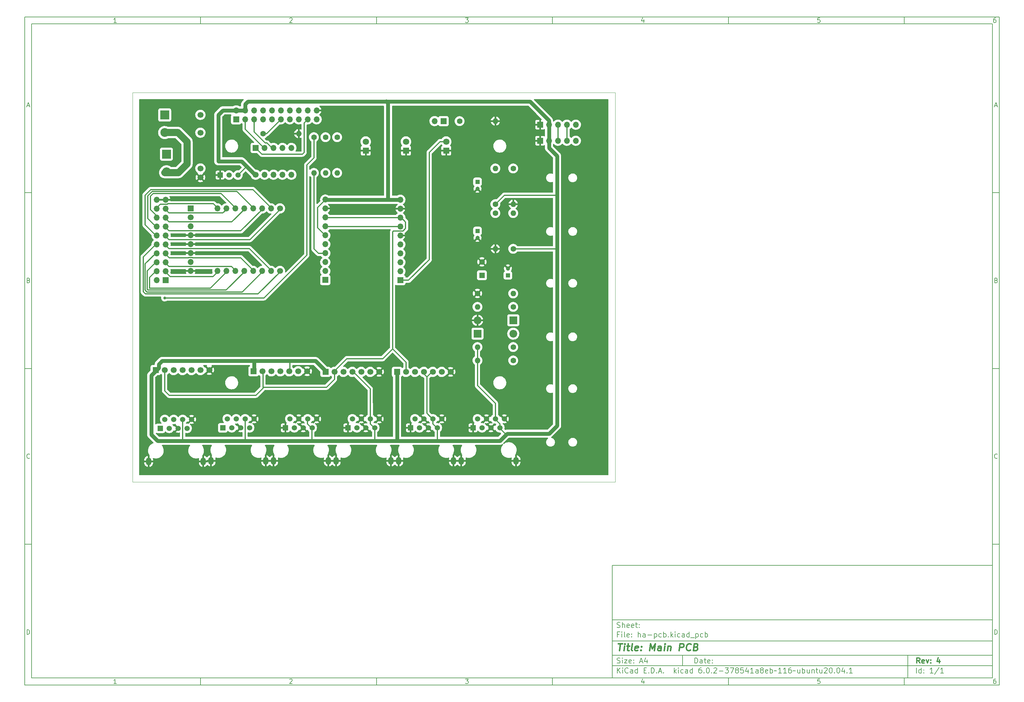
<source format=gbr>
%TF.GenerationSoftware,KiCad,Pcbnew,6.0.2-378541a8eb~116~ubuntu20.04.1*%
%TF.CreationDate,2022-03-11T14:48:04+02:00*%
%TF.ProjectId,ha-pcb,68612d70-6362-42e6-9b69-6361645f7063,4*%
%TF.SameCoordinates,Original*%
%TF.FileFunction,Copper,L2,Bot*%
%TF.FilePolarity,Positive*%
%FSLAX46Y46*%
G04 Gerber Fmt 4.6, Leading zero omitted, Abs format (unit mm)*
G04 Created by KiCad (PCBNEW 6.0.2-378541a8eb~116~ubuntu20.04.1) date 2022-03-11 14:48:04*
%MOMM*%
%LPD*%
G01*
G04 APERTURE LIST*
%ADD10C,0.100000*%
%ADD11C,0.150000*%
%ADD12C,0.300000*%
%ADD13C,0.400000*%
%TA.AperFunction,Profile*%
%ADD14C,0.100000*%
%TD*%
%TA.AperFunction,ComponentPad*%
%ADD15R,1.700000X1.700000*%
%TD*%
%TA.AperFunction,ComponentPad*%
%ADD16O,1.700000X1.700000*%
%TD*%
%TA.AperFunction,ComponentPad*%
%ADD17C,1.600000*%
%TD*%
%TA.AperFunction,ComponentPad*%
%ADD18O,1.600000X1.600000*%
%TD*%
%TA.AperFunction,ComponentPad*%
%ADD19R,2.500000X2.500000*%
%TD*%
%TA.AperFunction,ComponentPad*%
%ADD20C,2.500000*%
%TD*%
%TA.AperFunction,ComponentPad*%
%ADD21R,1.500000X1.500000*%
%TD*%
%TA.AperFunction,ComponentPad*%
%ADD22C,1.500000*%
%TD*%
%TA.AperFunction,ComponentPad*%
%ADD23O,1.500000X2.200000*%
%TD*%
%TA.AperFunction,ComponentPad*%
%ADD24R,1.800000X1.800000*%
%TD*%
%TA.AperFunction,ComponentPad*%
%ADD25C,1.800000*%
%TD*%
%TA.AperFunction,ComponentPad*%
%ADD26R,1.600000X1.600000*%
%TD*%
%TA.AperFunction,ComponentPad*%
%ADD27C,1.700000*%
%TD*%
%TA.AperFunction,ComponentPad*%
%ADD28R,1.200000X1.200000*%
%TD*%
%TA.AperFunction,ComponentPad*%
%ADD29C,1.200000*%
%TD*%
%TA.AperFunction,ComponentPad*%
%ADD30R,2.200000X2.200000*%
%TD*%
%TA.AperFunction,ComponentPad*%
%ADD31O,2.200000X2.200000*%
%TD*%
%TA.AperFunction,ViaPad*%
%ADD32C,0.800000*%
%TD*%
%TA.AperFunction,Conductor*%
%ADD33C,1.100000*%
%TD*%
%TA.AperFunction,Conductor*%
%ADD34C,0.300000*%
%TD*%
%TA.AperFunction,Conductor*%
%ADD35C,1.200000*%
%TD*%
%TA.AperFunction,Conductor*%
%ADD36C,2.000000*%
%TD*%
G04 APERTURE END LIST*
D10*
D11*
X177002200Y-166007200D02*
X177002200Y-198007200D01*
X285002200Y-198007200D01*
X285002200Y-166007200D01*
X177002200Y-166007200D01*
D10*
D11*
X10000000Y-10000000D02*
X10000000Y-200007200D01*
X287002200Y-200007200D01*
X287002200Y-10000000D01*
X10000000Y-10000000D01*
D10*
D11*
X12000000Y-12000000D02*
X12000000Y-198007200D01*
X285002200Y-198007200D01*
X285002200Y-12000000D01*
X12000000Y-12000000D01*
D10*
D11*
X60000000Y-12000000D02*
X60000000Y-10000000D01*
D10*
D11*
X110000000Y-12000000D02*
X110000000Y-10000000D01*
D10*
D11*
X160000000Y-12000000D02*
X160000000Y-10000000D01*
D10*
D11*
X210000000Y-12000000D02*
X210000000Y-10000000D01*
D10*
D11*
X260000000Y-12000000D02*
X260000000Y-10000000D01*
D10*
D11*
X36065476Y-11588095D02*
X35322619Y-11588095D01*
X35694047Y-11588095D02*
X35694047Y-10288095D01*
X35570238Y-10473809D01*
X35446428Y-10597619D01*
X35322619Y-10659523D01*
D10*
D11*
X85322619Y-10411904D02*
X85384523Y-10350000D01*
X85508333Y-10288095D01*
X85817857Y-10288095D01*
X85941666Y-10350000D01*
X86003571Y-10411904D01*
X86065476Y-10535714D01*
X86065476Y-10659523D01*
X86003571Y-10845238D01*
X85260714Y-11588095D01*
X86065476Y-11588095D01*
D10*
D11*
X135260714Y-10288095D02*
X136065476Y-10288095D01*
X135632142Y-10783333D01*
X135817857Y-10783333D01*
X135941666Y-10845238D01*
X136003571Y-10907142D01*
X136065476Y-11030952D01*
X136065476Y-11340476D01*
X136003571Y-11464285D01*
X135941666Y-11526190D01*
X135817857Y-11588095D01*
X135446428Y-11588095D01*
X135322619Y-11526190D01*
X135260714Y-11464285D01*
D10*
D11*
X185941666Y-10721428D02*
X185941666Y-11588095D01*
X185632142Y-10226190D02*
X185322619Y-11154761D01*
X186127380Y-11154761D01*
D10*
D11*
X236003571Y-10288095D02*
X235384523Y-10288095D01*
X235322619Y-10907142D01*
X235384523Y-10845238D01*
X235508333Y-10783333D01*
X235817857Y-10783333D01*
X235941666Y-10845238D01*
X236003571Y-10907142D01*
X236065476Y-11030952D01*
X236065476Y-11340476D01*
X236003571Y-11464285D01*
X235941666Y-11526190D01*
X235817857Y-11588095D01*
X235508333Y-11588095D01*
X235384523Y-11526190D01*
X235322619Y-11464285D01*
D10*
D11*
X285941666Y-10288095D02*
X285694047Y-10288095D01*
X285570238Y-10350000D01*
X285508333Y-10411904D01*
X285384523Y-10597619D01*
X285322619Y-10845238D01*
X285322619Y-11340476D01*
X285384523Y-11464285D01*
X285446428Y-11526190D01*
X285570238Y-11588095D01*
X285817857Y-11588095D01*
X285941666Y-11526190D01*
X286003571Y-11464285D01*
X286065476Y-11340476D01*
X286065476Y-11030952D01*
X286003571Y-10907142D01*
X285941666Y-10845238D01*
X285817857Y-10783333D01*
X285570238Y-10783333D01*
X285446428Y-10845238D01*
X285384523Y-10907142D01*
X285322619Y-11030952D01*
D10*
D11*
X60000000Y-198007200D02*
X60000000Y-200007200D01*
D10*
D11*
X110000000Y-198007200D02*
X110000000Y-200007200D01*
D10*
D11*
X160000000Y-198007200D02*
X160000000Y-200007200D01*
D10*
D11*
X210000000Y-198007200D02*
X210000000Y-200007200D01*
D10*
D11*
X260000000Y-198007200D02*
X260000000Y-200007200D01*
D10*
D11*
X36065476Y-199595295D02*
X35322619Y-199595295D01*
X35694047Y-199595295D02*
X35694047Y-198295295D01*
X35570238Y-198481009D01*
X35446428Y-198604819D01*
X35322619Y-198666723D01*
D10*
D11*
X85322619Y-198419104D02*
X85384523Y-198357200D01*
X85508333Y-198295295D01*
X85817857Y-198295295D01*
X85941666Y-198357200D01*
X86003571Y-198419104D01*
X86065476Y-198542914D01*
X86065476Y-198666723D01*
X86003571Y-198852438D01*
X85260714Y-199595295D01*
X86065476Y-199595295D01*
D10*
D11*
X135260714Y-198295295D02*
X136065476Y-198295295D01*
X135632142Y-198790533D01*
X135817857Y-198790533D01*
X135941666Y-198852438D01*
X136003571Y-198914342D01*
X136065476Y-199038152D01*
X136065476Y-199347676D01*
X136003571Y-199471485D01*
X135941666Y-199533390D01*
X135817857Y-199595295D01*
X135446428Y-199595295D01*
X135322619Y-199533390D01*
X135260714Y-199471485D01*
D10*
D11*
X185941666Y-198728628D02*
X185941666Y-199595295D01*
X185632142Y-198233390D02*
X185322619Y-199161961D01*
X186127380Y-199161961D01*
D10*
D11*
X236003571Y-198295295D02*
X235384523Y-198295295D01*
X235322619Y-198914342D01*
X235384523Y-198852438D01*
X235508333Y-198790533D01*
X235817857Y-198790533D01*
X235941666Y-198852438D01*
X236003571Y-198914342D01*
X236065476Y-199038152D01*
X236065476Y-199347676D01*
X236003571Y-199471485D01*
X235941666Y-199533390D01*
X235817857Y-199595295D01*
X235508333Y-199595295D01*
X235384523Y-199533390D01*
X235322619Y-199471485D01*
D10*
D11*
X285941666Y-198295295D02*
X285694047Y-198295295D01*
X285570238Y-198357200D01*
X285508333Y-198419104D01*
X285384523Y-198604819D01*
X285322619Y-198852438D01*
X285322619Y-199347676D01*
X285384523Y-199471485D01*
X285446428Y-199533390D01*
X285570238Y-199595295D01*
X285817857Y-199595295D01*
X285941666Y-199533390D01*
X286003571Y-199471485D01*
X286065476Y-199347676D01*
X286065476Y-199038152D01*
X286003571Y-198914342D01*
X285941666Y-198852438D01*
X285817857Y-198790533D01*
X285570238Y-198790533D01*
X285446428Y-198852438D01*
X285384523Y-198914342D01*
X285322619Y-199038152D01*
D10*
D11*
X10000000Y-60000000D02*
X12000000Y-60000000D01*
D10*
D11*
X10000000Y-110000000D02*
X12000000Y-110000000D01*
D10*
D11*
X10000000Y-160000000D02*
X12000000Y-160000000D01*
D10*
D11*
X10690476Y-35216666D02*
X11309523Y-35216666D01*
X10566666Y-35588095D02*
X11000000Y-34288095D01*
X11433333Y-35588095D01*
D10*
D11*
X11092857Y-84907142D02*
X11278571Y-84969047D01*
X11340476Y-85030952D01*
X11402380Y-85154761D01*
X11402380Y-85340476D01*
X11340476Y-85464285D01*
X11278571Y-85526190D01*
X11154761Y-85588095D01*
X10659523Y-85588095D01*
X10659523Y-84288095D01*
X11092857Y-84288095D01*
X11216666Y-84350000D01*
X11278571Y-84411904D01*
X11340476Y-84535714D01*
X11340476Y-84659523D01*
X11278571Y-84783333D01*
X11216666Y-84845238D01*
X11092857Y-84907142D01*
X10659523Y-84907142D01*
D10*
D11*
X11402380Y-135464285D02*
X11340476Y-135526190D01*
X11154761Y-135588095D01*
X11030952Y-135588095D01*
X10845238Y-135526190D01*
X10721428Y-135402380D01*
X10659523Y-135278571D01*
X10597619Y-135030952D01*
X10597619Y-134845238D01*
X10659523Y-134597619D01*
X10721428Y-134473809D01*
X10845238Y-134350000D01*
X11030952Y-134288095D01*
X11154761Y-134288095D01*
X11340476Y-134350000D01*
X11402380Y-134411904D01*
D10*
D11*
X10659523Y-185588095D02*
X10659523Y-184288095D01*
X10969047Y-184288095D01*
X11154761Y-184350000D01*
X11278571Y-184473809D01*
X11340476Y-184597619D01*
X11402380Y-184845238D01*
X11402380Y-185030952D01*
X11340476Y-185278571D01*
X11278571Y-185402380D01*
X11154761Y-185526190D01*
X10969047Y-185588095D01*
X10659523Y-185588095D01*
D10*
D11*
X287002200Y-60000000D02*
X285002200Y-60000000D01*
D10*
D11*
X287002200Y-110000000D02*
X285002200Y-110000000D01*
D10*
D11*
X287002200Y-160000000D02*
X285002200Y-160000000D01*
D10*
D11*
X285692676Y-35216666D02*
X286311723Y-35216666D01*
X285568866Y-35588095D02*
X286002200Y-34288095D01*
X286435533Y-35588095D01*
D10*
D11*
X286095057Y-84907142D02*
X286280771Y-84969047D01*
X286342676Y-85030952D01*
X286404580Y-85154761D01*
X286404580Y-85340476D01*
X286342676Y-85464285D01*
X286280771Y-85526190D01*
X286156961Y-85588095D01*
X285661723Y-85588095D01*
X285661723Y-84288095D01*
X286095057Y-84288095D01*
X286218866Y-84350000D01*
X286280771Y-84411904D01*
X286342676Y-84535714D01*
X286342676Y-84659523D01*
X286280771Y-84783333D01*
X286218866Y-84845238D01*
X286095057Y-84907142D01*
X285661723Y-84907142D01*
D10*
D11*
X286404580Y-135464285D02*
X286342676Y-135526190D01*
X286156961Y-135588095D01*
X286033152Y-135588095D01*
X285847438Y-135526190D01*
X285723628Y-135402380D01*
X285661723Y-135278571D01*
X285599819Y-135030952D01*
X285599819Y-134845238D01*
X285661723Y-134597619D01*
X285723628Y-134473809D01*
X285847438Y-134350000D01*
X286033152Y-134288095D01*
X286156961Y-134288095D01*
X286342676Y-134350000D01*
X286404580Y-134411904D01*
D10*
D11*
X285661723Y-185588095D02*
X285661723Y-184288095D01*
X285971247Y-184288095D01*
X286156961Y-184350000D01*
X286280771Y-184473809D01*
X286342676Y-184597619D01*
X286404580Y-184845238D01*
X286404580Y-185030952D01*
X286342676Y-185278571D01*
X286280771Y-185402380D01*
X286156961Y-185526190D01*
X285971247Y-185588095D01*
X285661723Y-185588095D01*
D10*
D11*
X200434342Y-193785771D02*
X200434342Y-192285771D01*
X200791485Y-192285771D01*
X201005771Y-192357200D01*
X201148628Y-192500057D01*
X201220057Y-192642914D01*
X201291485Y-192928628D01*
X201291485Y-193142914D01*
X201220057Y-193428628D01*
X201148628Y-193571485D01*
X201005771Y-193714342D01*
X200791485Y-193785771D01*
X200434342Y-193785771D01*
X202577200Y-193785771D02*
X202577200Y-193000057D01*
X202505771Y-192857200D01*
X202362914Y-192785771D01*
X202077200Y-192785771D01*
X201934342Y-192857200D01*
X202577200Y-193714342D02*
X202434342Y-193785771D01*
X202077200Y-193785771D01*
X201934342Y-193714342D01*
X201862914Y-193571485D01*
X201862914Y-193428628D01*
X201934342Y-193285771D01*
X202077200Y-193214342D01*
X202434342Y-193214342D01*
X202577200Y-193142914D01*
X203077200Y-192785771D02*
X203648628Y-192785771D01*
X203291485Y-192285771D02*
X203291485Y-193571485D01*
X203362914Y-193714342D01*
X203505771Y-193785771D01*
X203648628Y-193785771D01*
X204720057Y-193714342D02*
X204577200Y-193785771D01*
X204291485Y-193785771D01*
X204148628Y-193714342D01*
X204077200Y-193571485D01*
X204077200Y-193000057D01*
X204148628Y-192857200D01*
X204291485Y-192785771D01*
X204577200Y-192785771D01*
X204720057Y-192857200D01*
X204791485Y-193000057D01*
X204791485Y-193142914D01*
X204077200Y-193285771D01*
X205434342Y-193642914D02*
X205505771Y-193714342D01*
X205434342Y-193785771D01*
X205362914Y-193714342D01*
X205434342Y-193642914D01*
X205434342Y-193785771D01*
X205434342Y-192857200D02*
X205505771Y-192928628D01*
X205434342Y-193000057D01*
X205362914Y-192928628D01*
X205434342Y-192857200D01*
X205434342Y-193000057D01*
D10*
D11*
X177002200Y-194507200D02*
X285002200Y-194507200D01*
D10*
D11*
X178434342Y-196585771D02*
X178434342Y-195085771D01*
X179291485Y-196585771D02*
X178648628Y-195728628D01*
X179291485Y-195085771D02*
X178434342Y-195942914D01*
X179934342Y-196585771D02*
X179934342Y-195585771D01*
X179934342Y-195085771D02*
X179862914Y-195157200D01*
X179934342Y-195228628D01*
X180005771Y-195157200D01*
X179934342Y-195085771D01*
X179934342Y-195228628D01*
X181505771Y-196442914D02*
X181434342Y-196514342D01*
X181220057Y-196585771D01*
X181077200Y-196585771D01*
X180862914Y-196514342D01*
X180720057Y-196371485D01*
X180648628Y-196228628D01*
X180577200Y-195942914D01*
X180577200Y-195728628D01*
X180648628Y-195442914D01*
X180720057Y-195300057D01*
X180862914Y-195157200D01*
X181077200Y-195085771D01*
X181220057Y-195085771D01*
X181434342Y-195157200D01*
X181505771Y-195228628D01*
X182791485Y-196585771D02*
X182791485Y-195800057D01*
X182720057Y-195657200D01*
X182577200Y-195585771D01*
X182291485Y-195585771D01*
X182148628Y-195657200D01*
X182791485Y-196514342D02*
X182648628Y-196585771D01*
X182291485Y-196585771D01*
X182148628Y-196514342D01*
X182077200Y-196371485D01*
X182077200Y-196228628D01*
X182148628Y-196085771D01*
X182291485Y-196014342D01*
X182648628Y-196014342D01*
X182791485Y-195942914D01*
X184148628Y-196585771D02*
X184148628Y-195085771D01*
X184148628Y-196514342D02*
X184005771Y-196585771D01*
X183720057Y-196585771D01*
X183577200Y-196514342D01*
X183505771Y-196442914D01*
X183434342Y-196300057D01*
X183434342Y-195871485D01*
X183505771Y-195728628D01*
X183577200Y-195657200D01*
X183720057Y-195585771D01*
X184005771Y-195585771D01*
X184148628Y-195657200D01*
X186005771Y-195800057D02*
X186505771Y-195800057D01*
X186720057Y-196585771D02*
X186005771Y-196585771D01*
X186005771Y-195085771D01*
X186720057Y-195085771D01*
X187362914Y-196442914D02*
X187434342Y-196514342D01*
X187362914Y-196585771D01*
X187291485Y-196514342D01*
X187362914Y-196442914D01*
X187362914Y-196585771D01*
X188077200Y-196585771D02*
X188077200Y-195085771D01*
X188434342Y-195085771D01*
X188648628Y-195157200D01*
X188791485Y-195300057D01*
X188862914Y-195442914D01*
X188934342Y-195728628D01*
X188934342Y-195942914D01*
X188862914Y-196228628D01*
X188791485Y-196371485D01*
X188648628Y-196514342D01*
X188434342Y-196585771D01*
X188077200Y-196585771D01*
X189577200Y-196442914D02*
X189648628Y-196514342D01*
X189577200Y-196585771D01*
X189505771Y-196514342D01*
X189577200Y-196442914D01*
X189577200Y-196585771D01*
X190220057Y-196157200D02*
X190934342Y-196157200D01*
X190077200Y-196585771D02*
X190577200Y-195085771D01*
X191077200Y-196585771D01*
X191577200Y-196442914D02*
X191648628Y-196514342D01*
X191577200Y-196585771D01*
X191505771Y-196514342D01*
X191577200Y-196442914D01*
X191577200Y-196585771D01*
X194577200Y-196585771D02*
X194577200Y-195085771D01*
X194720057Y-196014342D02*
X195148628Y-196585771D01*
X195148628Y-195585771D02*
X194577200Y-196157200D01*
X195791485Y-196585771D02*
X195791485Y-195585771D01*
X195791485Y-195085771D02*
X195720057Y-195157200D01*
X195791485Y-195228628D01*
X195862914Y-195157200D01*
X195791485Y-195085771D01*
X195791485Y-195228628D01*
X197148628Y-196514342D02*
X197005771Y-196585771D01*
X196720057Y-196585771D01*
X196577200Y-196514342D01*
X196505771Y-196442914D01*
X196434342Y-196300057D01*
X196434342Y-195871485D01*
X196505771Y-195728628D01*
X196577200Y-195657200D01*
X196720057Y-195585771D01*
X197005771Y-195585771D01*
X197148628Y-195657200D01*
X198434342Y-196585771D02*
X198434342Y-195800057D01*
X198362914Y-195657200D01*
X198220057Y-195585771D01*
X197934342Y-195585771D01*
X197791485Y-195657200D01*
X198434342Y-196514342D02*
X198291485Y-196585771D01*
X197934342Y-196585771D01*
X197791485Y-196514342D01*
X197720057Y-196371485D01*
X197720057Y-196228628D01*
X197791485Y-196085771D01*
X197934342Y-196014342D01*
X198291485Y-196014342D01*
X198434342Y-195942914D01*
X199791485Y-196585771D02*
X199791485Y-195085771D01*
X199791485Y-196514342D02*
X199648628Y-196585771D01*
X199362914Y-196585771D01*
X199220057Y-196514342D01*
X199148628Y-196442914D01*
X199077200Y-196300057D01*
X199077200Y-195871485D01*
X199148628Y-195728628D01*
X199220057Y-195657200D01*
X199362914Y-195585771D01*
X199648628Y-195585771D01*
X199791485Y-195657200D01*
X202291485Y-195085771D02*
X202005771Y-195085771D01*
X201862914Y-195157200D01*
X201791485Y-195228628D01*
X201648628Y-195442914D01*
X201577200Y-195728628D01*
X201577200Y-196300057D01*
X201648628Y-196442914D01*
X201720057Y-196514342D01*
X201862914Y-196585771D01*
X202148628Y-196585771D01*
X202291485Y-196514342D01*
X202362914Y-196442914D01*
X202434342Y-196300057D01*
X202434342Y-195942914D01*
X202362914Y-195800057D01*
X202291485Y-195728628D01*
X202148628Y-195657200D01*
X201862914Y-195657200D01*
X201720057Y-195728628D01*
X201648628Y-195800057D01*
X201577200Y-195942914D01*
X203077200Y-196442914D02*
X203148628Y-196514342D01*
X203077200Y-196585771D01*
X203005771Y-196514342D01*
X203077200Y-196442914D01*
X203077200Y-196585771D01*
X204077200Y-195085771D02*
X204220057Y-195085771D01*
X204362914Y-195157200D01*
X204434342Y-195228628D01*
X204505771Y-195371485D01*
X204577200Y-195657200D01*
X204577200Y-196014342D01*
X204505771Y-196300057D01*
X204434342Y-196442914D01*
X204362914Y-196514342D01*
X204220057Y-196585771D01*
X204077200Y-196585771D01*
X203934342Y-196514342D01*
X203862914Y-196442914D01*
X203791485Y-196300057D01*
X203720057Y-196014342D01*
X203720057Y-195657200D01*
X203791485Y-195371485D01*
X203862914Y-195228628D01*
X203934342Y-195157200D01*
X204077200Y-195085771D01*
X205220057Y-196442914D02*
X205291485Y-196514342D01*
X205220057Y-196585771D01*
X205148628Y-196514342D01*
X205220057Y-196442914D01*
X205220057Y-196585771D01*
X205862914Y-195228628D02*
X205934342Y-195157200D01*
X206077200Y-195085771D01*
X206434342Y-195085771D01*
X206577200Y-195157200D01*
X206648628Y-195228628D01*
X206720057Y-195371485D01*
X206720057Y-195514342D01*
X206648628Y-195728628D01*
X205791485Y-196585771D01*
X206720057Y-196585771D01*
X207362914Y-196014342D02*
X208505771Y-196014342D01*
X209077200Y-195085771D02*
X210005771Y-195085771D01*
X209505771Y-195657200D01*
X209720057Y-195657200D01*
X209862914Y-195728628D01*
X209934342Y-195800057D01*
X210005771Y-195942914D01*
X210005771Y-196300057D01*
X209934342Y-196442914D01*
X209862914Y-196514342D01*
X209720057Y-196585771D01*
X209291485Y-196585771D01*
X209148628Y-196514342D01*
X209077200Y-196442914D01*
X210505771Y-195085771D02*
X211505771Y-195085771D01*
X210862914Y-196585771D01*
X212291485Y-195728628D02*
X212148628Y-195657200D01*
X212077200Y-195585771D01*
X212005771Y-195442914D01*
X212005771Y-195371485D01*
X212077200Y-195228628D01*
X212148628Y-195157200D01*
X212291485Y-195085771D01*
X212577200Y-195085771D01*
X212720057Y-195157200D01*
X212791485Y-195228628D01*
X212862914Y-195371485D01*
X212862914Y-195442914D01*
X212791485Y-195585771D01*
X212720057Y-195657200D01*
X212577200Y-195728628D01*
X212291485Y-195728628D01*
X212148628Y-195800057D01*
X212077200Y-195871485D01*
X212005771Y-196014342D01*
X212005771Y-196300057D01*
X212077200Y-196442914D01*
X212148628Y-196514342D01*
X212291485Y-196585771D01*
X212577200Y-196585771D01*
X212720057Y-196514342D01*
X212791485Y-196442914D01*
X212862914Y-196300057D01*
X212862914Y-196014342D01*
X212791485Y-195871485D01*
X212720057Y-195800057D01*
X212577200Y-195728628D01*
X214220057Y-195085771D02*
X213505771Y-195085771D01*
X213434342Y-195800057D01*
X213505771Y-195728628D01*
X213648628Y-195657200D01*
X214005771Y-195657200D01*
X214148628Y-195728628D01*
X214220057Y-195800057D01*
X214291485Y-195942914D01*
X214291485Y-196300057D01*
X214220057Y-196442914D01*
X214148628Y-196514342D01*
X214005771Y-196585771D01*
X213648628Y-196585771D01*
X213505771Y-196514342D01*
X213434342Y-196442914D01*
X215577200Y-195585771D02*
X215577200Y-196585771D01*
X215220057Y-195014342D02*
X214862914Y-196085771D01*
X215791485Y-196085771D01*
X217148628Y-196585771D02*
X216291485Y-196585771D01*
X216720057Y-196585771D02*
X216720057Y-195085771D01*
X216577200Y-195300057D01*
X216434342Y-195442914D01*
X216291485Y-195514342D01*
X218434342Y-196585771D02*
X218434342Y-195800057D01*
X218362914Y-195657200D01*
X218220057Y-195585771D01*
X217934342Y-195585771D01*
X217791485Y-195657200D01*
X218434342Y-196514342D02*
X218291485Y-196585771D01*
X217934342Y-196585771D01*
X217791485Y-196514342D01*
X217720057Y-196371485D01*
X217720057Y-196228628D01*
X217791485Y-196085771D01*
X217934342Y-196014342D01*
X218291485Y-196014342D01*
X218434342Y-195942914D01*
X219362914Y-195728628D02*
X219220057Y-195657200D01*
X219148628Y-195585771D01*
X219077200Y-195442914D01*
X219077200Y-195371485D01*
X219148628Y-195228628D01*
X219220057Y-195157200D01*
X219362914Y-195085771D01*
X219648628Y-195085771D01*
X219791485Y-195157200D01*
X219862914Y-195228628D01*
X219934342Y-195371485D01*
X219934342Y-195442914D01*
X219862914Y-195585771D01*
X219791485Y-195657200D01*
X219648628Y-195728628D01*
X219362914Y-195728628D01*
X219220057Y-195800057D01*
X219148628Y-195871485D01*
X219077200Y-196014342D01*
X219077200Y-196300057D01*
X219148628Y-196442914D01*
X219220057Y-196514342D01*
X219362914Y-196585771D01*
X219648628Y-196585771D01*
X219791485Y-196514342D01*
X219862914Y-196442914D01*
X219934342Y-196300057D01*
X219934342Y-196014342D01*
X219862914Y-195871485D01*
X219791485Y-195800057D01*
X219648628Y-195728628D01*
X221148628Y-196514342D02*
X221005771Y-196585771D01*
X220720057Y-196585771D01*
X220577200Y-196514342D01*
X220505771Y-196371485D01*
X220505771Y-195800057D01*
X220577200Y-195657200D01*
X220720057Y-195585771D01*
X221005771Y-195585771D01*
X221148628Y-195657200D01*
X221220057Y-195800057D01*
X221220057Y-195942914D01*
X220505771Y-196085771D01*
X221862914Y-196585771D02*
X221862914Y-195085771D01*
X221862914Y-195657200D02*
X222005771Y-195585771D01*
X222291485Y-195585771D01*
X222434342Y-195657200D01*
X222505771Y-195728628D01*
X222577200Y-195871485D01*
X222577200Y-196300057D01*
X222505771Y-196442914D01*
X222434342Y-196514342D01*
X222291485Y-196585771D01*
X222005771Y-196585771D01*
X221862914Y-196514342D01*
X223005771Y-196014342D02*
X223077200Y-195942914D01*
X223220057Y-195871485D01*
X223505771Y-196014342D01*
X223648628Y-195942914D01*
X223720057Y-195871485D01*
X225077200Y-196585771D02*
X224220057Y-196585771D01*
X224648628Y-196585771D02*
X224648628Y-195085771D01*
X224505771Y-195300057D01*
X224362914Y-195442914D01*
X224220057Y-195514342D01*
X226505771Y-196585771D02*
X225648628Y-196585771D01*
X226077200Y-196585771D02*
X226077200Y-195085771D01*
X225934342Y-195300057D01*
X225791485Y-195442914D01*
X225648628Y-195514342D01*
X227791485Y-195085771D02*
X227505771Y-195085771D01*
X227362914Y-195157200D01*
X227291485Y-195228628D01*
X227148628Y-195442914D01*
X227077199Y-195728628D01*
X227077199Y-196300057D01*
X227148628Y-196442914D01*
X227220057Y-196514342D01*
X227362914Y-196585771D01*
X227648628Y-196585771D01*
X227791485Y-196514342D01*
X227862914Y-196442914D01*
X227934342Y-196300057D01*
X227934342Y-195942914D01*
X227862914Y-195800057D01*
X227791485Y-195728628D01*
X227648628Y-195657200D01*
X227362914Y-195657200D01*
X227220057Y-195728628D01*
X227148628Y-195800057D01*
X227077199Y-195942914D01*
X228362914Y-196014342D02*
X228434342Y-195942914D01*
X228577199Y-195871485D01*
X228862914Y-196014342D01*
X229005771Y-195942914D01*
X229077199Y-195871485D01*
X230291485Y-195585771D02*
X230291485Y-196585771D01*
X229648628Y-195585771D02*
X229648628Y-196371485D01*
X229720057Y-196514342D01*
X229862914Y-196585771D01*
X230077199Y-196585771D01*
X230220057Y-196514342D01*
X230291485Y-196442914D01*
X231005771Y-196585771D02*
X231005771Y-195085771D01*
X231005771Y-195657200D02*
X231148628Y-195585771D01*
X231434342Y-195585771D01*
X231577199Y-195657200D01*
X231648628Y-195728628D01*
X231720057Y-195871485D01*
X231720057Y-196300057D01*
X231648628Y-196442914D01*
X231577199Y-196514342D01*
X231434342Y-196585771D01*
X231148628Y-196585771D01*
X231005771Y-196514342D01*
X233005771Y-195585771D02*
X233005771Y-196585771D01*
X232362914Y-195585771D02*
X232362914Y-196371485D01*
X232434342Y-196514342D01*
X232577200Y-196585771D01*
X232791485Y-196585771D01*
X232934342Y-196514342D01*
X233005771Y-196442914D01*
X233720057Y-195585771D02*
X233720057Y-196585771D01*
X233720057Y-195728628D02*
X233791485Y-195657200D01*
X233934342Y-195585771D01*
X234148628Y-195585771D01*
X234291485Y-195657200D01*
X234362914Y-195800057D01*
X234362914Y-196585771D01*
X234862914Y-195585771D02*
X235434342Y-195585771D01*
X235077200Y-195085771D02*
X235077200Y-196371485D01*
X235148628Y-196514342D01*
X235291485Y-196585771D01*
X235434342Y-196585771D01*
X236577200Y-195585771D02*
X236577200Y-196585771D01*
X235934342Y-195585771D02*
X235934342Y-196371485D01*
X236005771Y-196514342D01*
X236148628Y-196585771D01*
X236362914Y-196585771D01*
X236505771Y-196514342D01*
X236577200Y-196442914D01*
X237220057Y-195228628D02*
X237291485Y-195157200D01*
X237434342Y-195085771D01*
X237791485Y-195085771D01*
X237934342Y-195157200D01*
X238005771Y-195228628D01*
X238077200Y-195371485D01*
X238077200Y-195514342D01*
X238005771Y-195728628D01*
X237148628Y-196585771D01*
X238077200Y-196585771D01*
X239005771Y-195085771D02*
X239148628Y-195085771D01*
X239291485Y-195157200D01*
X239362914Y-195228628D01*
X239434342Y-195371485D01*
X239505771Y-195657200D01*
X239505771Y-196014342D01*
X239434342Y-196300057D01*
X239362914Y-196442914D01*
X239291485Y-196514342D01*
X239148628Y-196585771D01*
X239005771Y-196585771D01*
X238862914Y-196514342D01*
X238791485Y-196442914D01*
X238720057Y-196300057D01*
X238648628Y-196014342D01*
X238648628Y-195657200D01*
X238720057Y-195371485D01*
X238791485Y-195228628D01*
X238862914Y-195157200D01*
X239005771Y-195085771D01*
X240148628Y-196442914D02*
X240220057Y-196514342D01*
X240148628Y-196585771D01*
X240077199Y-196514342D01*
X240148628Y-196442914D01*
X240148628Y-196585771D01*
X241148628Y-195085771D02*
X241291485Y-195085771D01*
X241434342Y-195157200D01*
X241505771Y-195228628D01*
X241577200Y-195371485D01*
X241648628Y-195657200D01*
X241648628Y-196014342D01*
X241577200Y-196300057D01*
X241505771Y-196442914D01*
X241434342Y-196514342D01*
X241291485Y-196585771D01*
X241148628Y-196585771D01*
X241005771Y-196514342D01*
X240934342Y-196442914D01*
X240862914Y-196300057D01*
X240791485Y-196014342D01*
X240791485Y-195657200D01*
X240862914Y-195371485D01*
X240934342Y-195228628D01*
X241005771Y-195157200D01*
X241148628Y-195085771D01*
X242934342Y-195585771D02*
X242934342Y-196585771D01*
X242577199Y-195014342D02*
X242220057Y-196085771D01*
X243148628Y-196085771D01*
X243720057Y-196442914D02*
X243791485Y-196514342D01*
X243720057Y-196585771D01*
X243648628Y-196514342D01*
X243720057Y-196442914D01*
X243720057Y-196585771D01*
X245220057Y-196585771D02*
X244362914Y-196585771D01*
X244791485Y-196585771D02*
X244791485Y-195085771D01*
X244648628Y-195300057D01*
X244505771Y-195442914D01*
X244362914Y-195514342D01*
D10*
D11*
X177002200Y-191507200D02*
X285002200Y-191507200D01*
D10*
D12*
X264411485Y-193785771D02*
X263911485Y-193071485D01*
X263554342Y-193785771D02*
X263554342Y-192285771D01*
X264125771Y-192285771D01*
X264268628Y-192357200D01*
X264340057Y-192428628D01*
X264411485Y-192571485D01*
X264411485Y-192785771D01*
X264340057Y-192928628D01*
X264268628Y-193000057D01*
X264125771Y-193071485D01*
X263554342Y-193071485D01*
X265625771Y-193714342D02*
X265482914Y-193785771D01*
X265197200Y-193785771D01*
X265054342Y-193714342D01*
X264982914Y-193571485D01*
X264982914Y-193000057D01*
X265054342Y-192857200D01*
X265197200Y-192785771D01*
X265482914Y-192785771D01*
X265625771Y-192857200D01*
X265697200Y-193000057D01*
X265697200Y-193142914D01*
X264982914Y-193285771D01*
X266197200Y-192785771D02*
X266554342Y-193785771D01*
X266911485Y-192785771D01*
X267482914Y-193642914D02*
X267554342Y-193714342D01*
X267482914Y-193785771D01*
X267411485Y-193714342D01*
X267482914Y-193642914D01*
X267482914Y-193785771D01*
X267482914Y-192857200D02*
X267554342Y-192928628D01*
X267482914Y-193000057D01*
X267411485Y-192928628D01*
X267482914Y-192857200D01*
X267482914Y-193000057D01*
X269982914Y-192785771D02*
X269982914Y-193785771D01*
X269625771Y-192214342D02*
X269268628Y-193285771D01*
X270197200Y-193285771D01*
D10*
D11*
X178362914Y-193714342D02*
X178577200Y-193785771D01*
X178934342Y-193785771D01*
X179077200Y-193714342D01*
X179148628Y-193642914D01*
X179220057Y-193500057D01*
X179220057Y-193357200D01*
X179148628Y-193214342D01*
X179077200Y-193142914D01*
X178934342Y-193071485D01*
X178648628Y-193000057D01*
X178505771Y-192928628D01*
X178434342Y-192857200D01*
X178362914Y-192714342D01*
X178362914Y-192571485D01*
X178434342Y-192428628D01*
X178505771Y-192357200D01*
X178648628Y-192285771D01*
X179005771Y-192285771D01*
X179220057Y-192357200D01*
X179862914Y-193785771D02*
X179862914Y-192785771D01*
X179862914Y-192285771D02*
X179791485Y-192357200D01*
X179862914Y-192428628D01*
X179934342Y-192357200D01*
X179862914Y-192285771D01*
X179862914Y-192428628D01*
X180434342Y-192785771D02*
X181220057Y-192785771D01*
X180434342Y-193785771D01*
X181220057Y-193785771D01*
X182362914Y-193714342D02*
X182220057Y-193785771D01*
X181934342Y-193785771D01*
X181791485Y-193714342D01*
X181720057Y-193571485D01*
X181720057Y-193000057D01*
X181791485Y-192857200D01*
X181934342Y-192785771D01*
X182220057Y-192785771D01*
X182362914Y-192857200D01*
X182434342Y-193000057D01*
X182434342Y-193142914D01*
X181720057Y-193285771D01*
X183077200Y-193642914D02*
X183148628Y-193714342D01*
X183077200Y-193785771D01*
X183005771Y-193714342D01*
X183077200Y-193642914D01*
X183077200Y-193785771D01*
X183077200Y-192857200D02*
X183148628Y-192928628D01*
X183077200Y-193000057D01*
X183005771Y-192928628D01*
X183077200Y-192857200D01*
X183077200Y-193000057D01*
X184862914Y-193357200D02*
X185577200Y-193357200D01*
X184720057Y-193785771D02*
X185220057Y-192285771D01*
X185720057Y-193785771D01*
X186862914Y-192785771D02*
X186862914Y-193785771D01*
X186505771Y-192214342D02*
X186148628Y-193285771D01*
X187077200Y-193285771D01*
D10*
D11*
X263434342Y-196585771D02*
X263434342Y-195085771D01*
X264791485Y-196585771D02*
X264791485Y-195085771D01*
X264791485Y-196514342D02*
X264648628Y-196585771D01*
X264362914Y-196585771D01*
X264220057Y-196514342D01*
X264148628Y-196442914D01*
X264077200Y-196300057D01*
X264077200Y-195871485D01*
X264148628Y-195728628D01*
X264220057Y-195657200D01*
X264362914Y-195585771D01*
X264648628Y-195585771D01*
X264791485Y-195657200D01*
X265505771Y-196442914D02*
X265577200Y-196514342D01*
X265505771Y-196585771D01*
X265434342Y-196514342D01*
X265505771Y-196442914D01*
X265505771Y-196585771D01*
X265505771Y-195657200D02*
X265577200Y-195728628D01*
X265505771Y-195800057D01*
X265434342Y-195728628D01*
X265505771Y-195657200D01*
X265505771Y-195800057D01*
X268148628Y-196585771D02*
X267291485Y-196585771D01*
X267720057Y-196585771D02*
X267720057Y-195085771D01*
X267577200Y-195300057D01*
X267434342Y-195442914D01*
X267291485Y-195514342D01*
X269862914Y-195014342D02*
X268577200Y-196942914D01*
X271148628Y-196585771D02*
X270291485Y-196585771D01*
X270720057Y-196585771D02*
X270720057Y-195085771D01*
X270577200Y-195300057D01*
X270434342Y-195442914D01*
X270291485Y-195514342D01*
D10*
D11*
X177002200Y-187507200D02*
X285002200Y-187507200D01*
D10*
D13*
X178714580Y-188211961D02*
X179857438Y-188211961D01*
X179036009Y-190211961D02*
X179286009Y-188211961D01*
X180274104Y-190211961D02*
X180440771Y-188878628D01*
X180524104Y-188211961D02*
X180416961Y-188307200D01*
X180500295Y-188402438D01*
X180607438Y-188307200D01*
X180524104Y-188211961D01*
X180500295Y-188402438D01*
X181107438Y-188878628D02*
X181869342Y-188878628D01*
X181476485Y-188211961D02*
X181262200Y-189926247D01*
X181333628Y-190116723D01*
X181512200Y-190211961D01*
X181702676Y-190211961D01*
X182655057Y-190211961D02*
X182476485Y-190116723D01*
X182405057Y-189926247D01*
X182619342Y-188211961D01*
X184190771Y-190116723D02*
X183988390Y-190211961D01*
X183607438Y-190211961D01*
X183428866Y-190116723D01*
X183357438Y-189926247D01*
X183452676Y-189164342D01*
X183571723Y-188973866D01*
X183774104Y-188878628D01*
X184155057Y-188878628D01*
X184333628Y-188973866D01*
X184405057Y-189164342D01*
X184381247Y-189354819D01*
X183405057Y-189545295D01*
X185155057Y-190021485D02*
X185238390Y-190116723D01*
X185131247Y-190211961D01*
X185047914Y-190116723D01*
X185155057Y-190021485D01*
X185131247Y-190211961D01*
X185286009Y-188973866D02*
X185369342Y-189069104D01*
X185262200Y-189164342D01*
X185178866Y-189069104D01*
X185286009Y-188973866D01*
X185262200Y-189164342D01*
X187607438Y-190211961D02*
X187857438Y-188211961D01*
X188345533Y-189640533D01*
X189190771Y-188211961D01*
X188940771Y-190211961D01*
X190750295Y-190211961D02*
X190881247Y-189164342D01*
X190809819Y-188973866D01*
X190631247Y-188878628D01*
X190250295Y-188878628D01*
X190047914Y-188973866D01*
X190762200Y-190116723D02*
X190559819Y-190211961D01*
X190083628Y-190211961D01*
X189905057Y-190116723D01*
X189833628Y-189926247D01*
X189857438Y-189735771D01*
X189976485Y-189545295D01*
X190178866Y-189450057D01*
X190655057Y-189450057D01*
X190857438Y-189354819D01*
X191702676Y-190211961D02*
X191869342Y-188878628D01*
X191952676Y-188211961D02*
X191845533Y-188307200D01*
X191928866Y-188402438D01*
X192036009Y-188307200D01*
X191952676Y-188211961D01*
X191928866Y-188402438D01*
X192821723Y-188878628D02*
X192655057Y-190211961D01*
X192797914Y-189069104D02*
X192905057Y-188973866D01*
X193107438Y-188878628D01*
X193393152Y-188878628D01*
X193571723Y-188973866D01*
X193643152Y-189164342D01*
X193512200Y-190211961D01*
X195988390Y-190211961D02*
X196238390Y-188211961D01*
X197000295Y-188211961D01*
X197178866Y-188307200D01*
X197262200Y-188402438D01*
X197333628Y-188592914D01*
X197297914Y-188878628D01*
X197178866Y-189069104D01*
X197071723Y-189164342D01*
X196869342Y-189259580D01*
X196107438Y-189259580D01*
X199155057Y-190021485D02*
X199047914Y-190116723D01*
X198750295Y-190211961D01*
X198559819Y-190211961D01*
X198286009Y-190116723D01*
X198119342Y-189926247D01*
X198047914Y-189735771D01*
X198000295Y-189354819D01*
X198036009Y-189069104D01*
X198178866Y-188688152D01*
X198297914Y-188497676D01*
X198512200Y-188307200D01*
X198809819Y-188211961D01*
X199000295Y-188211961D01*
X199274104Y-188307200D01*
X199357438Y-188402438D01*
X200786009Y-189164342D02*
X201059819Y-189259580D01*
X201143152Y-189354819D01*
X201214580Y-189545295D01*
X201178866Y-189831009D01*
X201059819Y-190021485D01*
X200952676Y-190116723D01*
X200750295Y-190211961D01*
X199988390Y-190211961D01*
X200238390Y-188211961D01*
X200905057Y-188211961D01*
X201083628Y-188307200D01*
X201166961Y-188402438D01*
X201238390Y-188592914D01*
X201214580Y-188783390D01*
X201095533Y-188973866D01*
X200988390Y-189069104D01*
X200786009Y-189164342D01*
X200119342Y-189164342D01*
D10*
D11*
X178934342Y-185600057D02*
X178434342Y-185600057D01*
X178434342Y-186385771D02*
X178434342Y-184885771D01*
X179148628Y-184885771D01*
X179720057Y-186385771D02*
X179720057Y-185385771D01*
X179720057Y-184885771D02*
X179648628Y-184957200D01*
X179720057Y-185028628D01*
X179791485Y-184957200D01*
X179720057Y-184885771D01*
X179720057Y-185028628D01*
X180648628Y-186385771D02*
X180505771Y-186314342D01*
X180434342Y-186171485D01*
X180434342Y-184885771D01*
X181791485Y-186314342D02*
X181648628Y-186385771D01*
X181362914Y-186385771D01*
X181220057Y-186314342D01*
X181148628Y-186171485D01*
X181148628Y-185600057D01*
X181220057Y-185457200D01*
X181362914Y-185385771D01*
X181648628Y-185385771D01*
X181791485Y-185457200D01*
X181862914Y-185600057D01*
X181862914Y-185742914D01*
X181148628Y-185885771D01*
X182505771Y-186242914D02*
X182577200Y-186314342D01*
X182505771Y-186385771D01*
X182434342Y-186314342D01*
X182505771Y-186242914D01*
X182505771Y-186385771D01*
X182505771Y-185457200D02*
X182577200Y-185528628D01*
X182505771Y-185600057D01*
X182434342Y-185528628D01*
X182505771Y-185457200D01*
X182505771Y-185600057D01*
X184362914Y-186385771D02*
X184362914Y-184885771D01*
X185005771Y-186385771D02*
X185005771Y-185600057D01*
X184934342Y-185457200D01*
X184791485Y-185385771D01*
X184577200Y-185385771D01*
X184434342Y-185457200D01*
X184362914Y-185528628D01*
X186362914Y-186385771D02*
X186362914Y-185600057D01*
X186291485Y-185457200D01*
X186148628Y-185385771D01*
X185862914Y-185385771D01*
X185720057Y-185457200D01*
X186362914Y-186314342D02*
X186220057Y-186385771D01*
X185862914Y-186385771D01*
X185720057Y-186314342D01*
X185648628Y-186171485D01*
X185648628Y-186028628D01*
X185720057Y-185885771D01*
X185862914Y-185814342D01*
X186220057Y-185814342D01*
X186362914Y-185742914D01*
X187077200Y-185814342D02*
X188220057Y-185814342D01*
X188934342Y-185385771D02*
X188934342Y-186885771D01*
X188934342Y-185457200D02*
X189077200Y-185385771D01*
X189362914Y-185385771D01*
X189505771Y-185457200D01*
X189577200Y-185528628D01*
X189648628Y-185671485D01*
X189648628Y-186100057D01*
X189577200Y-186242914D01*
X189505771Y-186314342D01*
X189362914Y-186385771D01*
X189077200Y-186385771D01*
X188934342Y-186314342D01*
X190934342Y-186314342D02*
X190791485Y-186385771D01*
X190505771Y-186385771D01*
X190362914Y-186314342D01*
X190291485Y-186242914D01*
X190220057Y-186100057D01*
X190220057Y-185671485D01*
X190291485Y-185528628D01*
X190362914Y-185457200D01*
X190505771Y-185385771D01*
X190791485Y-185385771D01*
X190934342Y-185457200D01*
X191577200Y-186385771D02*
X191577200Y-184885771D01*
X191577200Y-185457200D02*
X191720057Y-185385771D01*
X192005771Y-185385771D01*
X192148628Y-185457200D01*
X192220057Y-185528628D01*
X192291485Y-185671485D01*
X192291485Y-186100057D01*
X192220057Y-186242914D01*
X192148628Y-186314342D01*
X192005771Y-186385771D01*
X191720057Y-186385771D01*
X191577200Y-186314342D01*
X192934342Y-186242914D02*
X193005771Y-186314342D01*
X192934342Y-186385771D01*
X192862914Y-186314342D01*
X192934342Y-186242914D01*
X192934342Y-186385771D01*
X193648628Y-186385771D02*
X193648628Y-184885771D01*
X193791485Y-185814342D02*
X194220057Y-186385771D01*
X194220057Y-185385771D02*
X193648628Y-185957200D01*
X194862914Y-186385771D02*
X194862914Y-185385771D01*
X194862914Y-184885771D02*
X194791485Y-184957200D01*
X194862914Y-185028628D01*
X194934342Y-184957200D01*
X194862914Y-184885771D01*
X194862914Y-185028628D01*
X196220057Y-186314342D02*
X196077200Y-186385771D01*
X195791485Y-186385771D01*
X195648628Y-186314342D01*
X195577200Y-186242914D01*
X195505771Y-186100057D01*
X195505771Y-185671485D01*
X195577200Y-185528628D01*
X195648628Y-185457200D01*
X195791485Y-185385771D01*
X196077200Y-185385771D01*
X196220057Y-185457200D01*
X197505771Y-186385771D02*
X197505771Y-185600057D01*
X197434342Y-185457200D01*
X197291485Y-185385771D01*
X197005771Y-185385771D01*
X196862914Y-185457200D01*
X197505771Y-186314342D02*
X197362914Y-186385771D01*
X197005771Y-186385771D01*
X196862914Y-186314342D01*
X196791485Y-186171485D01*
X196791485Y-186028628D01*
X196862914Y-185885771D01*
X197005771Y-185814342D01*
X197362914Y-185814342D01*
X197505771Y-185742914D01*
X198862914Y-186385771D02*
X198862914Y-184885771D01*
X198862914Y-186314342D02*
X198720057Y-186385771D01*
X198434342Y-186385771D01*
X198291485Y-186314342D01*
X198220057Y-186242914D01*
X198148628Y-186100057D01*
X198148628Y-185671485D01*
X198220057Y-185528628D01*
X198291485Y-185457200D01*
X198434342Y-185385771D01*
X198720057Y-185385771D01*
X198862914Y-185457200D01*
X199220057Y-186528628D02*
X200362914Y-186528628D01*
X200720057Y-185385771D02*
X200720057Y-186885771D01*
X200720057Y-185457200D02*
X200862914Y-185385771D01*
X201148628Y-185385771D01*
X201291485Y-185457200D01*
X201362914Y-185528628D01*
X201434342Y-185671485D01*
X201434342Y-186100057D01*
X201362914Y-186242914D01*
X201291485Y-186314342D01*
X201148628Y-186385771D01*
X200862914Y-186385771D01*
X200720057Y-186314342D01*
X202720057Y-186314342D02*
X202577200Y-186385771D01*
X202291485Y-186385771D01*
X202148628Y-186314342D01*
X202077200Y-186242914D01*
X202005771Y-186100057D01*
X202005771Y-185671485D01*
X202077200Y-185528628D01*
X202148628Y-185457200D01*
X202291485Y-185385771D01*
X202577200Y-185385771D01*
X202720057Y-185457200D01*
X203362914Y-186385771D02*
X203362914Y-184885771D01*
X203362914Y-185457200D02*
X203505771Y-185385771D01*
X203791485Y-185385771D01*
X203934342Y-185457200D01*
X204005771Y-185528628D01*
X204077200Y-185671485D01*
X204077200Y-186100057D01*
X204005771Y-186242914D01*
X203934342Y-186314342D01*
X203791485Y-186385771D01*
X203505771Y-186385771D01*
X203362914Y-186314342D01*
D10*
D11*
X177002200Y-181507200D02*
X285002200Y-181507200D01*
D10*
D11*
X178362914Y-183614342D02*
X178577200Y-183685771D01*
X178934342Y-183685771D01*
X179077200Y-183614342D01*
X179148628Y-183542914D01*
X179220057Y-183400057D01*
X179220057Y-183257200D01*
X179148628Y-183114342D01*
X179077200Y-183042914D01*
X178934342Y-182971485D01*
X178648628Y-182900057D01*
X178505771Y-182828628D01*
X178434342Y-182757200D01*
X178362914Y-182614342D01*
X178362914Y-182471485D01*
X178434342Y-182328628D01*
X178505771Y-182257200D01*
X178648628Y-182185771D01*
X179005771Y-182185771D01*
X179220057Y-182257200D01*
X179862914Y-183685771D02*
X179862914Y-182185771D01*
X180505771Y-183685771D02*
X180505771Y-182900057D01*
X180434342Y-182757200D01*
X180291485Y-182685771D01*
X180077200Y-182685771D01*
X179934342Y-182757200D01*
X179862914Y-182828628D01*
X181791485Y-183614342D02*
X181648628Y-183685771D01*
X181362914Y-183685771D01*
X181220057Y-183614342D01*
X181148628Y-183471485D01*
X181148628Y-182900057D01*
X181220057Y-182757200D01*
X181362914Y-182685771D01*
X181648628Y-182685771D01*
X181791485Y-182757200D01*
X181862914Y-182900057D01*
X181862914Y-183042914D01*
X181148628Y-183185771D01*
X183077200Y-183614342D02*
X182934342Y-183685771D01*
X182648628Y-183685771D01*
X182505771Y-183614342D01*
X182434342Y-183471485D01*
X182434342Y-182900057D01*
X182505771Y-182757200D01*
X182648628Y-182685771D01*
X182934342Y-182685771D01*
X183077200Y-182757200D01*
X183148628Y-182900057D01*
X183148628Y-183042914D01*
X182434342Y-183185771D01*
X183577200Y-182685771D02*
X184148628Y-182685771D01*
X183791485Y-182185771D02*
X183791485Y-183471485D01*
X183862914Y-183614342D01*
X184005771Y-183685771D01*
X184148628Y-183685771D01*
X184648628Y-183542914D02*
X184720057Y-183614342D01*
X184648628Y-183685771D01*
X184577200Y-183614342D01*
X184648628Y-183542914D01*
X184648628Y-183685771D01*
X184648628Y-182757200D02*
X184720057Y-182828628D01*
X184648628Y-182900057D01*
X184577200Y-182828628D01*
X184648628Y-182757200D01*
X184648628Y-182900057D01*
D10*
D12*
D10*
D11*
D10*
D11*
D10*
D11*
D10*
D11*
D10*
D11*
X197002200Y-191507200D02*
X197002200Y-194507200D01*
D10*
D11*
X261002200Y-191507200D02*
X261002200Y-198007200D01*
D14*
X40640000Y-31496000D02*
X177800000Y-31496000D01*
X177800000Y-31496000D02*
X177800000Y-142240000D01*
X177800000Y-142240000D02*
X40640000Y-142240000D01*
X40640000Y-142240000D02*
X40640000Y-31496000D01*
D15*
%TO.P,JP1,1,A*%
%TO.N,Net-(JP1-Pad1)*%
X129032000Y-39624000D03*
D16*
%TO.P,JP1,2,B*%
%TO.N,Net-(J4-Pad13)*%
X126492000Y-39624000D03*
%TD*%
D17*
%TO.P,R10,1*%
%TO.N,/A1{slash}2*%
X95504000Y-44196000D03*
D18*
%TO.P,R10,2*%
%TO.N,Net-(J14-Pad2)*%
X95504000Y-54356000D03*
%TD*%
D19*
%TO.P,J2,1,Pin_1*%
%TO.N,Net-(J2-Pad1)*%
X49792000Y-37886000D03*
D20*
%TO.P,J2,2,Pin_2*%
%TO.N,Net-(J2-Pad2)*%
X49792000Y-42886000D03*
%TD*%
D21*
%TO.P,J1,1*%
%TO.N,unconnected-(J1-Pad1)*%
X48555500Y-127000000D03*
D22*
%TO.P,J1,2*%
%TO.N,unconnected-(J1-Pad2)*%
X49825500Y-124460000D03*
%TO.P,J1,3*%
%TO.N,unconnected-(J1-Pad3)*%
X51095500Y-127000000D03*
%TO.P,J1,4*%
%TO.N,unconnected-(J1-Pad4)*%
X52365500Y-124460000D03*
%TO.P,J1,5,GND*%
%TO.N,GND*%
X53635500Y-127000000D03*
%TO.P,J1,6,5V*%
%TO.N,+5V*%
X54905500Y-124460000D03*
%TO.P,J1,7,1W*%
%TO.N,Net-(J1-Pad7)*%
X56175500Y-127000000D03*
%TO.P,J1,8,GND*%
%TO.N,GND*%
X57445500Y-124460000D03*
D23*
%TO.P,J1,SH*%
X60770500Y-136400000D03*
X45230500Y-136400000D03*
%TD*%
D24*
%TO.P,D4,1,K*%
%TO.N,GND*%
X118364000Y-48006000D03*
D25*
%TO.P,D4,2,A*%
%TO.N,/A1{slash}2*%
X118364000Y-45466000D03*
%TD*%
D26*
%TO.P,C4,1*%
%TO.N,/A2{slash}1*%
X139954000Y-83478380D03*
D17*
%TO.P,C4,2*%
%TO.N,GND*%
X139954000Y-79678380D03*
%TD*%
D15*
%TO.P,U3,1,VCC*%
%TO.N,+5V*%
X57150000Y-64465200D03*
D27*
%TO.P,U3,2,SCL*%
%TO.N,/SCL*%
X57150000Y-67005200D03*
D16*
%TO.P,U3,3,SDA*%
%TO.N,/SDA*%
X57150000Y-69545200D03*
%TO.P,U3,4,A0*%
%TO.N,GND*%
X57150000Y-72085200D03*
%TO.P,U3,5,A1*%
X57150000Y-74625200D03*
%TO.P,U3,6,A2*%
X57150000Y-77165200D03*
%TO.P,U3,7,Int*%
%TO.N,unconnected-(U3-Pad7)*%
X57150000Y-79705200D03*
%TO.P,U3,8,GND*%
%TO.N,GND*%
X57150000Y-82245200D03*
%TO.P,U3,9,P00*%
%TO.N,/R01*%
X64770000Y-82245200D03*
%TO.P,U3,10,P01*%
%TO.N,/R02*%
X67310000Y-82245200D03*
%TO.P,U3,11,P02*%
%TO.N,Net-(J7-Pad5)*%
X69850000Y-82245200D03*
%TO.P,U3,12,P03*%
%TO.N,Net-(J7-Pad6)*%
X72390000Y-82245200D03*
%TO.P,U3,13,P04*%
%TO.N,Net-(J7-Pad7)*%
X74930000Y-82245200D03*
%TO.P,U3,14,P05*%
%TO.N,Net-(J7-Pad8)*%
X77470000Y-82245200D03*
%TO.P,U3,15,P06*%
%TO.N,Net-(J7-Pad9)*%
X80010000Y-82245200D03*
D27*
%TO.P,U3,16,P07*%
%TO.N,Net-(J7-Pad10)*%
X82550000Y-82245200D03*
%TO.P,U3,17,P08*%
%TO.N,Net-(J7-Pad11)*%
X82550000Y-64465200D03*
D16*
%TO.P,U3,18,P09*%
%TO.N,Net-(J7-Pad12)*%
X80010000Y-64465200D03*
%TO.P,U3,19,P10*%
%TO.N,Net-(J7-Pad13)*%
X77470000Y-64465200D03*
%TO.P,U3,20,P11*%
%TO.N,Net-(J7-Pad14)*%
X74930000Y-64465200D03*
%TO.P,U3,21,P12*%
%TO.N,Net-(J7-Pad15)*%
X72390000Y-64465200D03*
%TO.P,U3,22,P13*%
%TO.N,Net-(J7-Pad16)*%
X69850000Y-64465200D03*
%TO.P,U3,23,P14*%
%TO.N,/R15*%
X67310000Y-64465200D03*
%TO.P,U3,24,P15*%
%TO.N,/R16*%
X64770000Y-64465200D03*
%TD*%
D15*
%TO.P,U2,1,LV*%
%TO.N,/+3.3V*%
X75647000Y-47244000D03*
D16*
%TO.P,U2,2,L1*%
%TO.N,/SDA_L*%
X78187000Y-47244000D03*
%TO.P,U2,3,L2*%
%TO.N,/SCL_L*%
X80727000Y-47244000D03*
%TO.P,U2,4,L3*%
%TO.N,unconnected-(U2-Pad4)*%
X83267000Y-47244000D03*
%TO.P,U2,5,L4*%
%TO.N,unconnected-(U2-Pad5)*%
X85807000Y-47244000D03*
D27*
%TO.P,U2,6,HV*%
%TO.N,+5V*%
X75647000Y-54864000D03*
D16*
%TO.P,U2,7,H1*%
%TO.N,/SDA*%
X78187000Y-54864000D03*
%TO.P,U2,8,H2*%
%TO.N,/SCL*%
X80727000Y-54864000D03*
%TO.P,U2,9,H3*%
%TO.N,unconnected-(U2-Pad9)*%
X83267000Y-54864000D03*
%TO.P,U2,10,H4*%
%TO.N,unconnected-(U2-Pad10)*%
X85807000Y-54864000D03*
%TD*%
D17*
%TO.P,R8,1*%
%TO.N,GND*%
X138684000Y-88646000D03*
D18*
%TO.P,R8,2*%
%TO.N,/A2{slash}1*%
X148844000Y-88646000D03*
%TD*%
D28*
%TO.P,C3,1*%
%TO.N,/A2{slash}1*%
X147320000Y-83522600D03*
D29*
%TO.P,C3,2*%
%TO.N,GND*%
X147320000Y-81522600D03*
%TD*%
D24*
%TO.P,D5,1,K*%
%TO.N,GND*%
X129794000Y-48006000D03*
D25*
%TO.P,D5,2,A*%
%TO.N,/A1{slash}3*%
X129794000Y-45466000D03*
%TD*%
D17*
%TO.P,R6,1*%
%TO.N,/A2{slash}2*%
X148844000Y-103886000D03*
D18*
%TO.P,R6,2*%
%TO.N,+5V*%
X138684000Y-103886000D03*
%TD*%
D15*
%TO.P,U5,1,GND*%
%TO.N,GND*%
X156469000Y-45212000D03*
D16*
%TO.P,U5,2,VDDA*%
%TO.N,+5V*%
X159009000Y-45212000D03*
%TO.P,U5,3,SDA*%
%TO.N,/SDA*%
X161549000Y-45212000D03*
%TO.P,U5,4,SCL*%
%TO.N,/SCL*%
X164089000Y-45212000D03*
%TO.P,U5,5,EN*%
%TO.N,unconnected-(U5-Pad5)*%
X166629000Y-45212000D03*
%TD*%
D21*
%TO.P,J10,1,GND*%
%TO.N,GND*%
X119640000Y-126837500D03*
D22*
%TO.P,J10,2,Data*%
%TO.N,Net-(J10-Pad2)*%
X120910000Y-124297500D03*
%TO.P,J10,3,Data*%
X122180000Y-126837500D03*
%TO.P,J10,4,GND*%
%TO.N,GND*%
X123450000Y-124297500D03*
%TO.P,J10,5,GND*%
X124720000Y-126837500D03*
%TO.P,J10,6,5V*%
%TO.N,+5V*%
X125990000Y-124297500D03*
%TO.P,J10,7,5V*%
X127260000Y-126837500D03*
%TO.P,J10,8,GND*%
%TO.N,GND*%
X128530000Y-124297500D03*
D23*
%TO.P,J10,SH*%
X131855000Y-136237500D03*
X116315000Y-136237500D03*
%TD*%
D30*
%TO.P,D3,1,K*%
%TO.N,Net-(D3-Pad1)*%
X148844000Y-96266000D03*
D31*
%TO.P,D3,2,A*%
%TO.N,GND*%
X138684000Y-96266000D03*
%TD*%
D28*
%TO.P,C1,1*%
%TO.N,Net-(C1-Pad1)*%
X138684000Y-56896000D03*
D29*
%TO.P,C1,2*%
%TO.N,GND*%
X138684000Y-58896000D03*
%TD*%
D21*
%TO.P,J9,1,GND*%
%TO.N,GND*%
X101860000Y-126837500D03*
D22*
%TO.P,J9,2,Data*%
%TO.N,Net-(J10-Pad2)*%
X103130000Y-124297500D03*
%TO.P,J9,3,Data*%
X104400000Y-126837500D03*
%TO.P,J9,4,GND*%
%TO.N,GND*%
X105670000Y-124297500D03*
%TO.P,J9,5,GND*%
X106940000Y-126837500D03*
%TO.P,J9,6,5V*%
%TO.N,+5V*%
X108210000Y-124297500D03*
%TO.P,J9,7,5V*%
X109480000Y-126837500D03*
%TO.P,J9,8,GND*%
%TO.N,GND*%
X110750000Y-124297500D03*
D23*
%TO.P,J9,SH*%
X114075000Y-136237500D03*
X98535000Y-136237500D03*
%TD*%
D17*
%TO.P,R1,1*%
%TO.N,/5VSS*%
X92202000Y-44196000D03*
D18*
%TO.P,R1,2*%
%TO.N,/A2{slash}0*%
X92202000Y-54356000D03*
%TD*%
D24*
%TO.P,D1,1,K*%
%TO.N,GND*%
X106934000Y-48006000D03*
D25*
%TO.P,D1,2,A*%
%TO.N,/A2{slash}0*%
X106934000Y-45466000D03*
%TD*%
D17*
%TO.P,R12,1*%
%TO.N,Net-(J4-Pad11)*%
X77724000Y-43180000D03*
D18*
%TO.P,R12,2*%
%TO.N,GND*%
X87884000Y-43180000D03*
%TD*%
D15*
%TO.P,U8,1,Ain3*%
%TO.N,/A1{slash}3*%
X116751600Y-84866000D03*
D16*
%TO.P,U8,2,Ain2*%
%TO.N,/A1{slash}2*%
X116751600Y-82326000D03*
%TO.P,U8,3,Ain1*%
%TO.N,/A1{slash}1*%
X116751600Y-79786000D03*
%TO.P,U8,4,Ain0*%
%TO.N,/A1{slash}0*%
X116751600Y-77246000D03*
%TO.P,U8,5,Alert*%
%TO.N,unconnected-(U8-Pad5)*%
X116751600Y-74706000D03*
%TO.P,U8,6,ADDR*%
%TO.N,GND*%
X116751600Y-72166000D03*
%TO.P,U8,7,SDA*%
%TO.N,/SDA*%
X116751600Y-69626000D03*
%TO.P,U8,8,SCL*%
%TO.N,/SCL*%
X116751600Y-67086000D03*
%TO.P,U8,9,GND*%
%TO.N,GND*%
X116751600Y-64546000D03*
%TO.P,U8,10,VCC*%
%TO.N,+5V*%
X116751600Y-62006000D03*
%TD*%
D27*
%TO.P,U1,1,Load+*%
%TO.N,Net-(J2-Pad1)*%
X59944000Y-37846000D03*
%TO.P,U1,2,Load-*%
%TO.N,Net-(J3-Pad1)*%
X59944000Y-42926000D03*
%TO.P,U1,3,CNT_VCC*%
%TO.N,/+3.3V*%
X59944000Y-53086000D03*
%TO.P,U1,4,CNT_GND*%
%TO.N,GND*%
X59944000Y-55626000D03*
%TD*%
D17*
%TO.P,R13,1*%
%TO.N,Net-(JP1-Pad1)*%
X133604000Y-39624000D03*
D18*
%TO.P,R13,2*%
%TO.N,GND*%
X143764000Y-39624000D03*
%TD*%
D15*
%TO.P,U9,1,Ain3*%
%TO.N,/A2{slash}3*%
X95424000Y-84815200D03*
D16*
%TO.P,U9,2,Ain2*%
%TO.N,/A2{slash}2*%
X95424000Y-82275200D03*
%TO.P,U9,3,Ain1*%
%TO.N,/A2{slash}1*%
X95424000Y-79735200D03*
%TO.P,U9,4,Ain0*%
%TO.N,/A2{slash}0*%
X95424000Y-77195200D03*
%TO.P,U9,5,Alert*%
%TO.N,unconnected-(U9-Pad5)*%
X95424000Y-74655200D03*
%TO.P,U9,6,ADDR*%
%TO.N,+5V*%
X95424000Y-72115200D03*
%TO.P,U9,7,SDA*%
%TO.N,/SDA*%
X95424000Y-69575200D03*
%TO.P,U9,8,SCL*%
%TO.N,/SCL*%
X95424000Y-67035200D03*
%TO.P,U9,9,GND*%
%TO.N,GND*%
X95424000Y-64495200D03*
%TO.P,U9,10,VCC*%
%TO.N,+5V*%
X95424000Y-61955200D03*
%TD*%
D15*
%TO.P,U11,1,VCC*%
%TO.N,+5V*%
X115814000Y-110950000D03*
D27*
%TO.P,U11,2,SCL*%
%TO.N,/SCL*%
X118354000Y-110950000D03*
%TO.P,U11,3,SDA*%
%TO.N,/SDA*%
X120894000Y-110950000D03*
%TO.P,U11,4,A1*%
%TO.N,+5V*%
X123434000Y-110950000D03*
%TO.P,U11,5,A0*%
X125974000Y-110950000D03*
%TO.P,U11,6,1-Wire*%
%TO.N,Net-(J11-Pad2)*%
X128514000Y-110950000D03*
%TO.P,U11,7,GND*%
%TO.N,GND*%
X131054000Y-110950000D03*
%TD*%
D15*
%TO.P,U10,1,VCC*%
%TO.N,+5V*%
X95494000Y-110950000D03*
D27*
%TO.P,U10,2,SCL*%
%TO.N,/SCL*%
X98034000Y-110950000D03*
%TO.P,U10,3,SDA*%
%TO.N,/SDA*%
X100574000Y-110950000D03*
%TO.P,U10,4,A1*%
%TO.N,+5V*%
X103114000Y-110950000D03*
%TO.P,U10,5,A0*%
%TO.N,unconnected-(U10-Pad5)*%
X105654000Y-110950000D03*
%TO.P,U10,6,1-Wire*%
%TO.N,Net-(J11-Pad3)*%
X108194000Y-110950000D03*
%TO.P,U10,7,GND*%
%TO.N,GND*%
X110734000Y-110950000D03*
%TD*%
D17*
%TO.P,R4,1*%
%TO.N,+5V*%
X148844000Y-75946000D03*
D18*
%TO.P,R4,2*%
%TO.N,Net-(C2-Pad1)*%
X148844000Y-65786000D03*
%TD*%
D21*
%TO.P,J11,1,GND*%
%TO.N,GND*%
X137420000Y-126837500D03*
D22*
%TO.P,J11,2,Data*%
%TO.N,Net-(J11-Pad2)*%
X138690000Y-124297500D03*
%TO.P,J11,3,Data*%
%TO.N,Net-(J11-Pad3)*%
X139960000Y-126837500D03*
%TO.P,J11,4,GND*%
%TO.N,GND*%
X141230000Y-124297500D03*
%TO.P,J11,5,GND*%
X142500000Y-126837500D03*
%TO.P,J11,6,5V*%
%TO.N,+5V*%
X143770000Y-124297500D03*
%TO.P,J11,7,5V*%
X145040000Y-126837500D03*
%TO.P,J11,8,GND*%
%TO.N,GND*%
X146310000Y-124297500D03*
D23*
%TO.P,J11,SH*%
X149635000Y-136237500D03*
X134095000Y-136237500D03*
%TD*%
D17*
%TO.P,R7,1*%
%TO.N,/A2{slash}1*%
X148844000Y-92456000D03*
D18*
%TO.P,R7,2*%
%TO.N,Net-(D2-Pad1)*%
X138684000Y-92456000D03*
%TD*%
D17*
%TO.P,R2,1*%
%TO.N,+5V*%
X143764000Y-63246000D03*
D18*
%TO.P,R2,2*%
%TO.N,Net-(C1-Pad1)*%
X143764000Y-53086000D03*
%TD*%
D15*
%TO.P,J4,1,3v3*%
%TO.N,/+3.3V*%
X70104000Y-39116000D03*
D16*
%TO.P,J4,2,5V*%
%TO.N,+5V*%
X70104000Y-36576000D03*
%TO.P,J4,3,SDA*%
%TO.N,/SDA_L*%
X72644000Y-39116000D03*
%TO.P,J4,4,5V*%
%TO.N,+5V*%
X72644000Y-36576000D03*
%TO.P,J4,5,SCL*%
%TO.N,/SCL_L*%
X75184000Y-39116000D03*
%TO.P,J4,6,GND*%
%TO.N,GND*%
X75184000Y-36576000D03*
%TO.P,J4,7,1wire*%
%TO.N,unconnected-(J4-Pad7)*%
X77724000Y-39116000D03*
%TO.P,J4,8*%
%TO.N,unconnected-(J4-Pad8)*%
X77724000Y-36576000D03*
%TO.P,J4,9,GND*%
%TO.N,GND*%
X80264000Y-39116000D03*
%TO.P,J4,10*%
%TO.N,unconnected-(J4-Pad10)*%
X80264000Y-36576000D03*
%TO.P,J4,11,GPIO17*%
%TO.N,Net-(J4-Pad11)*%
X82804000Y-39116000D03*
%TO.P,J4,12*%
%TO.N,unconnected-(J4-Pad12)*%
X82804000Y-36576000D03*
%TO.P,J4,13,GPIO27*%
%TO.N,Net-(J4-Pad13)*%
X85344000Y-39116000D03*
%TO.P,J4,14,GND*%
%TO.N,GND*%
X85344000Y-36576000D03*
%TO.P,J4,15*%
%TO.N,unconnected-(J4-Pad15)*%
X87884000Y-39116000D03*
%TO.P,J4,16*%
%TO.N,unconnected-(J4-Pad16)*%
X87884000Y-36576000D03*
%TO.P,J4,17,3V3*%
%TO.N,/+3.3V*%
X90424000Y-39116000D03*
%TO.P,J4,18*%
%TO.N,unconnected-(J4-Pad18)*%
X90424000Y-36576000D03*
%TO.P,J4,19*%
%TO.N,unconnected-(J4-Pad19)*%
X92964000Y-39116000D03*
%TO.P,J4,20,GND*%
%TO.N,GND*%
X92964000Y-36576000D03*
%TD*%
D28*
%TO.P,C2,1*%
%TO.N,Net-(C2-Pad1)*%
X138684000Y-70866000D03*
D29*
%TO.P,C2,2*%
%TO.N,GND*%
X138684000Y-72866000D03*
%TD*%
D15*
%TO.P,U4,1,VCC*%
%TO.N,+5V*%
X47234000Y-110442000D03*
D27*
%TO.P,U4,2,SCL*%
%TO.N,/SCL*%
X49774000Y-110442000D03*
%TO.P,U4,3,SDA*%
%TO.N,/SDA*%
X52314000Y-110442000D03*
%TO.P,U4,4,A1*%
%TO.N,unconnected-(U4-Pad4)*%
X54854000Y-110442000D03*
%TO.P,U4,5,A0*%
%TO.N,unconnected-(U4-Pad5)*%
X57394000Y-110442000D03*
%TO.P,U4,6,1-Wire*%
%TO.N,Net-(J1-Pad7)*%
X59934000Y-110442000D03*
%TO.P,U4,7,GND*%
%TO.N,GND*%
X62474000Y-110442000D03*
%TD*%
D15*
%TO.P,J6,1,Pin_1*%
%TO.N,GND*%
X156469000Y-40640000D03*
D16*
%TO.P,J6,2,Pin_2*%
%TO.N,+5V*%
X159009000Y-40640000D03*
%TO.P,J6,3,Pin_3*%
%TO.N,/SDA*%
X161549000Y-40640000D03*
%TO.P,J6,4,Pin_4*%
%TO.N,/SCL*%
X164089000Y-40640000D03*
%TO.P,J6,5,Pin_5*%
%TO.N,/+3.3V*%
X166629000Y-40640000D03*
%TD*%
D17*
%TO.P,R9,1*%
%TO.N,/A2{slash}3*%
X148844000Y-107696000D03*
D18*
%TO.P,R9,2*%
%TO.N,+5V*%
X138684000Y-107696000D03*
%TD*%
D15*
%TO.P,U7,1,VCC*%
%TO.N,+5V*%
X75022000Y-110774000D03*
D27*
%TO.P,U7,2,SCL*%
%TO.N,/SCL*%
X77562000Y-110774000D03*
%TO.P,U7,3,SDA*%
%TO.N,/SDA*%
X80102000Y-110774000D03*
%TO.P,U7,4,A1*%
%TO.N,unconnected-(U7-Pad4)*%
X82642000Y-110774000D03*
%TO.P,U7,5,A0*%
%TO.N,+5V*%
X85182000Y-110774000D03*
%TO.P,U7,6,1-Wire*%
%TO.N,Net-(J10-Pad2)*%
X87722000Y-110774000D03*
%TO.P,U7,7,GND*%
%TO.N,GND*%
X90262000Y-110774000D03*
%TD*%
D15*
%TO.P,J7,1,5V*%
%TO.N,/5VSS*%
X50043000Y-84831000D03*
D16*
%TO.P,J7,2,5V*%
X47503000Y-84831000D03*
%TO.P,J7,3,1*%
%TO.N,/R01*%
X50043000Y-82291000D03*
%TO.P,J7,4,2*%
%TO.N,/R02*%
X47503000Y-82291000D03*
%TO.P,J7,5,3*%
%TO.N,Net-(J7-Pad5)*%
X50043000Y-79751000D03*
%TO.P,J7,6,4*%
%TO.N,Net-(J7-Pad6)*%
X47503000Y-79751000D03*
%TO.P,J7,7,5*%
%TO.N,Net-(J7-Pad7)*%
X50043000Y-77211000D03*
%TO.P,J7,8,6*%
%TO.N,Net-(J7-Pad8)*%
X47503000Y-77211000D03*
%TO.P,J7,9,7*%
%TO.N,Net-(J7-Pad9)*%
X50043000Y-74671000D03*
%TO.P,J7,10,8*%
%TO.N,Net-(J7-Pad10)*%
X47503000Y-74671000D03*
%TO.P,J7,11,9*%
%TO.N,Net-(J7-Pad11)*%
X50043000Y-72131000D03*
%TO.P,J7,12,10*%
%TO.N,Net-(J7-Pad12)*%
X47503000Y-72131000D03*
%TO.P,J7,13,11*%
%TO.N,Net-(J7-Pad13)*%
X50043000Y-69591000D03*
%TO.P,J7,14,12*%
%TO.N,Net-(J7-Pad14)*%
X47503000Y-69591000D03*
%TO.P,J7,15,13*%
%TO.N,Net-(J7-Pad15)*%
X50043000Y-67051000D03*
%TO.P,J7,16,14*%
%TO.N,Net-(J7-Pad16)*%
X47503000Y-67051000D03*
%TO.P,J7,17,15*%
%TO.N,/R15*%
X50043000Y-64511000D03*
%TO.P,J7,18,16*%
%TO.N,/R16*%
X47503000Y-64511000D03*
%TO.P,J7,19,GND*%
%TO.N,GND*%
X50043000Y-61971000D03*
%TO.P,J7,20,GND*%
X47503000Y-61971000D03*
%TD*%
D19*
%TO.P,J3,1,Pin_1*%
%TO.N,Net-(J3-Pad1)*%
X50292000Y-49022000D03*
D20*
%TO.P,J3,2,Pin_2*%
%TO.N,Net-(J2-Pad2)*%
X50292000Y-54022000D03*
%TD*%
D17*
%TO.P,R11,1*%
%TO.N,/A1{slash}3*%
X98806000Y-44196000D03*
D18*
%TO.P,R11,2*%
%TO.N,Net-(J15-Pad2)*%
X98806000Y-54356000D03*
%TD*%
D21*
%TO.P,J5,1*%
%TO.N,unconnected-(J5-Pad1)*%
X66300000Y-126837500D03*
D22*
%TO.P,J5,2*%
%TO.N,unconnected-(J5-Pad2)*%
X67570000Y-124297500D03*
%TO.P,J5,3*%
%TO.N,unconnected-(J5-Pad3)*%
X68840000Y-126837500D03*
%TO.P,J5,4*%
%TO.N,unconnected-(J5-Pad4)*%
X70110000Y-124297500D03*
%TO.P,J5,5,GND*%
%TO.N,GND*%
X71380000Y-126837500D03*
%TO.P,J5,6,5V*%
%TO.N,+5V*%
X72650000Y-124297500D03*
%TO.P,J5,7,1W*%
%TO.N,Net-(J1-Pad7)*%
X73920000Y-126837500D03*
%TO.P,J5,8,GND*%
%TO.N,GND*%
X75190000Y-124297500D03*
D23*
%TO.P,J5,SH*%
X62975000Y-136237500D03*
X78515000Y-136237500D03*
%TD*%
D30*
%TO.P,D2,1,K*%
%TO.N,Net-(D2-Pad1)*%
X138684000Y-100076000D03*
D31*
%TO.P,D2,2,A*%
%TO.N,Net-(D2-Pad2)*%
X148844000Y-100076000D03*
%TD*%
D21*
%TO.P,J8,1,GND*%
%TO.N,GND*%
X84080000Y-126837500D03*
D22*
%TO.P,J8,2,Data*%
%TO.N,Net-(J1-Pad7)*%
X85350000Y-124297500D03*
%TO.P,J8,3,Data*%
X86620000Y-126837500D03*
%TO.P,J8,4,GND*%
%TO.N,GND*%
X87890000Y-124297500D03*
%TO.P,J8,5,GND*%
X89160000Y-126837500D03*
%TO.P,J8,6,5V*%
%TO.N,+5V*%
X90430000Y-124297500D03*
%TO.P,J8,7,5V*%
X91700000Y-126837500D03*
%TO.P,J8,8,GND*%
%TO.N,GND*%
X92970000Y-124297500D03*
D23*
%TO.P,J8,SH*%
X96295000Y-136237500D03*
X80755000Y-136237500D03*
%TD*%
D21*
%TO.P,U6,1,GND*%
%TO.N,GND*%
X65532000Y-54970000D03*
D22*
%TO.P,U6,2,DQ*%
%TO.N,Net-(J1-Pad7)*%
X68072000Y-54970000D03*
%TO.P,U6,3,VDD*%
%TO.N,+5V*%
X70612000Y-54970000D03*
%TD*%
D17*
%TO.P,R5,1*%
%TO.N,Net-(C2-Pad1)*%
X143764000Y-65786000D03*
D18*
%TO.P,R5,2*%
%TO.N,GND*%
X143764000Y-75946000D03*
%TD*%
D17*
%TO.P,R3,1*%
%TO.N,Net-(C1-Pad1)*%
X148844000Y-53086000D03*
D18*
%TO.P,R3,2*%
%TO.N,GND*%
X148844000Y-63246000D03*
%TD*%
D32*
%TO.N,/5VSS*%
X49784000Y-89916000D03*
%TD*%
D33*
%TO.N,+5V*%
X115814000Y-130312000D02*
X115570000Y-130556000D01*
X127254000Y-130556000D02*
X115570000Y-130556000D01*
D34*
X146304000Y-60706000D02*
X161290000Y-60706000D01*
X95424000Y-62036000D02*
X93218000Y-64242000D01*
D33*
X108966000Y-130556000D02*
X91186000Y-130556000D01*
X112835520Y-34095520D02*
X73406000Y-34095520D01*
X112835520Y-34095520D02*
X153585542Y-34095520D01*
D34*
X108210000Y-119894000D02*
X108210000Y-124297500D01*
X109474000Y-127000000D02*
X109474000Y-130048000D01*
X72644000Y-124460000D02*
X72644000Y-130302000D01*
D33*
X66289000Y-36581000D02*
X65024000Y-37846000D01*
D34*
X85334000Y-107940000D02*
X85242400Y-107848400D01*
D33*
X147066000Y-128524000D02*
X145034000Y-130556000D01*
D34*
X126025500Y-124448000D02*
X126025500Y-125718000D01*
X108204000Y-124460000D02*
X108204000Y-125730000D01*
X108204000Y-119888000D02*
X108210000Y-119894000D01*
X54905500Y-124448000D02*
X54905500Y-130089500D01*
X127295500Y-126988000D02*
X127295500Y-130514500D01*
X145034000Y-125730000D02*
X143764000Y-124460000D01*
X91608500Y-126988000D02*
X91608500Y-130133500D01*
D33*
X147066000Y-128524000D02*
X159004000Y-128524000D01*
D34*
X138684000Y-114808000D02*
X138684000Y-107696000D01*
X127295500Y-130514500D02*
X127254000Y-130556000D01*
X108204000Y-115786000D02*
X103114000Y-110696000D01*
X124291500Y-122714000D02*
X126025500Y-124448000D01*
D33*
X153585542Y-34095520D02*
X159009000Y-39518978D01*
D35*
X113254000Y-34514000D02*
X112835520Y-34095520D01*
D34*
X108204000Y-119888000D02*
X108204000Y-115786000D01*
D33*
X159009000Y-39518978D02*
X159009000Y-45466000D01*
X72136000Y-130556000D02*
X47752000Y-130556000D01*
X91694000Y-130556000D02*
X72390000Y-130556000D01*
X161290000Y-49530000D02*
X161290000Y-60706000D01*
X65024000Y-51054000D02*
X71628000Y-51054000D01*
X47752000Y-130556000D02*
X45974000Y-128778000D01*
D34*
X72644000Y-130302000D02*
X72390000Y-130556000D01*
D33*
X73406000Y-34095520D02*
X72649000Y-34852520D01*
D34*
X146558000Y-128524000D02*
X147066000Y-128524000D01*
D33*
X113254000Y-62006000D02*
X95454000Y-62006000D01*
D34*
X72221500Y-130470500D02*
X72136000Y-130556000D01*
D33*
X71628000Y-51054000D02*
X73152000Y-52578000D01*
X159009000Y-47249000D02*
X161290000Y-49530000D01*
D34*
X143770000Y-119894000D02*
X138684000Y-114808000D01*
D33*
X159009000Y-45466000D02*
X159009000Y-47249000D01*
D34*
X138684000Y-107696000D02*
X138684000Y-103886000D01*
X108204000Y-125730000D02*
X109474000Y-127000000D01*
D33*
X115814000Y-110696000D02*
X115814000Y-130312000D01*
D34*
X90338500Y-124448000D02*
X90338500Y-125718000D01*
X93218000Y-64242000D02*
X93218000Y-69990000D01*
D33*
X117014000Y-62006000D02*
X113254000Y-62006000D01*
X49072800Y-107848400D02*
X85242400Y-107848400D01*
D34*
X143764000Y-63246000D02*
X146304000Y-60706000D01*
D33*
X48120489Y-109809511D02*
X48120489Y-108800711D01*
X45974000Y-111956000D02*
X48120489Y-109809511D01*
X145034000Y-130556000D02*
X127254000Y-130556000D01*
X75174000Y-110696000D02*
X75174000Y-107940000D01*
D34*
X90338500Y-125718000D02*
X91608500Y-126988000D01*
D33*
X115570000Y-130556000D02*
X109982000Y-130556000D01*
D34*
X109474000Y-130048000D02*
X109982000Y-130556000D01*
X93218000Y-69990000D02*
X95424000Y-72196000D01*
X161036000Y-75946000D02*
X161290000Y-75692000D01*
D33*
X92646400Y-107848400D02*
X95494000Y-110696000D01*
D34*
X126025500Y-125718000D02*
X127295500Y-126988000D01*
D33*
X159004000Y-128524000D02*
X161290000Y-126238000D01*
X48120489Y-108800711D02*
X49072800Y-107848400D01*
D34*
X143770000Y-124297500D02*
X143770000Y-119894000D01*
D33*
X72649000Y-36581000D02*
X66289000Y-36581000D01*
X45974000Y-128778000D02*
X45974000Y-111956000D01*
D34*
X145034000Y-127000000D02*
X146558000Y-128524000D01*
D33*
X109982000Y-130556000D02*
X108966000Y-130556000D01*
D34*
X70612000Y-54970000D02*
X73004000Y-52578000D01*
D33*
X73152000Y-52578000D02*
X75438000Y-54864000D01*
D34*
X85334000Y-110696000D02*
X85334000Y-107940000D01*
X124291500Y-112378500D02*
X124291500Y-122714000D01*
D33*
X161290000Y-60706000D02*
X161290000Y-61722000D01*
D34*
X148844000Y-75946000D02*
X161036000Y-75946000D01*
X73004000Y-52578000D02*
X73152000Y-52578000D01*
X145034000Y-127000000D02*
X145034000Y-125730000D01*
D33*
X113254000Y-62006000D02*
X113254000Y-34514000D01*
D34*
X123434000Y-111496000D02*
X124206000Y-112268000D01*
D33*
X72390000Y-130556000D02*
X72136000Y-130556000D01*
X85242400Y-107848400D02*
X92646400Y-107848400D01*
X161290000Y-126238000D02*
X161290000Y-75692000D01*
D34*
X125974000Y-110696000D02*
X124291500Y-112378500D01*
D33*
X72649000Y-34852520D02*
X72649000Y-36581000D01*
X161290000Y-61722000D02*
X161290000Y-75692000D01*
X65024000Y-37846000D02*
X65024000Y-51054000D01*
D34*
%TO.N,/+3.3V*%
X88900000Y-49022000D02*
X77425000Y-49022000D01*
X77425000Y-49022000D02*
X75647000Y-47244000D01*
X89408000Y-48514000D02*
X88900000Y-49022000D01*
X89408000Y-40132000D02*
X89408000Y-48514000D01*
X90424000Y-39116000D02*
X89408000Y-40132000D01*
%TO.N,/SDA_L*%
X72644000Y-39116000D02*
X72644000Y-41910000D01*
X72644000Y-41910000D02*
X77978000Y-47244000D01*
%TO.N,/SCL_L*%
X80264000Y-47244000D02*
X78884245Y-45864245D01*
X75184000Y-42672000D02*
X75184000Y-39116000D01*
X78376245Y-45864245D02*
X75184000Y-42672000D01*
X78884245Y-45864245D02*
X78376245Y-45864245D01*
%TO.N,Net-(J4-Pad11)*%
X82804000Y-39116000D02*
X78740000Y-43180000D01*
X78740000Y-43180000D02*
X77724000Y-43180000D01*
%TO.N,/SDA*%
X161549000Y-40386000D02*
X161549000Y-45466000D01*
X117014000Y-69626000D02*
X95454000Y-69626000D01*
%TO.N,/SCL*%
X77714000Y-115326000D02*
X77714000Y-110696000D01*
X114554000Y-71120000D02*
X114794489Y-70879511D01*
X111760000Y-107188000D02*
X114554000Y-104394000D01*
X75692000Y-117602000D02*
X77714000Y-115580000D01*
X98034000Y-110696000D02*
X101542000Y-107188000D01*
X51054000Y-117602000D02*
X75692000Y-117602000D01*
X98034000Y-113040000D02*
X98034000Y-110696000D01*
X118267511Y-70145222D02*
X118267511Y-68339511D01*
X101542000Y-107188000D02*
X111760000Y-107188000D01*
X49774000Y-110696000D02*
X49774000Y-116322000D01*
X117533222Y-70879511D02*
X118267511Y-70145222D01*
X164089000Y-40386000D02*
X164089000Y-45466000D01*
X114794489Y-70879511D02*
X117533222Y-70879511D01*
X95748000Y-115326000D02*
X98034000Y-113040000D01*
X118354000Y-110696000D02*
X118354000Y-108194000D01*
X114554000Y-104394000D02*
X114554000Y-71120000D01*
X49774000Y-116322000D02*
X51054000Y-117602000D01*
X118267511Y-68339511D02*
X117014000Y-67086000D01*
X77714000Y-115326000D02*
X95748000Y-115326000D01*
X77714000Y-115580000D02*
X77714000Y-115326000D01*
X118354000Y-108194000D02*
X114554000Y-104394000D01*
X117014000Y-67086000D02*
X95454000Y-67086000D01*
%TO.N,/5VSS*%
X90170000Y-52070000D02*
X92202000Y-50038000D01*
X49784000Y-89916000D02*
X77978000Y-89916000D01*
X92202000Y-50038000D02*
X92202000Y-44196000D01*
X90170000Y-77724000D02*
X90170000Y-52070000D01*
X77978000Y-89916000D02*
X90170000Y-77724000D01*
%TO.N,/R01*%
X51308000Y-83820000D02*
X49784000Y-82296000D01*
X63500000Y-83820000D02*
X51308000Y-83820000D01*
X65024000Y-82296000D02*
X63500000Y-83820000D01*
%TO.N,/R02*%
X45466000Y-84074000D02*
X47244000Y-82296000D01*
X45466000Y-87122000D02*
X45466000Y-84074000D01*
X67564000Y-82296000D02*
X62738000Y-87122000D01*
X62738000Y-87122000D02*
X45466000Y-87122000D01*
%TO.N,/R15*%
X56638067Y-65735200D02*
X51003200Y-65735200D01*
X51003200Y-65735200D02*
X49784000Y-64516000D01*
X57679222Y-65732489D02*
X56640778Y-65732489D01*
X66344800Y-65735200D02*
X57681933Y-65735200D01*
X56640778Y-65732489D02*
X56638067Y-65735200D01*
X57681933Y-65735200D02*
X57679222Y-65732489D01*
X67564000Y-64516000D02*
X66344800Y-65735200D01*
%TO.N,/R16*%
X50540733Y-63246000D02*
X48514000Y-63246000D01*
X63652400Y-63144400D02*
X50642333Y-63144400D01*
X48514000Y-63246000D02*
X47244000Y-64516000D01*
X50642333Y-63144400D02*
X50540733Y-63246000D01*
X65024000Y-64516000D02*
X63652400Y-63144400D01*
%TO.N,/A1{slash}3*%
X124968000Y-48514000D02*
X128016000Y-45466000D01*
X119096000Y-84866000D02*
X124968000Y-78994000D01*
X117014000Y-84866000D02*
X119096000Y-84866000D01*
X128016000Y-45466000D02*
X129794000Y-45466000D01*
X124968000Y-78994000D02*
X124968000Y-48514000D01*
%TO.N,Net-(J7-Pad8)*%
X77724000Y-82296000D02*
X71790960Y-88229040D01*
X44241520Y-80218480D02*
X47244000Y-77216000D01*
X71790960Y-88229040D02*
X44774244Y-88229040D01*
X44241520Y-87696316D02*
X44241520Y-80218480D01*
X44774244Y-88229040D02*
X44241520Y-87696316D01*
%TO.N,Net-(J7-Pad9)*%
X80264000Y-82296000D02*
X73860489Y-75892489D01*
X73860489Y-75892489D02*
X51000489Y-75892489D01*
X51000489Y-75892489D02*
X49784000Y-74676000D01*
%TO.N,Net-(J7-Pad10)*%
X43688000Y-88138000D02*
X43688000Y-78232000D01*
X82804000Y-82296000D02*
X76317440Y-88782560D01*
X47503000Y-74417000D02*
X43688000Y-78232000D01*
X76317440Y-88782560D02*
X44332560Y-88782560D01*
X44348400Y-88798400D02*
X43688000Y-88138000D01*
%TO.N,Net-(J7-Pad11)*%
X57669222Y-73338711D02*
X56630778Y-73338711D01*
X74000489Y-73319511D02*
X57688422Y-73319511D01*
X56611578Y-73319511D02*
X50967511Y-73319511D01*
X50967511Y-73319511D02*
X49784000Y-72136000D01*
X82804000Y-64516000D02*
X74000489Y-73319511D01*
X56630778Y-73338711D02*
X56611578Y-73319511D01*
X57688422Y-73319511D02*
X57669222Y-73338711D01*
%TO.N,Net-(J7-Pad12)*%
X44196000Y-69088000D02*
X47244000Y-72136000D01*
X45811040Y-59090960D02*
X44196000Y-60706000D01*
X74838960Y-59090960D02*
X45811040Y-59090960D01*
X80264000Y-64516000D02*
X74838960Y-59090960D01*
X44196000Y-60706000D02*
X44196000Y-69088000D01*
%TO.N,Net-(J7-Pad13)*%
X51003200Y-70815200D02*
X49784000Y-69596000D01*
X71424800Y-70815200D02*
X57681933Y-70815200D01*
X57681933Y-70815200D02*
X57679222Y-70812489D01*
X77724000Y-64516000D02*
X71424800Y-70815200D01*
X56638067Y-70815200D02*
X51003200Y-70815200D01*
X57679222Y-70812489D02*
X56640778Y-70812489D01*
X56640778Y-70812489D02*
X56638067Y-70815200D01*
%TO.N,Net-(J7-Pad14)*%
X44958000Y-67310000D02*
X47244000Y-69596000D01*
X70312480Y-59644480D02*
X46252724Y-59644480D01*
X75184000Y-64516000D02*
X70312480Y-59644480D01*
X46252724Y-59644480D02*
X44958000Y-60939204D01*
X44958000Y-60939204D02*
X44958000Y-67310000D01*
%TO.N,Net-(J7-Pad15)*%
X56638067Y-68275200D02*
X51003200Y-68275200D01*
X57681933Y-68275200D02*
X57679222Y-68272489D01*
X68884800Y-68275200D02*
X57681933Y-68275200D01*
X56640778Y-68272489D02*
X56638067Y-68275200D01*
X51003200Y-68275200D02*
X49784000Y-67056000D01*
X72644000Y-64516000D02*
X68884800Y-68275200D01*
X57679222Y-68272489D02*
X56640778Y-68272489D01*
%TO.N,Net-(J7-Pad16)*%
X47244000Y-66288733D02*
X47244000Y-67056000D01*
X45985222Y-65035222D02*
X45990489Y-65035222D01*
X46482000Y-60198000D02*
X45720000Y-60960000D01*
X45720000Y-64770000D02*
X45985222Y-65035222D01*
X70104000Y-64516000D02*
X65786000Y-60198000D01*
X45990489Y-65035222D02*
X47244000Y-66288733D01*
X65786000Y-60198000D02*
X46482000Y-60198000D01*
X45720000Y-60960000D02*
X45720000Y-64770000D01*
%TO.N,/A2{slash}0*%
X95424000Y-77276000D02*
X93532000Y-77276000D01*
X92202000Y-75946000D02*
X92202000Y-54356000D01*
X93532000Y-77276000D02*
X92202000Y-75946000D01*
%TO.N,Net-(J7-Pad5)*%
X51000489Y-80972489D02*
X49784000Y-79756000D01*
X70104000Y-82296000D02*
X68780489Y-80972489D01*
X68780489Y-80972489D02*
X51000489Y-80972489D01*
%TO.N,Net-(J7-Pad6)*%
X44795040Y-87467040D02*
X44795040Y-82204960D01*
X45003520Y-87675520D02*
X44795040Y-87467040D01*
X72644000Y-82296000D02*
X67264480Y-87675520D01*
X67264480Y-87675520D02*
X45003520Y-87675520D01*
X44795040Y-82204960D02*
X47244000Y-79756000D01*
%TO.N,Net-(J7-Pad7)*%
X51054000Y-78486000D02*
X49784000Y-77216000D01*
X57703533Y-78486000D02*
X57669222Y-78451689D01*
X57669222Y-78451689D02*
X56630778Y-78451689D01*
X56630778Y-78451689D02*
X56596467Y-78486000D01*
X75184000Y-82296000D02*
X71374000Y-78486000D01*
X71374000Y-78486000D02*
X57703533Y-78486000D01*
X56596467Y-78486000D02*
X51054000Y-78486000D01*
D36*
%TO.N,Net-(J2-Pad2)*%
X56134000Y-51816000D02*
X56134000Y-45466000D01*
X53514000Y-42846000D02*
X49784000Y-42846000D01*
X49784000Y-54276000D02*
X53674000Y-54276000D01*
X53674000Y-54276000D02*
X56134000Y-51816000D01*
X56134000Y-45466000D02*
X53514000Y-42846000D01*
%TD*%
%TA.AperFunction,Conductor*%
%TO.N,GND*%
G36*
X72193250Y-33415962D02*
G01*
X72247788Y-33470500D01*
X72267750Y-33545000D01*
X72247788Y-33619500D01*
X72224109Y-33650359D01*
X71866443Y-34008025D01*
X71859326Y-34014690D01*
X71810881Y-34057175D01*
X71806654Y-34062537D01*
X71806653Y-34062538D01*
X71755945Y-34126861D01*
X71753490Y-34129893D01*
X71696781Y-34198078D01*
X71693443Y-34204038D01*
X71689573Y-34209669D01*
X71689429Y-34209570D01*
X71687778Y-34212040D01*
X71687925Y-34212136D01*
X71684208Y-34217860D01*
X71679976Y-34223228D01*
X71676794Y-34229276D01*
X71638672Y-34301733D01*
X71636811Y-34305160D01*
X71596801Y-34376603D01*
X71596798Y-34376611D01*
X71593463Y-34382565D01*
X71591268Y-34389032D01*
X71588490Y-34395272D01*
X71588329Y-34395200D01*
X71587155Y-34397933D01*
X71587318Y-34398001D01*
X71584706Y-34404307D01*
X71581523Y-34410356D01*
X71579497Y-34416880D01*
X71579496Y-34416883D01*
X71555211Y-34495093D01*
X71554006Y-34498801D01*
X71525496Y-34582791D01*
X71524517Y-34589543D01*
X71522920Y-34596194D01*
X71522749Y-34596153D01*
X71522094Y-34599050D01*
X71522266Y-34599087D01*
X71520847Y-34605766D01*
X71518820Y-34612293D01*
X71518017Y-34619080D01*
X71508393Y-34700387D01*
X71507884Y-34704253D01*
X71495154Y-34792050D01*
X71495422Y-34798875D01*
X71495422Y-34798879D01*
X71498385Y-34874278D01*
X71498500Y-34880128D01*
X71498500Y-35281500D01*
X71478538Y-35356000D01*
X71424000Y-35410538D01*
X71349500Y-35430500D01*
X71045762Y-35430500D01*
X70971262Y-35410538D01*
X70953416Y-35398432D01*
X70914251Y-35367501D01*
X70914239Y-35367493D01*
X70909445Y-35363707D01*
X70904092Y-35360752D01*
X70904089Y-35360750D01*
X70775310Y-35289661D01*
X70700631Y-35248436D01*
X70475794Y-35168817D01*
X70469779Y-35167746D01*
X70469777Y-35167745D01*
X70383506Y-35152378D01*
X70240972Y-35126988D01*
X70234859Y-35126913D01*
X70234856Y-35126913D01*
X70135031Y-35125694D01*
X70002471Y-35124074D01*
X69983428Y-35126988D01*
X69772735Y-35159229D01*
X69772733Y-35159230D01*
X69766698Y-35160153D01*
X69539982Y-35234255D01*
X69328414Y-35344390D01*
X69323529Y-35348058D01*
X69323527Y-35348059D01*
X69253479Y-35400653D01*
X69181917Y-35429421D01*
X69164016Y-35430500D01*
X66332794Y-35430500D01*
X66323049Y-35430181D01*
X66311453Y-35429421D01*
X66258754Y-35425967D01*
X66251970Y-35426770D01*
X66251968Y-35426770D01*
X66170659Y-35436394D01*
X66166779Y-35436802D01*
X66147731Y-35438552D01*
X66078440Y-35444919D01*
X66071870Y-35446772D01*
X66065146Y-35448018D01*
X66065114Y-35447845D01*
X66062200Y-35448424D01*
X66062237Y-35448598D01*
X66055564Y-35450016D01*
X66048773Y-35450820D01*
X65964019Y-35477137D01*
X65960314Y-35478234D01*
X65881510Y-35500458D01*
X65881504Y-35500460D01*
X65874931Y-35502314D01*
X65868804Y-35505336D01*
X65862428Y-35507783D01*
X65862365Y-35507620D01*
X65859603Y-35508722D01*
X65859670Y-35508884D01*
X65853363Y-35511497D01*
X65846837Y-35513523D01*
X65840791Y-35516704D01*
X65840786Y-35516706D01*
X65768335Y-35554824D01*
X65764862Y-35556595D01*
X65685290Y-35595835D01*
X65679815Y-35599924D01*
X65673995Y-35603490D01*
X65673903Y-35603339D01*
X65671385Y-35604928D01*
X65671481Y-35605076D01*
X65665755Y-35608794D01*
X65659708Y-35611976D01*
X65592326Y-35665096D01*
X65590060Y-35666882D01*
X65586965Y-35669257D01*
X65527009Y-35714029D01*
X65515867Y-35722349D01*
X65511233Y-35727362D01*
X65511232Y-35727363D01*
X65460019Y-35782766D01*
X65455963Y-35786985D01*
X64241443Y-37001505D01*
X64234326Y-37008170D01*
X64185881Y-37050655D01*
X64181654Y-37056017D01*
X64181653Y-37056018D01*
X64130945Y-37120341D01*
X64128490Y-37123373D01*
X64099511Y-37158216D01*
X64071781Y-37191558D01*
X64068443Y-37197518D01*
X64064573Y-37203149D01*
X64064429Y-37203050D01*
X64062778Y-37205520D01*
X64062925Y-37205616D01*
X64059208Y-37211340D01*
X64054976Y-37216708D01*
X64051794Y-37222756D01*
X64013672Y-37295213D01*
X64011811Y-37298640D01*
X63971801Y-37370083D01*
X63971798Y-37370091D01*
X63968463Y-37376045D01*
X63966268Y-37382512D01*
X63963490Y-37388752D01*
X63963329Y-37388680D01*
X63962155Y-37391413D01*
X63962318Y-37391481D01*
X63959706Y-37397787D01*
X63956523Y-37403836D01*
X63954497Y-37410360D01*
X63954496Y-37410363D01*
X63930211Y-37488573D01*
X63929006Y-37492281D01*
X63900496Y-37576271D01*
X63899517Y-37583023D01*
X63897920Y-37589674D01*
X63897749Y-37589633D01*
X63897094Y-37592530D01*
X63897266Y-37592567D01*
X63895847Y-37599246D01*
X63893820Y-37605773D01*
X63885628Y-37674981D01*
X63883393Y-37693867D01*
X63882884Y-37697733D01*
X63870154Y-37785530D01*
X63870422Y-37792355D01*
X63870422Y-37792359D01*
X63873385Y-37867758D01*
X63873500Y-37873608D01*
X63873500Y-51039280D01*
X63873487Y-51041231D01*
X63872133Y-51144654D01*
X63881075Y-51196693D01*
X63881391Y-51198530D01*
X63882918Y-51210128D01*
X63887919Y-51264560D01*
X63889773Y-51271133D01*
X63898128Y-51300759D01*
X63901570Y-51315970D01*
X63907941Y-51353047D01*
X63910305Y-51359456D01*
X63910306Y-51359458D01*
X63926863Y-51404335D01*
X63930479Y-51415466D01*
X63943458Y-51461490D01*
X63943460Y-51461496D01*
X63945314Y-51468069D01*
X63948337Y-51474200D01*
X63948339Y-51474204D01*
X63961952Y-51501810D01*
X63968108Y-51516137D01*
X63978761Y-51545013D01*
X63978763Y-51545018D01*
X63981127Y-51551425D01*
X63984618Y-51557293D01*
X63984622Y-51557301D01*
X64009079Y-51598409D01*
X64014661Y-51608689D01*
X64038835Y-51657710D01*
X64042925Y-51663187D01*
X64042926Y-51663189D01*
X64061343Y-51687854D01*
X64070005Y-51700817D01*
X64089238Y-51733144D01*
X64111869Y-51758950D01*
X64125279Y-51774241D01*
X64132642Y-51783333D01*
X64159642Y-51819490D01*
X64165349Y-51827133D01*
X64170367Y-51831771D01*
X64170369Y-51831774D01*
X64192970Y-51852667D01*
X64203851Y-51863836D01*
X64215832Y-51877497D01*
X64228655Y-51892119D01*
X64234017Y-51896346D01*
X64271587Y-51925964D01*
X64280471Y-51933551D01*
X64320619Y-51970663D01*
X64343224Y-51984926D01*
X64352432Y-51990736D01*
X64365164Y-51999734D01*
X64369093Y-52002831D01*
X64394708Y-52023024D01*
X64443098Y-52048483D01*
X64453207Y-52054320D01*
X64499446Y-52083495D01*
X64505795Y-52086028D01*
X64505797Y-52086029D01*
X64534386Y-52097435D01*
X64548548Y-52103964D01*
X64575780Y-52118291D01*
X64575782Y-52118292D01*
X64581836Y-52121477D01*
X64634032Y-52137684D01*
X64645060Y-52141589D01*
X64689503Y-52159320D01*
X64689505Y-52159321D01*
X64695840Y-52161848D01*
X64702535Y-52163180D01*
X64702536Y-52163180D01*
X64732735Y-52169187D01*
X64747837Y-52173022D01*
X64783773Y-52184180D01*
X64790554Y-52184982D01*
X64790556Y-52184983D01*
X64815880Y-52187980D01*
X64838059Y-52190605D01*
X64849602Y-52192432D01*
X64903225Y-52203099D01*
X64910054Y-52203188D01*
X64910059Y-52203189D01*
X64942051Y-52203608D01*
X64948863Y-52203853D01*
X64951101Y-52203985D01*
X64955455Y-52204500D01*
X65009280Y-52204500D01*
X65011231Y-52204513D01*
X65107819Y-52205778D01*
X65107824Y-52205778D01*
X65114654Y-52205867D01*
X65120448Y-52204872D01*
X65129909Y-52204500D01*
X71089729Y-52204500D01*
X71164229Y-52224462D01*
X71195088Y-52248141D01*
X71628431Y-52681484D01*
X71666995Y-52748279D01*
X71666995Y-52825407D01*
X71628431Y-52892202D01*
X70931745Y-53588888D01*
X70864950Y-53627452D01*
X70813402Y-53631962D01*
X70612000Y-53614341D01*
X70605519Y-53614908D01*
X70383068Y-53634370D01*
X70383063Y-53634371D01*
X70376592Y-53634937D01*
X70370318Y-53636618D01*
X70370313Y-53636619D01*
X70270730Y-53663302D01*
X70148337Y-53696097D01*
X69934171Y-53795965D01*
X69740599Y-53931505D01*
X69573505Y-54098599D01*
X69530958Y-54159363D01*
X69464054Y-54254912D01*
X69404970Y-54304489D01*
X69329014Y-54317882D01*
X69256537Y-54291503D01*
X69219946Y-54254912D01*
X69153042Y-54159363D01*
X69110495Y-54098599D01*
X68943401Y-53931505D01*
X68749830Y-53795965D01*
X68535663Y-53696097D01*
X68500925Y-53686789D01*
X68313687Y-53636619D01*
X68313682Y-53636618D01*
X68307408Y-53634937D01*
X68300937Y-53634371D01*
X68300932Y-53634370D01*
X68078481Y-53614908D01*
X68072000Y-53614341D01*
X68065519Y-53614908D01*
X67843068Y-53634370D01*
X67843063Y-53634371D01*
X67836592Y-53634937D01*
X67830318Y-53636618D01*
X67830313Y-53636619D01*
X67730730Y-53663302D01*
X67608337Y-53696097D01*
X67394171Y-53795965D01*
X67200599Y-53931505D01*
X67033505Y-54098599D01*
X67029776Y-54103925D01*
X67025591Y-54108912D01*
X67024617Y-54108095D01*
X66970956Y-54153117D01*
X66894999Y-54166506D01*
X66822524Y-54140123D01*
X66772950Y-54081037D01*
X66768474Y-54070377D01*
X66735896Y-53983474D01*
X66725804Y-53965041D01*
X66651272Y-53865593D01*
X66636407Y-53850728D01*
X66536959Y-53776196D01*
X66518520Y-53766101D01*
X66400956Y-53722028D01*
X66382921Y-53717739D01*
X66334088Y-53712434D01*
X66326062Y-53712000D01*
X65805616Y-53712000D01*
X65790145Y-53716145D01*
X65786000Y-53731616D01*
X65786000Y-56208383D01*
X65790145Y-56223854D01*
X65805616Y-56227999D01*
X66326060Y-56227999D01*
X66334091Y-56227564D01*
X66382923Y-56222260D01*
X66400953Y-56217973D01*
X66518520Y-56173899D01*
X66536959Y-56163804D01*
X66636407Y-56089272D01*
X66651272Y-56074407D01*
X66725804Y-55974959D01*
X66735896Y-55956526D01*
X66768474Y-55869623D01*
X66813318Y-55806871D01*
X66883529Y-55774948D01*
X66960296Y-55782407D01*
X67023048Y-55827251D01*
X67029523Y-55835774D01*
X67029776Y-55836075D01*
X67033505Y-55841401D01*
X67200599Y-56008495D01*
X67394170Y-56144035D01*
X67608337Y-56243903D01*
X67614618Y-56245586D01*
X67830313Y-56303381D01*
X67830318Y-56303382D01*
X67836592Y-56305063D01*
X67843063Y-56305629D01*
X67843068Y-56305630D01*
X68065519Y-56325092D01*
X68072000Y-56325659D01*
X68078481Y-56325092D01*
X68300932Y-56305630D01*
X68300937Y-56305629D01*
X68307408Y-56305063D01*
X68313682Y-56303382D01*
X68313687Y-56303381D01*
X68529382Y-56245586D01*
X68535663Y-56243903D01*
X68749830Y-56144035D01*
X68943401Y-56008495D01*
X69110495Y-55841401D01*
X69219946Y-55685088D01*
X69279030Y-55635511D01*
X69354986Y-55622118D01*
X69427463Y-55648497D01*
X69464054Y-55685088D01*
X69573505Y-55841401D01*
X69740599Y-56008495D01*
X69934170Y-56144035D01*
X70148337Y-56243903D01*
X70154618Y-56245586D01*
X70370313Y-56303381D01*
X70370318Y-56303382D01*
X70376592Y-56305063D01*
X70383063Y-56305629D01*
X70383068Y-56305630D01*
X70605519Y-56325092D01*
X70612000Y-56325659D01*
X70618481Y-56325092D01*
X70840932Y-56305630D01*
X70840937Y-56305629D01*
X70847408Y-56305063D01*
X70853682Y-56303382D01*
X70853687Y-56303381D01*
X71069382Y-56245586D01*
X71075663Y-56243903D01*
X71289830Y-56144035D01*
X71483401Y-56008495D01*
X71650495Y-55841401D01*
X71786035Y-55647829D01*
X71885903Y-55433663D01*
X71924531Y-55289500D01*
X71945381Y-55211687D01*
X71945382Y-55211682D01*
X71947063Y-55205408D01*
X71949177Y-55181254D01*
X71967092Y-54976481D01*
X71967659Y-54970000D01*
X71950038Y-54768599D01*
X71963431Y-54692644D01*
X71993112Y-54650255D01*
X72689798Y-53953569D01*
X72756593Y-53915005D01*
X72833721Y-53915005D01*
X72900516Y-53953569D01*
X74244953Y-55298006D01*
X74277647Y-55347308D01*
X74340970Y-55503253D01*
X74347867Y-55520239D01*
X74351061Y-55525451D01*
X74468983Y-55717881D01*
X74472493Y-55723609D01*
X74476496Y-55728230D01*
X74476498Y-55728233D01*
X74624650Y-55899265D01*
X74628660Y-55903894D01*
X74812176Y-56056252D01*
X75018112Y-56176591D01*
X75240937Y-56261680D01*
X75474666Y-56309233D01*
X75480775Y-56309457D01*
X75706908Y-56317749D01*
X75706912Y-56317749D01*
X75713025Y-56317973D01*
X75779501Y-56309457D01*
X75943538Y-56288443D01*
X75943541Y-56288442D01*
X75949609Y-56287665D01*
X76178068Y-56219125D01*
X76392264Y-56114191D01*
X76586445Y-55975683D01*
X76726541Y-55836075D01*
X76751067Y-55811635D01*
X76751068Y-55811634D01*
X76755397Y-55807320D01*
X76773299Y-55782407D01*
X76794753Y-55752551D01*
X76854438Y-55703700D01*
X76930552Y-55691236D01*
X77002701Y-55718499D01*
X77028368Y-55741936D01*
X77168660Y-55903894D01*
X77352176Y-56056252D01*
X77558112Y-56176591D01*
X77780937Y-56261680D01*
X78014666Y-56309233D01*
X78020775Y-56309457D01*
X78246908Y-56317749D01*
X78246912Y-56317749D01*
X78253025Y-56317973D01*
X78319501Y-56309457D01*
X78483538Y-56288443D01*
X78483541Y-56288442D01*
X78489609Y-56287665D01*
X78718068Y-56219125D01*
X78932264Y-56114191D01*
X79126445Y-55975683D01*
X79266541Y-55836075D01*
X79291067Y-55811635D01*
X79291068Y-55811634D01*
X79295397Y-55807320D01*
X79313299Y-55782407D01*
X79334753Y-55752551D01*
X79394438Y-55703700D01*
X79470552Y-55691236D01*
X79542701Y-55718499D01*
X79568368Y-55741936D01*
X79708660Y-55903894D01*
X79892176Y-56056252D01*
X80098112Y-56176591D01*
X80320937Y-56261680D01*
X80554666Y-56309233D01*
X80560775Y-56309457D01*
X80786908Y-56317749D01*
X80786912Y-56317749D01*
X80793025Y-56317973D01*
X80859501Y-56309457D01*
X81023538Y-56288443D01*
X81023541Y-56288442D01*
X81029609Y-56287665D01*
X81258068Y-56219125D01*
X81472264Y-56114191D01*
X81666445Y-55975683D01*
X81806541Y-55836075D01*
X81831067Y-55811635D01*
X81831068Y-55811634D01*
X81835397Y-55807320D01*
X81853299Y-55782407D01*
X81874753Y-55752551D01*
X81934438Y-55703700D01*
X82010552Y-55691236D01*
X82082701Y-55718499D01*
X82108368Y-55741936D01*
X82248660Y-55903894D01*
X82432176Y-56056252D01*
X82638112Y-56176591D01*
X82860937Y-56261680D01*
X83094666Y-56309233D01*
X83100775Y-56309457D01*
X83326908Y-56317749D01*
X83326912Y-56317749D01*
X83333025Y-56317973D01*
X83399501Y-56309457D01*
X83563538Y-56288443D01*
X83563541Y-56288442D01*
X83569609Y-56287665D01*
X83798068Y-56219125D01*
X84012264Y-56114191D01*
X84206445Y-55975683D01*
X84346541Y-55836075D01*
X84371067Y-55811635D01*
X84371068Y-55811634D01*
X84375397Y-55807320D01*
X84393299Y-55782407D01*
X84414753Y-55752551D01*
X84474438Y-55703700D01*
X84550552Y-55691236D01*
X84622701Y-55718499D01*
X84648368Y-55741936D01*
X84788660Y-55903894D01*
X84972176Y-56056252D01*
X85178112Y-56176591D01*
X85400937Y-56261680D01*
X85634666Y-56309233D01*
X85640775Y-56309457D01*
X85866908Y-56317749D01*
X85866912Y-56317749D01*
X85873025Y-56317973D01*
X85939501Y-56309457D01*
X86103538Y-56288443D01*
X86103541Y-56288442D01*
X86109609Y-56287665D01*
X86338068Y-56219125D01*
X86552264Y-56114191D01*
X86746445Y-55975683D01*
X86886541Y-55836075D01*
X86911067Y-55811635D01*
X86911068Y-55811634D01*
X86915397Y-55807320D01*
X86918962Y-55802358D01*
X86918966Y-55802354D01*
X87051014Y-55618589D01*
X87051016Y-55618585D01*
X87054582Y-55613623D01*
X87140612Y-55439556D01*
X87157552Y-55405281D01*
X87157553Y-55405277D01*
X87160263Y-55399795D01*
X87229600Y-55171577D01*
X87260733Y-54935099D01*
X87262471Y-54864000D01*
X87245602Y-54658825D01*
X87243428Y-54632376D01*
X87243428Y-54632374D01*
X87242927Y-54626284D01*
X87239722Y-54613522D01*
X87186310Y-54400880D01*
X87184821Y-54394952D01*
X87182387Y-54389355D01*
X87182385Y-54389348D01*
X87092151Y-54181826D01*
X87089712Y-54176216D01*
X86960155Y-53975951D01*
X86799629Y-53799536D01*
X86612445Y-53651707D01*
X86607092Y-53648752D01*
X86607089Y-53648750D01*
X86413969Y-53542143D01*
X86403631Y-53536436D01*
X86178794Y-53456817D01*
X86172779Y-53455746D01*
X86172777Y-53455745D01*
X86086506Y-53440378D01*
X85943972Y-53414988D01*
X85937859Y-53414913D01*
X85937856Y-53414913D01*
X85838031Y-53413694D01*
X85705471Y-53412074D01*
X85686428Y-53414988D01*
X85475735Y-53447229D01*
X85475733Y-53447230D01*
X85469698Y-53448153D01*
X85242982Y-53522255D01*
X85031414Y-53632390D01*
X85026529Y-53636057D01*
X85026527Y-53636059D01*
X84922783Y-53713953D01*
X84840675Y-53775602D01*
X84836453Y-53780020D01*
X84836452Y-53780021D01*
X84823840Y-53793219D01*
X84675887Y-53948042D01*
X84672441Y-53953093D01*
X84672439Y-53953096D01*
X84661154Y-53969639D01*
X84602681Y-54019935D01*
X84526895Y-54034257D01*
X84454101Y-54008766D01*
X84421436Y-53977931D01*
X84420155Y-53975951D01*
X84414412Y-53969639D01*
X84263741Y-53804055D01*
X84259629Y-53799536D01*
X84072445Y-53651707D01*
X84067092Y-53648752D01*
X84067089Y-53648750D01*
X83873969Y-53542143D01*
X83863631Y-53536436D01*
X83638794Y-53456817D01*
X83632779Y-53455746D01*
X83632777Y-53455745D01*
X83546506Y-53440378D01*
X83403972Y-53414988D01*
X83397859Y-53414913D01*
X83397856Y-53414913D01*
X83298031Y-53413694D01*
X83165471Y-53412074D01*
X83146428Y-53414988D01*
X82935735Y-53447229D01*
X82935733Y-53447230D01*
X82929698Y-53448153D01*
X82702982Y-53522255D01*
X82491414Y-53632390D01*
X82486529Y-53636057D01*
X82486527Y-53636059D01*
X82382783Y-53713953D01*
X82300675Y-53775602D01*
X82296453Y-53780020D01*
X82296452Y-53780021D01*
X82283840Y-53793219D01*
X82135887Y-53948042D01*
X82132441Y-53953093D01*
X82132439Y-53953096D01*
X82121154Y-53969639D01*
X82062681Y-54019935D01*
X81986895Y-54034257D01*
X81914101Y-54008766D01*
X81881436Y-53977931D01*
X81880155Y-53975951D01*
X81874412Y-53969639D01*
X81723741Y-53804055D01*
X81719629Y-53799536D01*
X81532445Y-53651707D01*
X81527092Y-53648752D01*
X81527089Y-53648750D01*
X81333969Y-53542143D01*
X81323631Y-53536436D01*
X81098794Y-53456817D01*
X81092779Y-53455746D01*
X81092777Y-53455745D01*
X81006506Y-53440378D01*
X80863972Y-53414988D01*
X80857859Y-53414913D01*
X80857856Y-53414913D01*
X80758031Y-53413694D01*
X80625471Y-53412074D01*
X80606428Y-53414988D01*
X80395735Y-53447229D01*
X80395733Y-53447230D01*
X80389698Y-53448153D01*
X80162982Y-53522255D01*
X79951414Y-53632390D01*
X79946529Y-53636057D01*
X79946527Y-53636059D01*
X79842783Y-53713953D01*
X79760675Y-53775602D01*
X79756453Y-53780020D01*
X79756452Y-53780021D01*
X79743840Y-53793219D01*
X79595887Y-53948042D01*
X79592441Y-53953093D01*
X79592439Y-53953096D01*
X79581154Y-53969639D01*
X79522681Y-54019935D01*
X79446895Y-54034257D01*
X79374101Y-54008766D01*
X79341436Y-53977931D01*
X79340155Y-53975951D01*
X79334412Y-53969639D01*
X79183741Y-53804055D01*
X79179629Y-53799536D01*
X78992445Y-53651707D01*
X78987092Y-53648752D01*
X78987089Y-53648750D01*
X78793969Y-53542143D01*
X78783631Y-53536436D01*
X78558794Y-53456817D01*
X78552779Y-53455746D01*
X78552777Y-53455745D01*
X78466506Y-53440378D01*
X78323972Y-53414988D01*
X78317859Y-53414913D01*
X78317856Y-53414913D01*
X78218031Y-53413694D01*
X78085471Y-53412074D01*
X78066428Y-53414988D01*
X77855735Y-53447229D01*
X77855733Y-53447230D01*
X77849698Y-53448153D01*
X77622982Y-53522255D01*
X77411414Y-53632390D01*
X77406529Y-53636057D01*
X77406527Y-53636059D01*
X77302783Y-53713953D01*
X77220675Y-53775602D01*
X77216453Y-53780020D01*
X77216452Y-53780021D01*
X77203840Y-53793219D01*
X77055887Y-53948042D01*
X77052441Y-53953093D01*
X77052439Y-53953096D01*
X77041154Y-53969639D01*
X76982681Y-54019935D01*
X76906895Y-54034257D01*
X76834101Y-54008766D01*
X76801436Y-53977931D01*
X76800155Y-53975951D01*
X76794412Y-53969639D01*
X76643741Y-53804055D01*
X76639629Y-53799536D01*
X76452445Y-53651707D01*
X76447092Y-53648752D01*
X76447089Y-53648750D01*
X76253969Y-53542143D01*
X76243631Y-53536436D01*
X76018794Y-53456817D01*
X76012779Y-53455746D01*
X76012777Y-53455745D01*
X75926506Y-53440378D01*
X75783972Y-53414988D01*
X75777859Y-53414913D01*
X75777856Y-53414913D01*
X75685947Y-53413790D01*
X75674614Y-53413652D01*
X75600363Y-53392781D01*
X75571075Y-53370022D01*
X74013999Y-51812947D01*
X74013995Y-51812942D01*
X73292387Y-51091334D01*
X72472495Y-50271443D01*
X72465830Y-50264326D01*
X72427848Y-50221016D01*
X72423345Y-50215881D01*
X72411070Y-50206204D01*
X72353659Y-50160945D01*
X72350627Y-50158490D01*
X72287695Y-50106150D01*
X72287696Y-50106150D01*
X72282442Y-50101781D01*
X72276482Y-50098443D01*
X72270851Y-50094573D01*
X72270950Y-50094429D01*
X72268480Y-50092778D01*
X72268384Y-50092925D01*
X72262660Y-50089208D01*
X72257292Y-50084976D01*
X72225541Y-50068271D01*
X72178787Y-50043672D01*
X72175360Y-50041811D01*
X72103917Y-50001801D01*
X72103909Y-50001798D01*
X72097955Y-49998463D01*
X72091488Y-49996268D01*
X72085248Y-49993490D01*
X72085320Y-49993329D01*
X72082587Y-49992155D01*
X72082519Y-49992318D01*
X72076213Y-49989706D01*
X72070164Y-49986523D01*
X72063640Y-49984497D01*
X72063637Y-49984496D01*
X71985427Y-49960211D01*
X71981719Y-49959006D01*
X71904193Y-49932690D01*
X71904191Y-49932690D01*
X71897729Y-49930496D01*
X71890977Y-49929517D01*
X71884326Y-49927920D01*
X71884367Y-49927749D01*
X71881470Y-49927094D01*
X71881433Y-49927266D01*
X71874754Y-49925847D01*
X71868227Y-49923820D01*
X71780135Y-49913393D01*
X71776267Y-49912884D01*
X71771319Y-49912167D01*
X71688470Y-49900154D01*
X71681645Y-49900422D01*
X71681641Y-49900422D01*
X71606242Y-49903385D01*
X71600392Y-49903500D01*
X66323500Y-49903500D01*
X66249000Y-49883538D01*
X66194462Y-49829000D01*
X66174500Y-49754500D01*
X66174500Y-46778095D01*
X66979028Y-46778095D01*
X67004534Y-47045431D01*
X67068364Y-47306285D01*
X67070385Y-47311273D01*
X67070386Y-47311278D01*
X67136191Y-47473742D01*
X67169182Y-47555192D01*
X67272932Y-47732384D01*
X67295770Y-47771387D01*
X67304875Y-47786938D01*
X67472601Y-47996669D01*
X67488205Y-48011245D01*
X67570542Y-48088160D01*
X67668846Y-48179991D01*
X67889499Y-48333064D01*
X68129938Y-48452680D01*
X68385126Y-48536335D01*
X68390436Y-48537257D01*
X68645239Y-48581499D01*
X68645247Y-48581500D01*
X68649717Y-48582276D01*
X68734567Y-48586500D01*
X68902223Y-48586500D01*
X68904904Y-48586305D01*
X68904917Y-48586305D01*
X69003222Y-48579172D01*
X69101846Y-48572016D01*
X69364080Y-48514120D01*
X69615211Y-48418975D01*
X69849976Y-48288574D01*
X70063458Y-48125650D01*
X70067225Y-48121797D01*
X70067229Y-48121793D01*
X70247415Y-47937471D01*
X70247418Y-47937468D01*
X70251185Y-47933614D01*
X70409225Y-47716491D01*
X70411736Y-47711719D01*
X70411740Y-47711712D01*
X70531752Y-47483605D01*
X70531753Y-47483602D01*
X70534265Y-47478828D01*
X70623688Y-47225603D01*
X70634352Y-47171501D01*
X70657529Y-47053909D01*
X70675620Y-46962122D01*
X70688972Y-46693905D01*
X70663466Y-46426569D01*
X70599636Y-46165715D01*
X70597174Y-46159635D01*
X70500845Y-45921812D01*
X70500844Y-45921810D01*
X70498818Y-45916808D01*
X70363125Y-45685062D01*
X70220061Y-45506169D01*
X70198774Y-45479551D01*
X70198773Y-45479550D01*
X70195399Y-45475331D01*
X70053822Y-45343077D01*
X70003101Y-45295696D01*
X70003100Y-45295695D01*
X69999154Y-45292009D01*
X69803136Y-45156026D01*
X69782941Y-45142016D01*
X69782940Y-45142015D01*
X69778501Y-45138936D01*
X69538062Y-45019320D01*
X69282874Y-44935665D01*
X69277564Y-44934743D01*
X69022761Y-44890501D01*
X69022753Y-44890500D01*
X69018283Y-44889724D01*
X68933433Y-44885500D01*
X68765777Y-44885500D01*
X68763096Y-44885695D01*
X68763083Y-44885695D01*
X68667867Y-44892604D01*
X68566154Y-44899984D01*
X68303920Y-44957880D01*
X68298867Y-44959794D01*
X68298865Y-44959795D01*
X68227822Y-44986711D01*
X68052789Y-45053025D01*
X67818024Y-45183426D01*
X67604542Y-45346350D01*
X67600775Y-45350203D01*
X67600771Y-45350207D01*
X67431794Y-45523063D01*
X67416815Y-45538386D01*
X67258775Y-45755509D01*
X67256264Y-45760281D01*
X67256260Y-45760288D01*
X67149262Y-45963659D01*
X67133735Y-45993172D01*
X67044312Y-46246397D01*
X67043269Y-46251691D01*
X67043268Y-46251693D01*
X67042458Y-46255804D01*
X66992380Y-46509878D01*
X66992112Y-46515267D01*
X66992111Y-46515273D01*
X66985105Y-46656014D01*
X66979028Y-46778095D01*
X66174500Y-46778095D01*
X66174500Y-38384271D01*
X66194462Y-38309771D01*
X66218141Y-38278912D01*
X66721912Y-37775141D01*
X66788707Y-37736577D01*
X66827271Y-37731500D01*
X68606609Y-37731500D01*
X68681109Y-37751462D01*
X68735647Y-37806000D01*
X68755609Y-37880500D01*
X68735646Y-37955001D01*
X68735409Y-37955411D01*
X68729464Y-37963159D01*
X68668956Y-38109238D01*
X68667681Y-38118919D01*
X68667681Y-38118921D01*
X68654525Y-38218857D01*
X68653500Y-38226639D01*
X68653501Y-40005360D01*
X68668956Y-40122762D01*
X68672695Y-40131788D01*
X68672695Y-40131789D01*
X68712680Y-40228320D01*
X68729464Y-40268841D01*
X68825718Y-40394282D01*
X68951159Y-40490536D01*
X68960182Y-40494274D01*
X68960183Y-40494274D01*
X69068451Y-40539120D01*
X69097238Y-40551044D01*
X69106919Y-40552319D01*
X69106921Y-40552319D01*
X69209797Y-40565863D01*
X69209804Y-40565863D01*
X69214639Y-40566500D01*
X70103908Y-40566500D01*
X70993360Y-40566499D01*
X71110762Y-40551044D01*
X71136355Y-40540443D01*
X71247817Y-40494274D01*
X71247818Y-40494274D01*
X71256841Y-40490536D01*
X71382282Y-40394282D01*
X71478536Y-40268841D01*
X71481602Y-40261439D01*
X71535514Y-40207526D01*
X71610014Y-40187563D01*
X71684514Y-40207525D01*
X71705191Y-40221922D01*
X71782169Y-40285830D01*
X71809176Y-40308252D01*
X71819675Y-40314387D01*
X71873925Y-40369209D01*
X71893500Y-40443033D01*
X71893500Y-41841809D01*
X71891805Y-41864217D01*
X71890851Y-41870487D01*
X71888852Y-41883630D01*
X71889553Y-41892251D01*
X71889553Y-41892255D01*
X71893010Y-41934752D01*
X71893500Y-41946831D01*
X71893500Y-41953822D01*
X71893999Y-41958100D01*
X71894000Y-41958121D01*
X71896707Y-41981337D01*
X71897220Y-41986513D01*
X71902111Y-42046645D01*
X71903039Y-42058059D01*
X71905707Y-42066294D01*
X71906605Y-42070789D01*
X71907654Y-42075229D01*
X71908657Y-42083828D01*
X71911608Y-42091959D01*
X71911610Y-42091966D01*
X71933157Y-42151326D01*
X71934845Y-42156244D01*
X71954302Y-42216303D01*
X71954304Y-42216308D01*
X71956973Y-42224546D01*
X71961468Y-42231953D01*
X71963376Y-42236120D01*
X71965415Y-42240192D01*
X71968369Y-42248331D01*
X72007746Y-42308391D01*
X72010500Y-42312757D01*
X72027850Y-42341348D01*
X72047761Y-42374160D01*
X72052148Y-42379126D01*
X72052151Y-42379131D01*
X72053562Y-42380728D01*
X72055085Y-42382452D01*
X72055449Y-42382816D01*
X72059640Y-42387542D01*
X72064323Y-42394685D01*
X72070604Y-42400635D01*
X72119706Y-42447150D01*
X72122594Y-42449961D01*
X75211775Y-45539142D01*
X75250339Y-45605937D01*
X75250339Y-45683065D01*
X75211775Y-45749860D01*
X75144980Y-45788424D01*
X75106416Y-45793501D01*
X74757640Y-45793501D01*
X74640238Y-45808956D01*
X74631212Y-45812695D01*
X74631211Y-45812695D01*
X74568051Y-45838857D01*
X74494159Y-45869464D01*
X74368718Y-45965718D01*
X74272464Y-46091159D01*
X74268726Y-46100182D01*
X74268726Y-46100183D01*
X74247291Y-46151932D01*
X74211956Y-46237238D01*
X74210681Y-46246919D01*
X74210681Y-46246921D01*
X74200002Y-46328042D01*
X74196500Y-46354639D01*
X74196501Y-48133360D01*
X74211956Y-48250762D01*
X74215695Y-48259788D01*
X74215695Y-48259789D01*
X74215783Y-48260000D01*
X74272464Y-48396841D01*
X74368718Y-48522282D01*
X74494159Y-48618536D01*
X74640238Y-48679044D01*
X74649919Y-48680319D01*
X74649921Y-48680319D01*
X74752797Y-48693863D01*
X74752804Y-48693863D01*
X74757639Y-48694500D01*
X74851339Y-48694500D01*
X75974414Y-48694499D01*
X76048914Y-48714461D01*
X76079773Y-48738140D01*
X76464142Y-49122510D01*
X76846095Y-49504463D01*
X76860741Y-49521506D01*
X76867251Y-49530353D01*
X76867260Y-49530362D01*
X76872383Y-49537324D01*
X76878977Y-49542926D01*
X76911463Y-49570525D01*
X76920351Y-49578719D01*
X76925303Y-49583671D01*
X76940123Y-49595396D01*
X76947038Y-49600867D01*
X76951057Y-49604163D01*
X76999156Y-49645026D01*
X77005755Y-49650632D01*
X77013467Y-49654570D01*
X77017292Y-49657121D01*
X77021161Y-49659510D01*
X77027949Y-49664881D01*
X77035788Y-49668545D01*
X77035790Y-49668546D01*
X77093002Y-49695285D01*
X77097672Y-49697568D01*
X77161616Y-49730219D01*
X77170024Y-49732276D01*
X77174336Y-49733880D01*
X77178656Y-49735317D01*
X77186493Y-49738980D01*
X77194964Y-49740742D01*
X77194967Y-49740743D01*
X77256818Y-49753608D01*
X77261889Y-49754756D01*
X77325159Y-49770238D01*
X77325165Y-49770239D01*
X77331606Y-49771815D01*
X77338227Y-49772226D01*
X77338229Y-49772226D01*
X77338720Y-49772256D01*
X77342648Y-49772500D01*
X77343175Y-49772500D01*
X77349463Y-49772877D01*
X77357831Y-49774618D01*
X77366485Y-49774384D01*
X77366487Y-49774384D01*
X77434068Y-49772555D01*
X77438099Y-49772500D01*
X88831809Y-49772500D01*
X88854217Y-49774195D01*
X88865071Y-49775846D01*
X88873630Y-49777148D01*
X88882251Y-49776447D01*
X88882255Y-49776447D01*
X88924752Y-49772990D01*
X88936831Y-49772500D01*
X88943822Y-49772500D01*
X88948100Y-49772001D01*
X88948121Y-49772000D01*
X88971337Y-49769293D01*
X88976513Y-49768780D01*
X89039433Y-49763663D01*
X89039437Y-49763662D01*
X89048059Y-49762961D01*
X89056294Y-49760293D01*
X89060789Y-49759395D01*
X89065229Y-49758346D01*
X89073828Y-49757343D01*
X89081959Y-49754392D01*
X89081966Y-49754390D01*
X89141326Y-49732843D01*
X89146244Y-49731155D01*
X89206303Y-49711698D01*
X89206308Y-49711696D01*
X89214546Y-49709027D01*
X89221953Y-49704532D01*
X89226120Y-49702624D01*
X89230192Y-49700585D01*
X89238331Y-49697631D01*
X89298391Y-49658254D01*
X89302757Y-49655500D01*
X89358485Y-49621683D01*
X89358487Y-49621681D01*
X89364160Y-49618239D01*
X89369126Y-49613852D01*
X89369131Y-49613849D01*
X89370728Y-49612438D01*
X89370732Y-49612434D01*
X89372452Y-49610915D01*
X89372816Y-49610551D01*
X89377542Y-49606360D01*
X89384685Y-49601677D01*
X89437150Y-49546294D01*
X89439961Y-49543406D01*
X89890463Y-49092904D01*
X89907507Y-49078257D01*
X89916354Y-49071746D01*
X89923324Y-49066617D01*
X89956531Y-49027530D01*
X89964725Y-49018642D01*
X89969670Y-49013697D01*
X89986869Y-48991958D01*
X89990151Y-48987956D01*
X90015524Y-48958091D01*
X90036632Y-48933245D01*
X90040566Y-48925539D01*
X90043097Y-48921745D01*
X90045507Y-48917843D01*
X90050881Y-48911051D01*
X90081286Y-48845996D01*
X90083570Y-48841324D01*
X90112280Y-48785098D01*
X90116219Y-48777384D01*
X90118276Y-48768975D01*
X90119868Y-48764696D01*
X90121315Y-48760346D01*
X90124979Y-48752507D01*
X90127968Y-48738140D01*
X90139602Y-48682206D01*
X90140750Y-48677136D01*
X90156238Y-48613841D01*
X90156239Y-48613835D01*
X90157815Y-48607394D01*
X90158500Y-48596352D01*
X90158500Y-48595821D01*
X90158878Y-48589531D01*
X90160617Y-48581170D01*
X90158555Y-48504955D01*
X90158500Y-48500925D01*
X90158500Y-40712380D01*
X90178462Y-40637880D01*
X90233000Y-40583342D01*
X90312958Y-40563480D01*
X90425021Y-40567589D01*
X90483909Y-40569749D01*
X90483912Y-40569749D01*
X90490025Y-40569973D01*
X90522123Y-40565861D01*
X90720538Y-40540443D01*
X90720541Y-40540442D01*
X90726609Y-40539665D01*
X90955068Y-40471125D01*
X91169264Y-40366191D01*
X91363445Y-40227683D01*
X91478456Y-40113073D01*
X91528067Y-40063635D01*
X91528068Y-40063634D01*
X91532397Y-40059320D01*
X91543232Y-40044242D01*
X91571753Y-40004551D01*
X91631438Y-39955700D01*
X91707552Y-39943236D01*
X91779701Y-39970499D01*
X91805368Y-39993936D01*
X91945660Y-40155894D01*
X92129176Y-40308252D01*
X92335112Y-40428591D01*
X92557937Y-40513680D01*
X92791666Y-40561233D01*
X92797775Y-40561457D01*
X93023908Y-40569749D01*
X93023912Y-40569749D01*
X93030025Y-40569973D01*
X93062123Y-40565861D01*
X93260538Y-40540443D01*
X93260541Y-40540442D01*
X93266609Y-40539665D01*
X93495068Y-40471125D01*
X93709264Y-40366191D01*
X93903445Y-40227683D01*
X94018456Y-40113073D01*
X94068067Y-40063635D01*
X94068068Y-40063634D01*
X94072397Y-40059320D01*
X94075962Y-40054358D01*
X94075966Y-40054354D01*
X94208014Y-39870589D01*
X94208016Y-39870585D01*
X94211582Y-39865623D01*
X94269205Y-39749033D01*
X94314552Y-39657281D01*
X94314553Y-39657277D01*
X94317263Y-39651795D01*
X94386600Y-39423577D01*
X94388117Y-39412059D01*
X94402656Y-39301617D01*
X94417733Y-39187099D01*
X94418377Y-39160776D01*
X94419374Y-39119956D01*
X94419471Y-39116000D01*
X94402039Y-38903973D01*
X94400428Y-38884376D01*
X94400428Y-38884374D01*
X94399927Y-38878284D01*
X94384520Y-38816943D01*
X94343310Y-38652880D01*
X94341821Y-38646952D01*
X94339387Y-38641355D01*
X94339385Y-38641348D01*
X94273857Y-38490645D01*
X94246712Y-38428216D01*
X94117155Y-38227951D01*
X93956629Y-38051536D01*
X93834402Y-37955007D01*
X93769454Y-37903714D01*
X93723360Y-37841874D01*
X93714362Y-37765273D01*
X93744869Y-37694435D01*
X93775277Y-37665478D01*
X93838552Y-37620345D01*
X93847874Y-37612467D01*
X93997381Y-37463480D01*
X94005281Y-37454198D01*
X94128451Y-37282789D01*
X94134734Y-37272332D01*
X94228254Y-37083109D01*
X94232742Y-37071775D01*
X94294100Y-36869822D01*
X94296680Y-36857890D01*
X94297791Y-36849447D01*
X94295700Y-36833569D01*
X94287083Y-36830000D01*
X92859000Y-36830000D01*
X92784500Y-36810038D01*
X92729962Y-36755500D01*
X92710000Y-36681000D01*
X92710000Y-36471000D01*
X92729962Y-36396500D01*
X92784500Y-36341962D01*
X92859000Y-36322000D01*
X94280843Y-36322000D01*
X94296314Y-36317855D01*
X94297916Y-36311875D01*
X94255445Y-36142793D01*
X94251516Y-36131254D01*
X94167350Y-35937685D01*
X94161590Y-35926942D01*
X94046937Y-35749716D01*
X94039504Y-35740063D01*
X93897440Y-35583937D01*
X93888534Y-35575632D01*
X93807901Y-35511952D01*
X93761807Y-35450112D01*
X93752809Y-35373511D01*
X93783316Y-35302673D01*
X93845156Y-35256579D01*
X93900248Y-35246020D01*
X111954500Y-35246020D01*
X112029000Y-35265982D01*
X112083538Y-35320520D01*
X112103500Y-35395020D01*
X112103500Y-60706500D01*
X112083538Y-60781000D01*
X112029000Y-60835538D01*
X111954500Y-60855500D01*
X96423754Y-60855500D01*
X96349254Y-60835538D01*
X96331407Y-60823432D01*
X96234244Y-60746697D01*
X96229445Y-60742907D01*
X96224092Y-60739952D01*
X96224089Y-60739950D01*
X96092075Y-60667075D01*
X96020631Y-60627636D01*
X95795794Y-60548017D01*
X95789779Y-60546946D01*
X95789777Y-60546945D01*
X95703506Y-60531578D01*
X95560972Y-60506188D01*
X95554859Y-60506113D01*
X95554856Y-60506113D01*
X95455031Y-60504894D01*
X95322471Y-60503274D01*
X95303428Y-60506188D01*
X95092735Y-60538429D01*
X95092733Y-60538430D01*
X95086698Y-60539353D01*
X94859982Y-60613455D01*
X94648414Y-60723590D01*
X94643529Y-60727257D01*
X94643527Y-60727259D01*
X94549980Y-60797497D01*
X94457675Y-60866802D01*
X94292887Y-61039242D01*
X94158475Y-61236282D01*
X94058051Y-61452628D01*
X94056418Y-61458517D01*
X94056416Y-61458522D01*
X94015655Y-61605500D01*
X93994309Y-61682472D01*
X93968963Y-61919640D01*
X93982694Y-62157762D01*
X93984038Y-62163726D01*
X94012130Y-62288384D01*
X94009034Y-62365450D01*
X93972134Y-62426499D01*
X93206859Y-63191774D01*
X93140064Y-63230338D01*
X93062936Y-63230338D01*
X92996141Y-63191774D01*
X92957577Y-63124979D01*
X92952500Y-63086415D01*
X92952500Y-55617777D01*
X92972462Y-55543277D01*
X93014975Y-55496474D01*
X93109062Y-55429363D01*
X93272190Y-55266803D01*
X93282167Y-55252919D01*
X93403009Y-55084749D01*
X93403011Y-55084745D01*
X93406577Y-55079783D01*
X93508615Y-54873325D01*
X93527983Y-54809579D01*
X93573786Y-54658825D01*
X93573787Y-54658821D01*
X93575563Y-54652975D01*
X93605622Y-54424649D01*
X93605755Y-54419238D01*
X93607203Y-54359957D01*
X93607300Y-54356000D01*
X93604477Y-54321665D01*
X94099119Y-54321665D01*
X94100628Y-54347838D01*
X94110182Y-54513523D01*
X94112376Y-54551580D01*
X94163006Y-54776242D01*
X94249649Y-54989618D01*
X94252843Y-54994830D01*
X94252845Y-54994834D01*
X94315479Y-55097042D01*
X94369979Y-55185978D01*
X94373987Y-55190605D01*
X94373990Y-55190609D01*
X94485506Y-55319346D01*
X94520763Y-55360048D01*
X94697953Y-55507154D01*
X94703222Y-55510233D01*
X94703225Y-55510235D01*
X94891510Y-55620260D01*
X94891514Y-55620262D01*
X94896790Y-55623345D01*
X94940067Y-55639871D01*
X95106219Y-55703319D01*
X95106223Y-55703320D01*
X95111934Y-55705501D01*
X95337607Y-55751414D01*
X95390320Y-55753347D01*
X95561632Y-55759629D01*
X95561636Y-55759629D01*
X95567749Y-55759853D01*
X95573822Y-55759075D01*
X95573823Y-55759075D01*
X95707560Y-55741943D01*
X95796178Y-55730591D01*
X95869118Y-55708708D01*
X96010909Y-55666169D01*
X96010912Y-55666168D01*
X96016761Y-55664413D01*
X96223574Y-55563096D01*
X96228549Y-55559547D01*
X96228553Y-55559545D01*
X96396772Y-55439556D01*
X96411062Y-55429363D01*
X96574190Y-55266803D01*
X96584167Y-55252919D01*
X96705009Y-55084749D01*
X96705011Y-55084745D01*
X96708577Y-55079783D01*
X96810615Y-54873325D01*
X96829983Y-54809579D01*
X96875786Y-54658825D01*
X96875787Y-54658821D01*
X96877563Y-54652975D01*
X96907622Y-54424649D01*
X96907755Y-54419238D01*
X96909203Y-54359957D01*
X96909300Y-54356000D01*
X96906477Y-54321665D01*
X97401119Y-54321665D01*
X97402628Y-54347838D01*
X97412182Y-54513523D01*
X97414376Y-54551580D01*
X97465006Y-54776242D01*
X97551649Y-54989618D01*
X97554843Y-54994830D01*
X97554845Y-54994834D01*
X97617479Y-55097042D01*
X97671979Y-55185978D01*
X97675987Y-55190605D01*
X97675990Y-55190609D01*
X97787506Y-55319346D01*
X97822763Y-55360048D01*
X97999953Y-55507154D01*
X98005222Y-55510233D01*
X98005225Y-55510235D01*
X98193510Y-55620260D01*
X98193514Y-55620262D01*
X98198790Y-55623345D01*
X98242067Y-55639871D01*
X98408219Y-55703319D01*
X98408223Y-55703320D01*
X98413934Y-55705501D01*
X98639607Y-55751414D01*
X98692320Y-55753347D01*
X98863632Y-55759629D01*
X98863636Y-55759629D01*
X98869749Y-55759853D01*
X98875822Y-55759075D01*
X98875823Y-55759075D01*
X99009560Y-55741943D01*
X99098178Y-55730591D01*
X99171118Y-55708708D01*
X99312909Y-55666169D01*
X99312912Y-55666168D01*
X99318761Y-55664413D01*
X99525574Y-55563096D01*
X99530549Y-55559547D01*
X99530553Y-55559545D01*
X99698772Y-55439556D01*
X99713062Y-55429363D01*
X99876190Y-55266803D01*
X99886167Y-55252919D01*
X100007009Y-55084749D01*
X100007011Y-55084745D01*
X100010577Y-55079783D01*
X100112615Y-54873325D01*
X100131983Y-54809579D01*
X100177786Y-54658825D01*
X100177787Y-54658821D01*
X100179563Y-54652975D01*
X100209622Y-54424649D01*
X100209755Y-54419238D01*
X100211203Y-54359957D01*
X100211300Y-54356000D01*
X100197929Y-54193367D01*
X100192931Y-54132567D01*
X100192930Y-54132562D01*
X100192430Y-54126478D01*
X100190942Y-54120553D01*
X100137816Y-53909050D01*
X100137814Y-53909045D01*
X100136326Y-53903120D01*
X100044496Y-53691924D01*
X100018478Y-53651707D01*
X99922726Y-53503696D01*
X99922724Y-53503693D01*
X99919405Y-53498563D01*
X99764412Y-53328229D01*
X99583681Y-53185496D01*
X99578328Y-53182541D01*
X99578325Y-53182539D01*
X99410612Y-53089957D01*
X99382065Y-53074198D01*
X99273521Y-53035760D01*
X99170748Y-52999366D01*
X99170745Y-52999365D01*
X99164978Y-52997323D01*
X99158957Y-52996250D01*
X99158955Y-52996250D01*
X98944274Y-52958010D01*
X98938250Y-52956937D01*
X98932136Y-52956862D01*
X98932133Y-52956862D01*
X98839007Y-52955724D01*
X98707971Y-52954123D01*
X98701932Y-52955047D01*
X98701933Y-52955047D01*
X98486362Y-52988034D01*
X98486360Y-52988035D01*
X98480325Y-52988958D01*
X98261424Y-53060506D01*
X98256009Y-53063325D01*
X98062569Y-53164023D01*
X98062564Y-53164026D01*
X98057149Y-53166845D01*
X98052260Y-53170516D01*
X98052258Y-53170517D01*
X97877878Y-53301444D01*
X97877874Y-53301447D01*
X97872984Y-53305119D01*
X97713877Y-53471616D01*
X97710434Y-53476664D01*
X97710431Y-53476667D01*
X97665767Y-53542143D01*
X97584099Y-53661863D01*
X97581529Y-53667400D01*
X97581526Y-53667405D01*
X97558162Y-53717739D01*
X97487136Y-53870752D01*
X97425592Y-54092673D01*
X97422770Y-54119079D01*
X97402955Y-54304489D01*
X97401119Y-54321665D01*
X96906477Y-54321665D01*
X96895929Y-54193367D01*
X96890931Y-54132567D01*
X96890930Y-54132562D01*
X96890430Y-54126478D01*
X96888942Y-54120553D01*
X96835816Y-53909050D01*
X96835814Y-53909045D01*
X96834326Y-53903120D01*
X96742496Y-53691924D01*
X96716478Y-53651707D01*
X96620726Y-53503696D01*
X96620724Y-53503693D01*
X96617405Y-53498563D01*
X96462412Y-53328229D01*
X96281681Y-53185496D01*
X96276328Y-53182541D01*
X96276325Y-53182539D01*
X96108612Y-53089957D01*
X96080065Y-53074198D01*
X95971521Y-53035760D01*
X95868748Y-52999366D01*
X95868745Y-52999365D01*
X95862978Y-52997323D01*
X95856957Y-52996250D01*
X95856955Y-52996250D01*
X95642274Y-52958010D01*
X95636250Y-52956937D01*
X95630136Y-52956862D01*
X95630133Y-52956862D01*
X95537007Y-52955724D01*
X95405971Y-52954123D01*
X95399932Y-52955047D01*
X95399933Y-52955047D01*
X95184362Y-52988034D01*
X95184360Y-52988035D01*
X95178325Y-52988958D01*
X94959424Y-53060506D01*
X94954009Y-53063325D01*
X94760569Y-53164023D01*
X94760564Y-53164026D01*
X94755149Y-53166845D01*
X94750260Y-53170516D01*
X94750258Y-53170517D01*
X94575878Y-53301444D01*
X94575874Y-53301447D01*
X94570984Y-53305119D01*
X94411877Y-53471616D01*
X94408434Y-53476664D01*
X94408431Y-53476667D01*
X94363767Y-53542143D01*
X94282099Y-53661863D01*
X94279529Y-53667400D01*
X94279526Y-53667405D01*
X94256162Y-53717739D01*
X94185136Y-53870752D01*
X94123592Y-54092673D01*
X94120770Y-54119079D01*
X94100955Y-54304489D01*
X94099119Y-54321665D01*
X93604477Y-54321665D01*
X93593929Y-54193367D01*
X93588931Y-54132567D01*
X93588930Y-54132562D01*
X93588430Y-54126478D01*
X93586942Y-54120553D01*
X93533816Y-53909050D01*
X93533814Y-53909045D01*
X93532326Y-53903120D01*
X93440496Y-53691924D01*
X93414478Y-53651707D01*
X93318726Y-53503696D01*
X93318724Y-53503693D01*
X93315405Y-53498563D01*
X93160412Y-53328229D01*
X92979681Y-53185496D01*
X92974328Y-53182541D01*
X92974325Y-53182539D01*
X92806612Y-53089957D01*
X92778065Y-53074198D01*
X92669521Y-53035760D01*
X92566748Y-52999366D01*
X92566745Y-52999365D01*
X92560978Y-52997323D01*
X92554957Y-52996250D01*
X92554955Y-52996250D01*
X92340274Y-52958010D01*
X92334250Y-52956937D01*
X92328136Y-52956862D01*
X92328133Y-52956862D01*
X92235007Y-52955724D01*
X92103971Y-52954123D01*
X92097932Y-52955047D01*
X92097933Y-52955047D01*
X91882362Y-52988034D01*
X91882360Y-52988035D01*
X91876325Y-52988958D01*
X91657424Y-53060506D01*
X91652009Y-53063325D01*
X91458569Y-53164023D01*
X91458564Y-53164026D01*
X91453149Y-53166845D01*
X91448260Y-53170516D01*
X91448258Y-53170517D01*
X91273878Y-53301444D01*
X91273874Y-53301447D01*
X91268984Y-53305119D01*
X91206962Y-53370022D01*
X91177222Y-53401143D01*
X91111320Y-53441213D01*
X91034212Y-53442963D01*
X90966559Y-53405924D01*
X90926489Y-53340022D01*
X90920500Y-53298202D01*
X90920500Y-52442585D01*
X90940462Y-52368085D01*
X90964141Y-52337226D01*
X91810272Y-51491096D01*
X92684463Y-50616905D01*
X92701506Y-50602259D01*
X92710353Y-50595749D01*
X92710362Y-50595740D01*
X92717324Y-50590617D01*
X92750525Y-50551537D01*
X92758719Y-50542649D01*
X92763671Y-50537697D01*
X92780867Y-50515962D01*
X92784163Y-50511943D01*
X92825026Y-50463844D01*
X92825027Y-50463842D01*
X92830632Y-50457245D01*
X92834570Y-50449533D01*
X92837121Y-50445708D01*
X92839510Y-50441839D01*
X92844881Y-50435051D01*
X92875286Y-50369996D01*
X92877570Y-50365324D01*
X92906280Y-50309098D01*
X92910219Y-50301384D01*
X92912276Y-50292975D01*
X92913868Y-50288696D01*
X92915315Y-50284346D01*
X92918979Y-50276507D01*
X92933606Y-50206188D01*
X92934743Y-50201161D01*
X92951815Y-50131394D01*
X92952500Y-50120352D01*
X92952500Y-50119820D01*
X92952878Y-50113534D01*
X92954618Y-50105169D01*
X92954328Y-50094429D01*
X92952555Y-50028932D01*
X92952500Y-50024901D01*
X92952500Y-48950060D01*
X105526001Y-48950060D01*
X105526436Y-48958091D01*
X105531740Y-49006923D01*
X105536027Y-49024953D01*
X105580101Y-49142520D01*
X105590196Y-49160959D01*
X105664728Y-49260407D01*
X105679593Y-49275272D01*
X105779041Y-49349804D01*
X105797480Y-49359899D01*
X105915044Y-49403972D01*
X105933079Y-49408261D01*
X105981912Y-49413566D01*
X105989938Y-49414000D01*
X106660384Y-49414000D01*
X106675855Y-49409855D01*
X106680000Y-49394384D01*
X106680000Y-49394383D01*
X107188000Y-49394383D01*
X107192145Y-49409854D01*
X107207616Y-49413999D01*
X107878060Y-49413999D01*
X107886091Y-49413564D01*
X107934923Y-49408260D01*
X107952953Y-49403973D01*
X108070520Y-49359899D01*
X108088959Y-49349804D01*
X108188407Y-49275272D01*
X108203272Y-49260407D01*
X108277804Y-49160959D01*
X108287899Y-49142520D01*
X108331972Y-49024956D01*
X108336261Y-49006921D01*
X108341566Y-48958088D01*
X108342000Y-48950062D01*
X108342000Y-48279616D01*
X108337855Y-48264145D01*
X108322384Y-48260000D01*
X107207616Y-48260000D01*
X107192145Y-48264145D01*
X107188000Y-48279616D01*
X107188000Y-49394383D01*
X106680000Y-49394383D01*
X106680000Y-48279616D01*
X106675855Y-48264145D01*
X106660384Y-48260000D01*
X105545617Y-48260000D01*
X105530146Y-48264145D01*
X105526001Y-48279616D01*
X105526001Y-48950060D01*
X92952500Y-48950060D01*
X92952500Y-45457777D01*
X92972462Y-45383277D01*
X93014975Y-45336474D01*
X93109062Y-45269363D01*
X93272190Y-45106803D01*
X93326941Y-45030609D01*
X93403009Y-44924749D01*
X93403011Y-44924745D01*
X93406577Y-44919783D01*
X93508615Y-44713325D01*
X93514674Y-44693384D01*
X93573786Y-44498825D01*
X93573787Y-44498821D01*
X93575563Y-44492975D01*
X93605622Y-44264649D01*
X93606335Y-44235501D01*
X93607203Y-44199957D01*
X93607300Y-44196000D01*
X93604477Y-44161665D01*
X94099119Y-44161665D01*
X94106727Y-44293616D01*
X94111913Y-44383545D01*
X94112376Y-44391580D01*
X94113719Y-44397538D01*
X94113719Y-44397540D01*
X94128022Y-44461005D01*
X94163006Y-44616242D01*
X94249649Y-44829618D01*
X94252843Y-44834830D01*
X94252845Y-44834834D01*
X94321032Y-44946104D01*
X94369979Y-45025978D01*
X94373987Y-45030605D01*
X94373990Y-45030609D01*
X94512890Y-45190959D01*
X94520763Y-45200048D01*
X94697953Y-45347154D01*
X94703222Y-45350233D01*
X94703225Y-45350235D01*
X94891510Y-45460260D01*
X94891514Y-45460262D01*
X94896790Y-45463345D01*
X94918520Y-45471643D01*
X95106219Y-45543319D01*
X95106223Y-45543320D01*
X95111934Y-45545501D01*
X95337607Y-45591414D01*
X95390320Y-45593347D01*
X95561632Y-45599629D01*
X95561636Y-45599629D01*
X95567749Y-45599853D01*
X95573822Y-45599075D01*
X95573823Y-45599075D01*
X95643143Y-45590195D01*
X95796178Y-45570591D01*
X95813078Y-45565521D01*
X96010909Y-45506169D01*
X96010912Y-45506168D01*
X96016761Y-45504413D01*
X96223574Y-45403096D01*
X96228549Y-45399547D01*
X96228553Y-45399545D01*
X96383630Y-45288930D01*
X96411062Y-45269363D01*
X96574190Y-45106803D01*
X96628941Y-45030609D01*
X96705009Y-44924749D01*
X96705011Y-44924745D01*
X96708577Y-44919783D01*
X96810615Y-44713325D01*
X96816674Y-44693384D01*
X96875786Y-44498825D01*
X96875787Y-44498821D01*
X96877563Y-44492975D01*
X96907622Y-44264649D01*
X96908335Y-44235501D01*
X96909203Y-44199957D01*
X96909300Y-44196000D01*
X96906477Y-44161665D01*
X97401119Y-44161665D01*
X97408727Y-44293616D01*
X97413913Y-44383545D01*
X97414376Y-44391580D01*
X97415719Y-44397538D01*
X97415719Y-44397540D01*
X97430022Y-44461005D01*
X97465006Y-44616242D01*
X97551649Y-44829618D01*
X97554843Y-44834830D01*
X97554845Y-44834834D01*
X97623032Y-44946104D01*
X97671979Y-45025978D01*
X97675987Y-45030605D01*
X97675990Y-45030609D01*
X97814890Y-45190959D01*
X97822763Y-45200048D01*
X97999953Y-45347154D01*
X98005222Y-45350233D01*
X98005225Y-45350235D01*
X98193510Y-45460260D01*
X98193514Y-45460262D01*
X98198790Y-45463345D01*
X98220520Y-45471643D01*
X98408219Y-45543319D01*
X98408223Y-45543320D01*
X98413934Y-45545501D01*
X98639607Y-45591414D01*
X98692320Y-45593347D01*
X98863632Y-45599629D01*
X98863636Y-45599629D01*
X98869749Y-45599853D01*
X98875822Y-45599075D01*
X98875823Y-45599075D01*
X98945143Y-45590195D01*
X99098178Y-45570591D01*
X99115078Y-45565521D01*
X99312909Y-45506169D01*
X99312912Y-45506168D01*
X99318761Y-45504413D01*
X99472261Y-45429214D01*
X105428806Y-45429214D01*
X105433667Y-45513511D01*
X105438633Y-45599629D01*
X105443010Y-45675545D01*
X105444353Y-45681503D01*
X105444353Y-45681505D01*
X105459292Y-45747795D01*
X105497255Y-45916249D01*
X105590084Y-46144861D01*
X105602863Y-46165715D01*
X105715670Y-46349797D01*
X105719006Y-46355241D01*
X105723009Y-46359862D01*
X105723011Y-46359865D01*
X105799156Y-46447769D01*
X105832846Y-46517150D01*
X105827331Y-46594081D01*
X105784090Y-46657947D01*
X105775892Y-46664556D01*
X105679594Y-46736727D01*
X105664728Y-46751593D01*
X105590196Y-46851041D01*
X105580101Y-46869480D01*
X105536028Y-46987044D01*
X105531739Y-47005079D01*
X105526434Y-47053912D01*
X105526000Y-47061938D01*
X105526000Y-47732384D01*
X105530145Y-47747855D01*
X105545616Y-47752000D01*
X108322383Y-47752000D01*
X108337854Y-47747855D01*
X108341999Y-47732384D01*
X108341999Y-47061940D01*
X108341564Y-47053909D01*
X108336260Y-47005077D01*
X108331973Y-46987047D01*
X108287899Y-46869480D01*
X108277804Y-46851041D01*
X108203272Y-46751593D01*
X108188411Y-46736732D01*
X108095747Y-46667285D01*
X108048103Y-46606632D01*
X108037168Y-46530283D01*
X108065873Y-46458695D01*
X108072547Y-46451009D01*
X108072312Y-46450809D01*
X108076280Y-46446147D01*
X108080605Y-46441837D01*
X108087711Y-46431949D01*
X108221021Y-46246427D01*
X108224588Y-46241463D01*
X108233716Y-46222995D01*
X108326382Y-46035497D01*
X108333911Y-46020264D01*
X108389647Y-45836817D01*
X108403862Y-45790030D01*
X108403863Y-45790026D01*
X108405639Y-45784180D01*
X108437845Y-45539550D01*
X108439643Y-45466000D01*
X108419425Y-45220089D01*
X108416402Y-45208051D01*
X108360805Y-44986711D01*
X108359316Y-44980783D01*
X108349358Y-44957880D01*
X108276521Y-44790369D01*
X108260928Y-44754507D01*
X108126905Y-44547339D01*
X107960846Y-44364842D01*
X107767210Y-44211918D01*
X107761857Y-44208963D01*
X107761854Y-44208961D01*
X107610628Y-44125480D01*
X107551198Y-44092673D01*
X107318610Y-44010309D01*
X107312595Y-44009238D01*
X107312593Y-44009237D01*
X107219911Y-43992728D01*
X107075694Y-43967039D01*
X107069581Y-43966964D01*
X107069578Y-43966964D01*
X106965654Y-43965695D01*
X106828972Y-43964025D01*
X106807367Y-43967331D01*
X106591107Y-44000423D01*
X106591104Y-44000424D01*
X106585070Y-44001347D01*
X106350540Y-44078003D01*
X106131679Y-44191935D01*
X105934364Y-44340083D01*
X105930140Y-44344503D01*
X105930139Y-44344504D01*
X105768123Y-44514044D01*
X105768119Y-44514048D01*
X105763896Y-44518468D01*
X105760449Y-44523520D01*
X105760449Y-44523521D01*
X105742754Y-44549461D01*
X105624851Y-44722300D01*
X105520965Y-44946104D01*
X105500263Y-45020753D01*
X105457087Y-45176440D01*
X105455026Y-45183871D01*
X105454377Y-45189948D01*
X105454376Y-45189951D01*
X105430372Y-45414562D01*
X105428806Y-45429214D01*
X99472261Y-45429214D01*
X99525574Y-45403096D01*
X99530549Y-45399547D01*
X99530553Y-45399545D01*
X99685630Y-45288930D01*
X99713062Y-45269363D01*
X99876190Y-45106803D01*
X99930941Y-45030609D01*
X100007009Y-44924749D01*
X100007011Y-44924745D01*
X100010577Y-44919783D01*
X100112615Y-44713325D01*
X100118674Y-44693384D01*
X100177786Y-44498825D01*
X100177787Y-44498821D01*
X100179563Y-44492975D01*
X100209622Y-44264649D01*
X100210335Y-44235501D01*
X100211203Y-44199957D01*
X100211300Y-44196000D01*
X100201443Y-44076106D01*
X100192931Y-43972567D01*
X100192930Y-43972562D01*
X100192430Y-43966478D01*
X100190942Y-43960553D01*
X100137816Y-43749050D01*
X100137814Y-43749045D01*
X100136326Y-43743120D01*
X100044496Y-43531924D01*
X100002677Y-43467281D01*
X99922726Y-43343696D01*
X99922724Y-43343693D01*
X99919405Y-43338563D01*
X99764412Y-43168229D01*
X99583681Y-43025496D01*
X99578328Y-43022541D01*
X99578325Y-43022539D01*
X99482873Y-42969847D01*
X99382065Y-42914198D01*
X99273522Y-42875761D01*
X99170748Y-42839366D01*
X99170745Y-42839365D01*
X99164978Y-42837323D01*
X99158957Y-42836250D01*
X99158955Y-42836250D01*
X98944274Y-42798010D01*
X98938250Y-42796937D01*
X98932136Y-42796862D01*
X98932133Y-42796862D01*
X98839007Y-42795724D01*
X98707971Y-42794123D01*
X98701932Y-42795047D01*
X98701933Y-42795047D01*
X98486362Y-42828034D01*
X98486360Y-42828035D01*
X98480325Y-42828958D01*
X98261424Y-42900506D01*
X98248849Y-42907052D01*
X98062569Y-43004023D01*
X98062564Y-43004026D01*
X98057149Y-43006845D01*
X98052260Y-43010516D01*
X98052258Y-43010517D01*
X97877878Y-43141444D01*
X97877874Y-43141447D01*
X97872984Y-43145119D01*
X97713877Y-43311616D01*
X97710434Y-43316664D01*
X97710431Y-43316667D01*
X97684085Y-43355289D01*
X97584099Y-43501863D01*
X97581529Y-43507400D01*
X97581526Y-43507405D01*
X97570145Y-43531924D01*
X97487136Y-43710752D01*
X97425592Y-43932673D01*
X97424942Y-43938756D01*
X97403034Y-44143750D01*
X97401119Y-44161665D01*
X96906477Y-44161665D01*
X96899443Y-44076106D01*
X96890931Y-43972567D01*
X96890930Y-43972562D01*
X96890430Y-43966478D01*
X96888942Y-43960553D01*
X96835816Y-43749050D01*
X96835814Y-43749045D01*
X96834326Y-43743120D01*
X96742496Y-43531924D01*
X96700677Y-43467281D01*
X96620726Y-43343696D01*
X96620724Y-43343693D01*
X96617405Y-43338563D01*
X96462412Y-43168229D01*
X96281681Y-43025496D01*
X96276328Y-43022541D01*
X96276325Y-43022539D01*
X96180873Y-42969847D01*
X96080065Y-42914198D01*
X95971522Y-42875761D01*
X95868748Y-42839366D01*
X95868745Y-42839365D01*
X95862978Y-42837323D01*
X95856957Y-42836250D01*
X95856955Y-42836250D01*
X95642274Y-42798010D01*
X95636250Y-42796937D01*
X95630136Y-42796862D01*
X95630133Y-42796862D01*
X95537007Y-42795724D01*
X95405971Y-42794123D01*
X95399932Y-42795047D01*
X95399933Y-42795047D01*
X95184362Y-42828034D01*
X95184360Y-42828035D01*
X95178325Y-42828958D01*
X94959424Y-42900506D01*
X94946849Y-42907052D01*
X94760569Y-43004023D01*
X94760564Y-43004026D01*
X94755149Y-43006845D01*
X94750260Y-43010516D01*
X94750258Y-43010517D01*
X94575878Y-43141444D01*
X94575874Y-43141447D01*
X94570984Y-43145119D01*
X94411877Y-43311616D01*
X94408434Y-43316664D01*
X94408431Y-43316667D01*
X94382085Y-43355289D01*
X94282099Y-43501863D01*
X94279529Y-43507400D01*
X94279526Y-43507405D01*
X94268145Y-43531924D01*
X94185136Y-43710752D01*
X94123592Y-43932673D01*
X94122942Y-43938756D01*
X94101034Y-44143750D01*
X94099119Y-44161665D01*
X93604477Y-44161665D01*
X93597443Y-44076106D01*
X93588931Y-43972567D01*
X93588930Y-43972562D01*
X93588430Y-43966478D01*
X93586942Y-43960553D01*
X93533816Y-43749050D01*
X93533814Y-43749045D01*
X93532326Y-43743120D01*
X93440496Y-43531924D01*
X93398677Y-43467281D01*
X93318726Y-43343696D01*
X93318724Y-43343693D01*
X93315405Y-43338563D01*
X93160412Y-43168229D01*
X92979681Y-43025496D01*
X92974328Y-43022541D01*
X92974325Y-43022539D01*
X92878873Y-42969847D01*
X92778065Y-42914198D01*
X92669522Y-42875761D01*
X92566748Y-42839366D01*
X92566745Y-42839365D01*
X92560978Y-42837323D01*
X92554957Y-42836250D01*
X92554955Y-42836250D01*
X92340274Y-42798010D01*
X92334250Y-42796937D01*
X92328136Y-42796862D01*
X92328133Y-42796862D01*
X92235007Y-42795724D01*
X92103971Y-42794123D01*
X92097932Y-42795047D01*
X92097933Y-42795047D01*
X91882362Y-42828034D01*
X91882360Y-42828035D01*
X91876325Y-42828958D01*
X91657424Y-42900506D01*
X91644849Y-42907052D01*
X91458569Y-43004023D01*
X91458564Y-43004026D01*
X91453149Y-43006845D01*
X91448260Y-43010516D01*
X91448258Y-43010517D01*
X91273878Y-43141444D01*
X91273874Y-43141447D01*
X91268984Y-43145119D01*
X91109877Y-43311616D01*
X91106434Y-43316664D01*
X91106431Y-43316667D01*
X91080085Y-43355289D01*
X90980099Y-43501863D01*
X90977529Y-43507400D01*
X90977526Y-43507405D01*
X90966145Y-43531924D01*
X90883136Y-43710752D01*
X90821592Y-43932673D01*
X90820942Y-43938756D01*
X90799034Y-44143750D01*
X90797119Y-44161665D01*
X90804727Y-44293616D01*
X90809913Y-44383545D01*
X90810376Y-44391580D01*
X90811719Y-44397538D01*
X90811719Y-44397540D01*
X90826022Y-44461005D01*
X90861006Y-44616242D01*
X90947649Y-44829618D01*
X90950843Y-44834830D01*
X90950845Y-44834834D01*
X91019032Y-44946104D01*
X91067979Y-45025978D01*
X91071987Y-45030605D01*
X91071990Y-45030609D01*
X91210890Y-45190959D01*
X91218763Y-45200048D01*
X91319619Y-45283780D01*
X91395953Y-45347154D01*
X91394566Y-45348825D01*
X91437529Y-45400007D01*
X91451500Y-45463001D01*
X91451500Y-49665415D01*
X91431538Y-49739915D01*
X91407859Y-49770774D01*
X89687537Y-51491096D01*
X89670493Y-51505743D01*
X89654676Y-51517383D01*
X89649073Y-51523978D01*
X89649072Y-51523979D01*
X89621469Y-51556470D01*
X89613275Y-51565358D01*
X89608330Y-51570303D01*
X89591131Y-51592042D01*
X89587860Y-51596031D01*
X89541368Y-51650755D01*
X89537434Y-51658461D01*
X89534903Y-51662255D01*
X89532493Y-51666157D01*
X89527119Y-51672949D01*
X89520581Y-51686937D01*
X89496714Y-51738004D01*
X89494430Y-51742676D01*
X89461781Y-51806616D01*
X89459724Y-51815025D01*
X89458132Y-51819304D01*
X89456685Y-51823654D01*
X89453021Y-51831493D01*
X89439532Y-51896346D01*
X89438398Y-51901796D01*
X89437257Y-51906839D01*
X89420185Y-51976606D01*
X89419500Y-51987648D01*
X89419500Y-51988180D01*
X89419122Y-51994466D01*
X89417382Y-52002831D01*
X89417616Y-52011484D01*
X89417616Y-52011486D01*
X89419445Y-52079068D01*
X89419500Y-52083099D01*
X89419500Y-77351415D01*
X89399538Y-77425915D01*
X89375859Y-77456774D01*
X84236393Y-82596240D01*
X84169598Y-82634804D01*
X84092470Y-82634804D01*
X84025675Y-82596240D01*
X83987111Y-82529445D01*
X83983309Y-82471432D01*
X83986426Y-82447762D01*
X83999624Y-82347511D01*
X84003216Y-82320228D01*
X84003216Y-82320223D01*
X84003733Y-82316299D01*
X84004352Y-82291000D01*
X84004834Y-82271251D01*
X84005471Y-82245200D01*
X83990193Y-82059376D01*
X83986428Y-82013576D01*
X83986428Y-82013574D01*
X83985927Y-82007484D01*
X83979314Y-81981154D01*
X83929310Y-81782080D01*
X83927821Y-81776152D01*
X83925387Y-81770555D01*
X83925385Y-81770548D01*
X83854307Y-81607082D01*
X83832712Y-81557416D01*
X83703155Y-81357151D01*
X83542629Y-81180736D01*
X83355445Y-81032907D01*
X83350092Y-81029952D01*
X83350089Y-81029950D01*
X83241030Y-80969747D01*
X83146631Y-80917636D01*
X82921794Y-80838017D01*
X82915779Y-80836946D01*
X82915777Y-80836945D01*
X82803594Y-80816962D01*
X82686972Y-80796188D01*
X82680859Y-80796113D01*
X82680856Y-80796113D01*
X82581031Y-80794894D01*
X82448471Y-80793274D01*
X82429428Y-80796188D01*
X82218735Y-80828429D01*
X82218733Y-80828430D01*
X82212698Y-80829353D01*
X81985982Y-80903455D01*
X81774414Y-81013590D01*
X81769529Y-81017257D01*
X81769527Y-81017259D01*
X81641072Y-81113707D01*
X81583675Y-81156802D01*
X81579453Y-81161220D01*
X81579452Y-81161221D01*
X81539907Y-81202602D01*
X81418887Y-81329242D01*
X81415441Y-81334293D01*
X81415439Y-81334296D01*
X81404154Y-81350839D01*
X81345681Y-81401135D01*
X81269895Y-81415457D01*
X81197101Y-81389966D01*
X81164436Y-81359131D01*
X81163155Y-81357151D01*
X81157412Y-81350839D01*
X81006741Y-81185255D01*
X81002629Y-81180736D01*
X80815445Y-81032907D01*
X80810092Y-81029952D01*
X80810089Y-81029950D01*
X80701030Y-80969747D01*
X80606631Y-80917636D01*
X80381794Y-80838017D01*
X80375779Y-80836946D01*
X80375777Y-80836945D01*
X80263594Y-80816962D01*
X80146972Y-80796188D01*
X80140859Y-80796113D01*
X80140856Y-80796113D01*
X80039035Y-80794869D01*
X79908471Y-80793274D01*
X79902429Y-80794199D01*
X79896457Y-80794616D01*
X79820746Y-80779899D01*
X79780705Y-80751338D01*
X74439393Y-75410026D01*
X74424746Y-75392982D01*
X74418235Y-75384135D01*
X74413106Y-75377165D01*
X74374019Y-75343958D01*
X74365131Y-75335764D01*
X74360186Y-75330819D01*
X74338447Y-75313620D01*
X74334445Y-75310338D01*
X74316865Y-75295402D01*
X74279734Y-75263857D01*
X74272028Y-75259923D01*
X74268234Y-75257392D01*
X74264332Y-75254982D01*
X74257540Y-75249608D01*
X74228293Y-75235939D01*
X74192485Y-75219203D01*
X74187813Y-75216919D01*
X74131587Y-75188209D01*
X74123873Y-75184270D01*
X74115464Y-75182213D01*
X74111185Y-75180621D01*
X74106835Y-75179174D01*
X74098996Y-75175510D01*
X74028677Y-75160883D01*
X74023650Y-75159746D01*
X73953883Y-75142674D01*
X73947265Y-75142263D01*
X73947262Y-75142263D01*
X73946474Y-75142214D01*
X73942841Y-75141989D01*
X73942309Y-75141989D01*
X73936023Y-75141611D01*
X73927658Y-75139871D01*
X73919005Y-75140105D01*
X73919003Y-75140105D01*
X73851421Y-75141934D01*
X73847390Y-75141989D01*
X58613352Y-75141989D01*
X58538852Y-75122027D01*
X58484314Y-75067489D01*
X58464352Y-74992989D01*
X58470787Y-74949674D01*
X58480100Y-74919022D01*
X58482680Y-74907090D01*
X58483791Y-74898647D01*
X58481700Y-74882769D01*
X58473083Y-74879200D01*
X57423616Y-74879200D01*
X57408145Y-74883345D01*
X57404000Y-74898816D01*
X57404000Y-74992989D01*
X57384038Y-75067489D01*
X57329500Y-75122027D01*
X57255000Y-75141989D01*
X57045000Y-75141989D01*
X56970500Y-75122027D01*
X56915962Y-75067489D01*
X56896000Y-74992989D01*
X56896000Y-74898816D01*
X56891855Y-74883345D01*
X56876384Y-74879200D01*
X55834726Y-74879200D01*
X55819255Y-74883345D01*
X55817511Y-74889854D01*
X55833372Y-74960230D01*
X55830278Y-75037296D01*
X55789065Y-75102490D01*
X55720777Y-75138343D01*
X55688018Y-75141989D01*
X51613988Y-75141989D01*
X51539488Y-75122027D01*
X51484950Y-75067489D01*
X51464988Y-74992989D01*
X51466263Y-74973541D01*
X51472950Y-74922748D01*
X51496733Y-74742099D01*
X51498471Y-74671000D01*
X51478927Y-74433284D01*
X51474959Y-74417484D01*
X51454474Y-74335932D01*
X51434223Y-74255308D01*
X51435435Y-74178191D01*
X51475043Y-74112010D01*
X51542436Y-74074500D01*
X51578734Y-74070011D01*
X55698694Y-74070011D01*
X55773194Y-74089973D01*
X55827732Y-74144511D01*
X55847694Y-74219011D01*
X55842275Y-74258830D01*
X55814542Y-74358829D01*
X55815902Y-74367519D01*
X55825435Y-74371200D01*
X56876384Y-74371200D01*
X56891855Y-74367055D01*
X56896000Y-74351584D01*
X56896000Y-74238211D01*
X56915962Y-74163711D01*
X56970500Y-74109173D01*
X57045000Y-74089211D01*
X57255000Y-74089211D01*
X57329500Y-74109173D01*
X57384038Y-74163711D01*
X57404000Y-74238211D01*
X57404000Y-74351584D01*
X57408145Y-74367055D01*
X57423616Y-74371200D01*
X58466843Y-74371200D01*
X58482314Y-74367055D01*
X58483916Y-74361075D01*
X58457349Y-74255310D01*
X58458560Y-74178192D01*
X58498169Y-74112011D01*
X58565561Y-74074500D01*
X58601860Y-74070011D01*
X73932298Y-74070011D01*
X73954706Y-74071706D01*
X73965560Y-74073357D01*
X73974119Y-74074659D01*
X73982740Y-74073958D01*
X73982744Y-74073958D01*
X74025241Y-74070501D01*
X74037320Y-74070011D01*
X74044311Y-74070011D01*
X74048589Y-74069512D01*
X74048610Y-74069511D01*
X74071826Y-74066804D01*
X74077002Y-74066291D01*
X74139922Y-74061174D01*
X74139926Y-74061173D01*
X74148548Y-74060472D01*
X74156783Y-74057804D01*
X74161278Y-74056906D01*
X74165718Y-74055857D01*
X74174317Y-74054854D01*
X74182448Y-74051903D01*
X74182455Y-74051901D01*
X74241815Y-74030354D01*
X74246733Y-74028666D01*
X74306792Y-74009209D01*
X74306797Y-74009207D01*
X74315035Y-74006538D01*
X74322442Y-74002043D01*
X74326609Y-74000135D01*
X74330681Y-73998096D01*
X74338820Y-73995142D01*
X74398880Y-73955765D01*
X74403246Y-73953011D01*
X74458974Y-73919194D01*
X74458976Y-73919192D01*
X74464649Y-73915750D01*
X74469615Y-73911363D01*
X74469620Y-73911360D01*
X74471217Y-73909949D01*
X74471221Y-73909945D01*
X74472941Y-73908426D01*
X74473305Y-73908062D01*
X74478031Y-73903871D01*
X74485174Y-73899188D01*
X74537639Y-73843805D01*
X74540450Y-73840917D01*
X82421715Y-65959653D01*
X82488510Y-65921089D01*
X82532533Y-65916112D01*
X82609908Y-65918949D01*
X82609912Y-65918949D01*
X82616025Y-65919173D01*
X82639919Y-65916112D01*
X82846538Y-65889643D01*
X82846541Y-65889642D01*
X82852609Y-65888865D01*
X83081068Y-65820325D01*
X83295264Y-65715391D01*
X83489445Y-65576883D01*
X83658397Y-65408520D01*
X83661962Y-65403558D01*
X83661966Y-65403554D01*
X83794014Y-65219789D01*
X83794016Y-65219785D01*
X83797582Y-65214823D01*
X83851200Y-65106337D01*
X83900552Y-65006481D01*
X83900553Y-65006477D01*
X83903263Y-65000995D01*
X83972600Y-64772777D01*
X83973921Y-64762748D01*
X83991215Y-64631381D01*
X84003733Y-64536299D01*
X84004352Y-64511000D01*
X84005374Y-64469156D01*
X84005471Y-64465200D01*
X83990193Y-64279376D01*
X83986428Y-64233576D01*
X83986428Y-64233574D01*
X83985927Y-64227484D01*
X83968174Y-64156803D01*
X83929310Y-64002080D01*
X83927821Y-63996152D01*
X83925387Y-63990555D01*
X83925385Y-63990548D01*
X83835151Y-63783026D01*
X83832712Y-63777416D01*
X83703155Y-63577151D01*
X83542629Y-63400736D01*
X83355445Y-63252907D01*
X83350092Y-63249952D01*
X83350089Y-63249950D01*
X83199931Y-63167059D01*
X83146631Y-63137636D01*
X82921794Y-63058017D01*
X82915779Y-63056946D01*
X82915777Y-63056945D01*
X82803594Y-63036962D01*
X82686972Y-63016188D01*
X82680859Y-63016113D01*
X82680856Y-63016113D01*
X82581031Y-63014894D01*
X82448471Y-63013274D01*
X82429428Y-63016188D01*
X82218735Y-63048429D01*
X82218733Y-63048430D01*
X82212698Y-63049353D01*
X81985982Y-63123455D01*
X81774414Y-63233590D01*
X81769529Y-63237257D01*
X81769527Y-63237259D01*
X81666454Y-63314649D01*
X81583675Y-63376802D01*
X81579453Y-63381220D01*
X81579452Y-63381221D01*
X81517421Y-63446133D01*
X81418887Y-63549242D01*
X81415441Y-63554293D01*
X81415439Y-63554296D01*
X81404154Y-63570839D01*
X81345681Y-63621135D01*
X81269895Y-63635457D01*
X81197101Y-63609966D01*
X81164436Y-63579131D01*
X81163155Y-63577151D01*
X81157412Y-63570839D01*
X81006741Y-63405255D01*
X81002629Y-63400736D01*
X80815445Y-63252907D01*
X80810092Y-63249952D01*
X80810089Y-63249950D01*
X80659931Y-63167059D01*
X80606631Y-63137636D01*
X80381794Y-63058017D01*
X80375779Y-63056946D01*
X80375777Y-63056945D01*
X80263594Y-63036962D01*
X80146972Y-63016188D01*
X80140859Y-63016113D01*
X80140856Y-63016113D01*
X80039035Y-63014869D01*
X79908471Y-63013274D01*
X79902429Y-63014199D01*
X79896457Y-63014616D01*
X79820746Y-62999899D01*
X79780705Y-62971338D01*
X75417864Y-58608497D01*
X75403217Y-58591453D01*
X75396706Y-58582606D01*
X75391577Y-58575636D01*
X75382739Y-58568127D01*
X75352490Y-58542429D01*
X75343602Y-58534235D01*
X75338657Y-58529290D01*
X75316918Y-58512091D01*
X75312916Y-58508809D01*
X75309117Y-58505581D01*
X75258205Y-58462328D01*
X75250499Y-58458394D01*
X75246705Y-58455863D01*
X75242803Y-58453453D01*
X75236011Y-58448079D01*
X75176095Y-58420076D01*
X75170956Y-58417674D01*
X75166284Y-58415390D01*
X75110058Y-58386680D01*
X75102344Y-58382741D01*
X75093935Y-58380684D01*
X75089656Y-58379092D01*
X75085306Y-58377645D01*
X75077467Y-58373981D01*
X75007148Y-58359354D01*
X75002121Y-58358217D01*
X74932354Y-58341145D01*
X74925736Y-58340734D01*
X74925733Y-58340734D01*
X74924945Y-58340685D01*
X74921312Y-58340460D01*
X74920780Y-58340460D01*
X74914494Y-58340082D01*
X74906129Y-58338342D01*
X74897476Y-58338576D01*
X74897474Y-58338576D01*
X74829892Y-58340405D01*
X74825861Y-58340460D01*
X45879231Y-58340460D01*
X45856823Y-58338765D01*
X45845969Y-58337114D01*
X45837410Y-58335812D01*
X45828789Y-58336513D01*
X45828785Y-58336513D01*
X45786288Y-58339970D01*
X45774209Y-58340460D01*
X45767218Y-58340460D01*
X45762940Y-58340959D01*
X45762919Y-58340960D01*
X45739703Y-58343667D01*
X45734527Y-58344180D01*
X45671607Y-58349297D01*
X45671603Y-58349298D01*
X45662981Y-58349999D01*
X45654746Y-58352667D01*
X45650251Y-58353565D01*
X45645811Y-58354614D01*
X45637212Y-58355617D01*
X45629081Y-58358568D01*
X45629074Y-58358570D01*
X45569714Y-58380117D01*
X45564796Y-58381805D01*
X45504737Y-58401262D01*
X45504732Y-58401264D01*
X45496494Y-58403933D01*
X45489089Y-58408427D01*
X45484919Y-58410336D01*
X45480845Y-58412376D01*
X45472709Y-58415329D01*
X45465471Y-58420075D01*
X45465468Y-58420076D01*
X45412634Y-58454715D01*
X45408237Y-58457489D01*
X45352556Y-58491277D01*
X45352551Y-58491281D01*
X45346880Y-58494722D01*
X45338588Y-58502045D01*
X45338216Y-58502417D01*
X45333501Y-58506598D01*
X45326355Y-58511283D01*
X45320402Y-58517567D01*
X45273890Y-58566666D01*
X45271079Y-58569554D01*
X43713537Y-60127096D01*
X43696493Y-60141743D01*
X43680676Y-60153383D01*
X43675073Y-60159978D01*
X43675072Y-60159979D01*
X43647469Y-60192470D01*
X43639275Y-60201358D01*
X43634330Y-60206303D01*
X43617131Y-60228042D01*
X43613860Y-60232031D01*
X43567368Y-60286755D01*
X43563434Y-60294461D01*
X43560903Y-60298255D01*
X43558493Y-60302157D01*
X43553119Y-60308949D01*
X43549453Y-60316793D01*
X43522714Y-60374004D01*
X43520430Y-60378676D01*
X43501912Y-60414942D01*
X43487781Y-60442616D01*
X43485724Y-60451025D01*
X43484132Y-60455304D01*
X43482685Y-60459654D01*
X43479021Y-60467493D01*
X43471579Y-60503274D01*
X43464398Y-60537796D01*
X43463257Y-60542839D01*
X43446185Y-60612606D01*
X43445500Y-60623648D01*
X43445500Y-60624180D01*
X43445122Y-60630466D01*
X43443382Y-60638831D01*
X43443616Y-60647484D01*
X43443616Y-60647486D01*
X43445445Y-60715068D01*
X43445500Y-60719099D01*
X43445500Y-69019809D01*
X43443805Y-69042217D01*
X43443281Y-69045662D01*
X43440852Y-69061630D01*
X43441553Y-69070251D01*
X43441553Y-69070255D01*
X43445010Y-69112752D01*
X43445500Y-69124831D01*
X43445500Y-69131822D01*
X43445999Y-69136100D01*
X43446000Y-69136121D01*
X43448707Y-69159337D01*
X43449220Y-69164513D01*
X43453001Y-69210998D01*
X43455039Y-69236059D01*
X43457707Y-69244294D01*
X43458605Y-69248789D01*
X43459654Y-69253229D01*
X43460657Y-69261828D01*
X43463608Y-69269959D01*
X43463610Y-69269966D01*
X43485157Y-69329326D01*
X43486845Y-69334244D01*
X43506302Y-69394303D01*
X43506304Y-69394308D01*
X43508973Y-69402546D01*
X43513468Y-69409953D01*
X43515376Y-69414120D01*
X43517415Y-69418192D01*
X43520369Y-69426331D01*
X43559746Y-69486391D01*
X43562500Y-69490757D01*
X43596317Y-69546485D01*
X43599761Y-69552160D01*
X43604148Y-69557126D01*
X43604151Y-69557131D01*
X43605562Y-69558728D01*
X43607085Y-69560452D01*
X43607449Y-69560816D01*
X43611640Y-69565542D01*
X43616323Y-69572685D01*
X43622604Y-69578635D01*
X43671705Y-69625149D01*
X43674593Y-69627960D01*
X46006683Y-71960051D01*
X46045247Y-72026846D01*
X46049481Y-72081238D01*
X46047963Y-72095440D01*
X46049786Y-72127051D01*
X46061127Y-72323723D01*
X46061694Y-72333562D01*
X46063036Y-72339519D01*
X46063037Y-72339523D01*
X46084357Y-72434125D01*
X46114131Y-72566245D01*
X46203867Y-72787239D01*
X46207061Y-72792451D01*
X46318811Y-72974809D01*
X46328493Y-72990609D01*
X46332496Y-72995230D01*
X46332498Y-72995233D01*
X46474361Y-73159005D01*
X46484660Y-73170894D01*
X46489371Y-73174805D01*
X46624605Y-73287079D01*
X46669174Y-73350026D01*
X46676298Y-73426824D01*
X46644068Y-73496896D01*
X46618891Y-73520872D01*
X46536675Y-73582602D01*
X46371887Y-73755042D01*
X46237475Y-73952082D01*
X46137051Y-74168428D01*
X46135418Y-74174317D01*
X46135416Y-74174322D01*
X46076005Y-74388549D01*
X46073309Y-74398272D01*
X46047963Y-74635440D01*
X46053203Y-74726299D01*
X46053671Y-74734419D01*
X46038031Y-74809944D01*
X46010277Y-74848356D01*
X43205537Y-77653096D01*
X43188493Y-77667743D01*
X43172676Y-77679383D01*
X43167073Y-77685978D01*
X43167072Y-77685979D01*
X43139469Y-77718470D01*
X43131275Y-77727358D01*
X43126330Y-77732303D01*
X43109131Y-77754042D01*
X43105860Y-77758031D01*
X43059368Y-77812755D01*
X43055434Y-77820461D01*
X43052903Y-77824255D01*
X43050493Y-77828157D01*
X43045119Y-77834949D01*
X43041453Y-77842793D01*
X43014714Y-77900004D01*
X43012430Y-77904676D01*
X42989091Y-77950384D01*
X42979781Y-77968616D01*
X42977724Y-77977025D01*
X42976132Y-77981304D01*
X42974685Y-77985654D01*
X42971021Y-77993493D01*
X42964156Y-78026500D01*
X42956398Y-78063796D01*
X42955257Y-78068839D01*
X42938185Y-78138606D01*
X42937500Y-78149648D01*
X42937500Y-78150180D01*
X42937122Y-78156466D01*
X42935382Y-78164831D01*
X42935616Y-78173484D01*
X42935616Y-78173486D01*
X42937445Y-78241068D01*
X42937500Y-78245099D01*
X42937500Y-88069809D01*
X42935805Y-88092217D01*
X42932852Y-88111630D01*
X42933553Y-88120251D01*
X42933553Y-88120255D01*
X42937010Y-88162752D01*
X42937500Y-88174831D01*
X42937500Y-88181822D01*
X42937999Y-88186100D01*
X42938000Y-88186121D01*
X42940707Y-88209337D01*
X42941220Y-88214512D01*
X42947039Y-88286059D01*
X42949707Y-88294294D01*
X42950605Y-88298789D01*
X42951654Y-88303229D01*
X42952657Y-88311828D01*
X42955608Y-88319959D01*
X42955610Y-88319966D01*
X42977157Y-88379326D01*
X42978845Y-88384244D01*
X42998302Y-88444303D01*
X42998304Y-88444308D01*
X43000973Y-88452546D01*
X43005468Y-88459953D01*
X43007376Y-88464120D01*
X43009415Y-88468192D01*
X43012369Y-88476331D01*
X43051746Y-88536391D01*
X43054500Y-88540757D01*
X43091761Y-88602160D01*
X43096148Y-88607126D01*
X43096151Y-88607131D01*
X43097562Y-88608728D01*
X43099085Y-88610452D01*
X43099449Y-88610816D01*
X43103640Y-88615542D01*
X43108323Y-88622685D01*
X43114604Y-88628635D01*
X43163704Y-88675148D01*
X43166592Y-88677959D01*
X43753655Y-89265023D01*
X43768301Y-89282066D01*
X43774811Y-89290913D01*
X43774820Y-89290922D01*
X43779943Y-89297884D01*
X43786537Y-89303486D01*
X43819023Y-89331085D01*
X43827911Y-89339279D01*
X43848703Y-89360071D01*
X43913277Y-89411160D01*
X43911745Y-89413096D01*
X43911785Y-89413140D01*
X43913323Y-89411196D01*
X43944562Y-89435912D01*
X43944566Y-89435914D01*
X43951349Y-89441281D01*
X43959186Y-89444944D01*
X43959188Y-89444945D01*
X44014408Y-89470753D01*
X44109893Y-89515380D01*
X44118369Y-89517143D01*
X44272759Y-89549256D01*
X44272760Y-89549256D01*
X44281231Y-89551018D01*
X44289883Y-89550784D01*
X44289884Y-89550784D01*
X44338800Y-89549460D01*
X44456172Y-89546284D01*
X44487283Y-89538035D01*
X44525463Y-89533060D01*
X48654323Y-89533060D01*
X48728823Y-89553022D01*
X48783361Y-89607560D01*
X48803323Y-89682060D01*
X48800741Y-89706620D01*
X48800628Y-89706978D01*
X48790951Y-89793253D01*
X48784637Y-89849545D01*
X48778757Y-89901963D01*
X48795175Y-90097483D01*
X48849258Y-90286091D01*
X48938944Y-90460601D01*
X48982601Y-90515683D01*
X49053946Y-90605698D01*
X49060818Y-90614369D01*
X49210238Y-90741535D01*
X49216601Y-90745091D01*
X49375149Y-90833701D01*
X49375155Y-90833704D01*
X49381513Y-90837257D01*
X49568118Y-90897889D01*
X49641397Y-90906627D01*
X49755715Y-90920259D01*
X49755718Y-90920259D01*
X49762946Y-90921121D01*
X49874443Y-90912542D01*
X49951314Y-90906627D01*
X49951316Y-90906627D01*
X49958576Y-90906068D01*
X50147556Y-90853303D01*
X50154062Y-90850016D01*
X50154066Y-90850015D01*
X50316184Y-90768123D01*
X50316185Y-90768123D01*
X50322689Y-90764837D01*
X50408126Y-90698086D01*
X50479124Y-90667950D01*
X50499860Y-90666500D01*
X77909809Y-90666500D01*
X77932217Y-90668195D01*
X77943071Y-90669846D01*
X77951630Y-90671148D01*
X77960251Y-90670447D01*
X77960255Y-90670447D01*
X78002752Y-90666990D01*
X78014831Y-90666500D01*
X78021822Y-90666500D01*
X78026100Y-90666001D01*
X78026121Y-90666000D01*
X78049337Y-90663293D01*
X78054513Y-90662780D01*
X78117433Y-90657663D01*
X78117437Y-90657662D01*
X78126059Y-90656961D01*
X78134294Y-90654293D01*
X78138789Y-90653395D01*
X78143229Y-90652346D01*
X78151828Y-90651343D01*
X78159959Y-90648392D01*
X78159966Y-90648390D01*
X78219326Y-90626843D01*
X78224244Y-90625155D01*
X78284303Y-90605698D01*
X78284308Y-90605696D01*
X78292546Y-90603027D01*
X78299953Y-90598532D01*
X78304120Y-90596624D01*
X78308192Y-90594585D01*
X78316331Y-90591631D01*
X78376391Y-90552254D01*
X78380757Y-90549500D01*
X78436485Y-90515683D01*
X78436487Y-90515681D01*
X78442160Y-90512239D01*
X78447126Y-90507852D01*
X78447131Y-90507849D01*
X78448728Y-90506438D01*
X78448732Y-90506434D01*
X78450452Y-90504915D01*
X78450816Y-90504551D01*
X78455542Y-90500360D01*
X78462685Y-90495677D01*
X78515150Y-90440294D01*
X78517961Y-90437406D01*
X90652467Y-78302901D01*
X90669512Y-78288253D01*
X90685324Y-78276617D01*
X90718525Y-78237537D01*
X90726719Y-78228649D01*
X90731671Y-78223697D01*
X90748867Y-78201962D01*
X90752163Y-78197943D01*
X90793026Y-78149844D01*
X90793027Y-78149842D01*
X90798632Y-78143245D01*
X90802570Y-78135533D01*
X90805121Y-78131708D01*
X90807510Y-78127839D01*
X90812881Y-78121051D01*
X90817939Y-78110230D01*
X90839640Y-78063796D01*
X90843286Y-78055995D01*
X90845569Y-78051325D01*
X90848052Y-78046462D01*
X90878219Y-77987384D01*
X90880276Y-77978976D01*
X90881880Y-77974664D01*
X90883317Y-77970344D01*
X90886980Y-77962507D01*
X90889626Y-77949789D01*
X90901608Y-77892182D01*
X90902756Y-77887111D01*
X90918238Y-77823841D01*
X90918239Y-77823835D01*
X90919815Y-77817394D01*
X90920500Y-77806352D01*
X90920500Y-77805825D01*
X90920877Y-77799537D01*
X90922618Y-77791169D01*
X90922365Y-77781795D01*
X90920555Y-77714932D01*
X90920500Y-77710901D01*
X90920500Y-55415304D01*
X90940462Y-55340804D01*
X90995000Y-55286266D01*
X91069500Y-55266304D01*
X91144000Y-55286266D01*
X91182118Y-55317744D01*
X91218763Y-55360048D01*
X91383089Y-55496474D01*
X91395953Y-55507154D01*
X91394566Y-55508825D01*
X91437529Y-55560007D01*
X91451500Y-55623001D01*
X91451500Y-75877809D01*
X91449805Y-75900217D01*
X91446852Y-75919630D01*
X91447553Y-75928251D01*
X91447553Y-75928255D01*
X91451010Y-75970752D01*
X91451500Y-75982831D01*
X91451500Y-75989822D01*
X91451999Y-75994100D01*
X91452000Y-75994121D01*
X91454707Y-76017337D01*
X91455220Y-76022512D01*
X91461039Y-76094059D01*
X91463707Y-76102294D01*
X91464605Y-76106789D01*
X91465654Y-76111229D01*
X91466657Y-76119828D01*
X91469608Y-76127959D01*
X91469610Y-76127966D01*
X91491157Y-76187326D01*
X91492845Y-76192244D01*
X91512302Y-76252303D01*
X91512304Y-76252308D01*
X91514973Y-76260546D01*
X91519468Y-76267953D01*
X91521376Y-76272120D01*
X91523415Y-76276192D01*
X91526369Y-76284331D01*
X91565746Y-76344391D01*
X91568500Y-76348757D01*
X91602317Y-76404485D01*
X91605761Y-76410160D01*
X91610148Y-76415126D01*
X91610151Y-76415131D01*
X91611562Y-76416728D01*
X91613085Y-76418452D01*
X91613449Y-76418816D01*
X91617640Y-76423542D01*
X91622323Y-76430685D01*
X91628604Y-76436635D01*
X91677706Y-76483150D01*
X91680594Y-76485961D01*
X92953096Y-77758463D01*
X92967743Y-77775507D01*
X92979383Y-77791324D01*
X92985978Y-77796927D01*
X92985979Y-77796928D01*
X93018470Y-77824531D01*
X93027358Y-77832725D01*
X93032303Y-77837670D01*
X93054042Y-77854869D01*
X93058031Y-77858140D01*
X93112755Y-77904632D01*
X93120461Y-77908566D01*
X93124255Y-77911097D01*
X93128157Y-77913507D01*
X93134949Y-77918881D01*
X93142793Y-77922547D01*
X93200004Y-77949286D01*
X93204676Y-77951570D01*
X93249610Y-77974514D01*
X93268616Y-77984219D01*
X93277027Y-77986277D01*
X93281278Y-77987858D01*
X93285643Y-77989310D01*
X93293493Y-77992979D01*
X93363858Y-78007616D01*
X93368821Y-78008739D01*
X93438606Y-78025815D01*
X93445227Y-78026226D01*
X93445229Y-78026226D01*
X93445790Y-78026261D01*
X93449648Y-78026500D01*
X93450179Y-78026500D01*
X93456466Y-78026878D01*
X93464830Y-78028618D01*
X93473482Y-78028384D01*
X93473484Y-78028384D01*
X93541067Y-78026555D01*
X93545098Y-78026500D01*
X94156911Y-78026500D01*
X94231411Y-78046462D01*
X94269533Y-78077944D01*
X94398437Y-78226755D01*
X94405660Y-78235094D01*
X94410371Y-78239005D01*
X94545605Y-78351279D01*
X94590174Y-78414226D01*
X94597298Y-78491024D01*
X94565068Y-78561096D01*
X94539891Y-78585072D01*
X94457675Y-78646802D01*
X94292887Y-78819242D01*
X94158475Y-79016282D01*
X94058051Y-79232628D01*
X94056418Y-79238517D01*
X94056416Y-79238522D01*
X93995941Y-79456586D01*
X93994309Y-79462472D01*
X93968963Y-79699640D01*
X93973610Y-79780230D01*
X93979428Y-79881116D01*
X93982694Y-79937762D01*
X93984036Y-79943719D01*
X93984037Y-79943723D01*
X94014236Y-80077726D01*
X94035131Y-80170445D01*
X94124867Y-80391439D01*
X94128061Y-80396651D01*
X94241428Y-80581648D01*
X94249493Y-80594809D01*
X94253496Y-80599430D01*
X94253498Y-80599433D01*
X94369747Y-80733635D01*
X94405660Y-80775094D01*
X94431068Y-80796188D01*
X94545605Y-80891279D01*
X94590174Y-80954226D01*
X94597298Y-81031024D01*
X94565068Y-81101096D01*
X94539891Y-81125072D01*
X94457675Y-81186802D01*
X94292887Y-81359242D01*
X94158475Y-81556282D01*
X94058051Y-81772628D01*
X94056418Y-81778517D01*
X94056416Y-81778522D01*
X93998456Y-81987519D01*
X93994309Y-82002472D01*
X93968963Y-82239640D01*
X93975113Y-82346299D01*
X93979428Y-82421116D01*
X93982694Y-82477762D01*
X93984036Y-82483719D01*
X93984037Y-82483723D01*
X93988459Y-82503345D01*
X94035131Y-82710445D01*
X94124867Y-82931439D01*
X94128061Y-82936651D01*
X94231109Y-83104809D01*
X94249493Y-83134809D01*
X94253496Y-83139430D01*
X94253498Y-83139433D01*
X94316044Y-83211638D01*
X94349734Y-83281019D01*
X94344219Y-83357950D01*
X94300978Y-83421816D01*
X94279161Y-83437350D01*
X94271159Y-83440664D01*
X94145718Y-83536918D01*
X94049464Y-83662359D01*
X94045726Y-83671382D01*
X94045726Y-83671383D01*
X94036469Y-83693732D01*
X93988956Y-83808438D01*
X93987681Y-83818119D01*
X93987681Y-83818121D01*
X93974138Y-83920996D01*
X93973500Y-83925839D01*
X93973501Y-85704560D01*
X93988956Y-85821962D01*
X93992695Y-85830988D01*
X93992695Y-85830989D01*
X93995501Y-85837762D01*
X94049464Y-85968041D01*
X94145718Y-86093482D01*
X94271159Y-86189736D01*
X94280182Y-86193474D01*
X94280183Y-86193474D01*
X94320805Y-86210300D01*
X94417238Y-86250244D01*
X94426919Y-86251519D01*
X94426921Y-86251519D01*
X94529797Y-86265063D01*
X94529804Y-86265063D01*
X94534639Y-86265700D01*
X95423908Y-86265700D01*
X96313360Y-86265699D01*
X96430762Y-86250244D01*
X96445175Y-86244274D01*
X96567817Y-86193474D01*
X96567818Y-86193474D01*
X96576841Y-86189736D01*
X96702282Y-86093482D01*
X96798536Y-85968041D01*
X96859044Y-85821962D01*
X96860320Y-85812273D01*
X96873863Y-85709403D01*
X96873863Y-85709396D01*
X96874500Y-85704561D01*
X96874499Y-83925840D01*
X96859044Y-83808438D01*
X96811531Y-83693732D01*
X96802274Y-83671383D01*
X96802274Y-83671382D01*
X96798536Y-83662359D01*
X96702282Y-83536918D01*
X96576841Y-83440664D01*
X96572181Y-83438734D01*
X96519327Y-83385878D01*
X96499366Y-83311378D01*
X96519329Y-83236878D01*
X96531999Y-83218917D01*
X96532397Y-83218520D01*
X96604458Y-83118236D01*
X96668014Y-83029789D01*
X96668016Y-83029785D01*
X96671582Y-83024823D01*
X96743951Y-82878396D01*
X96774552Y-82816481D01*
X96774553Y-82816477D01*
X96777263Y-82810995D01*
X96846600Y-82582777D01*
X96852361Y-82539022D01*
X96867883Y-82421116D01*
X96877733Y-82346299D01*
X96879471Y-82275200D01*
X96859927Y-82037484D01*
X96855102Y-82018272D01*
X96803310Y-81812080D01*
X96801821Y-81806152D01*
X96799387Y-81800555D01*
X96799385Y-81800548D01*
X96709151Y-81593026D01*
X96706712Y-81587416D01*
X96577155Y-81387151D01*
X96416629Y-81210736D01*
X96305051Y-81122617D01*
X96258957Y-81060777D01*
X96249959Y-80984176D01*
X96280466Y-80913338D01*
X96310874Y-80884382D01*
X96358460Y-80850440D01*
X96358469Y-80850432D01*
X96363445Y-80846883D01*
X96532397Y-80678520D01*
X96535962Y-80673558D01*
X96535966Y-80673554D01*
X96668014Y-80489789D01*
X96668016Y-80489785D01*
X96671582Y-80484823D01*
X96744230Y-80337832D01*
X96774552Y-80276481D01*
X96774553Y-80276477D01*
X96777263Y-80270995D01*
X96846600Y-80042777D01*
X96849780Y-80018628D01*
X96863590Y-79913723D01*
X96877733Y-79806299D01*
X96879471Y-79735200D01*
X96865473Y-79564937D01*
X96860428Y-79503576D01*
X96860428Y-79503574D01*
X96859927Y-79497484D01*
X96858125Y-79490307D01*
X96803310Y-79272080D01*
X96801821Y-79266152D01*
X96799387Y-79260555D01*
X96799385Y-79260548D01*
X96719294Y-79076352D01*
X96706712Y-79047416D01*
X96577155Y-78847151D01*
X96416629Y-78670736D01*
X96305051Y-78582617D01*
X96258957Y-78520777D01*
X96249959Y-78444176D01*
X96280466Y-78373338D01*
X96310874Y-78344382D01*
X96358460Y-78310440D01*
X96358469Y-78310432D01*
X96363445Y-78306883D01*
X96525667Y-78145227D01*
X96528067Y-78142835D01*
X96528068Y-78142834D01*
X96532397Y-78138520D01*
X96535962Y-78133558D01*
X96535966Y-78133554D01*
X96668014Y-77949789D01*
X96668016Y-77949785D01*
X96671582Y-77944823D01*
X96729097Y-77828450D01*
X96774552Y-77736481D01*
X96774553Y-77736477D01*
X96777263Y-77730995D01*
X96846600Y-77502777D01*
X96852361Y-77459022D01*
X96870483Y-77321368D01*
X96877733Y-77266299D01*
X96879471Y-77195200D01*
X96859927Y-76957484D01*
X96855102Y-76938272D01*
X96803310Y-76732080D01*
X96801821Y-76726152D01*
X96799387Y-76720555D01*
X96799385Y-76720548D01*
X96709151Y-76513026D01*
X96706712Y-76507416D01*
X96577155Y-76307151D01*
X96416629Y-76130736D01*
X96305051Y-76042617D01*
X96258957Y-75980777D01*
X96249959Y-75904176D01*
X96280466Y-75833338D01*
X96310874Y-75804382D01*
X96358460Y-75770440D01*
X96358469Y-75770432D01*
X96363445Y-75766883D01*
X96532397Y-75598520D01*
X96535962Y-75593558D01*
X96535966Y-75593554D01*
X96668014Y-75409789D01*
X96668016Y-75409785D01*
X96671582Y-75404823D01*
X96744441Y-75257405D01*
X96774552Y-75196481D01*
X96774553Y-75196477D01*
X96777263Y-75190995D01*
X96846600Y-74962777D01*
X96852361Y-74919022D01*
X96867883Y-74801116D01*
X96877733Y-74726299D01*
X96879471Y-74655200D01*
X96859927Y-74417484D01*
X96855102Y-74398272D01*
X96803310Y-74192080D01*
X96801821Y-74186152D01*
X96799387Y-74180555D01*
X96799385Y-74180548D01*
X96723723Y-74006538D01*
X96706712Y-73967416D01*
X96577155Y-73767151D01*
X96416629Y-73590736D01*
X96305051Y-73502617D01*
X96258957Y-73440777D01*
X96249959Y-73364176D01*
X96280466Y-73293338D01*
X96310874Y-73264382D01*
X96358460Y-73230440D01*
X96358469Y-73230432D01*
X96363445Y-73226883D01*
X96532397Y-73058520D01*
X96535962Y-73053558D01*
X96535966Y-73053554D01*
X96668014Y-72869789D01*
X96668016Y-72869785D01*
X96671582Y-72864823D01*
X96767862Y-72670017D01*
X96774552Y-72656481D01*
X96774553Y-72656477D01*
X96777263Y-72650995D01*
X96846600Y-72422777D01*
X96851554Y-72385153D01*
X96867240Y-72266002D01*
X96877733Y-72186299D01*
X96879471Y-72115200D01*
X96861797Y-71900228D01*
X96860428Y-71883576D01*
X96860428Y-71883574D01*
X96859927Y-71877484D01*
X96853967Y-71853754D01*
X96803310Y-71652080D01*
X96801821Y-71646152D01*
X96799387Y-71640555D01*
X96799385Y-71640548D01*
X96716549Y-71450040D01*
X96706712Y-71427416D01*
X96577155Y-71227151D01*
X96416629Y-71050736D01*
X96305051Y-70962617D01*
X96258957Y-70900777D01*
X96249959Y-70824176D01*
X96280466Y-70753338D01*
X96310874Y-70724382D01*
X96358460Y-70690440D01*
X96358469Y-70690432D01*
X96363445Y-70686883D01*
X96486289Y-70564467D01*
X96528067Y-70522835D01*
X96528068Y-70522834D01*
X96532397Y-70518520D01*
X96589860Y-70438551D01*
X96649544Y-70389701D01*
X96710860Y-70376500D01*
X113877574Y-70376500D01*
X113952074Y-70396462D01*
X114006612Y-70451000D01*
X114026574Y-70525500D01*
X114006612Y-70600000D01*
X113992089Y-70620111D01*
X113992331Y-70620302D01*
X113992330Y-70620303D01*
X113975131Y-70642042D01*
X113971860Y-70646031D01*
X113925368Y-70700755D01*
X113921434Y-70708461D01*
X113918903Y-70712255D01*
X113916493Y-70716157D01*
X113911119Y-70722949D01*
X113907453Y-70730793D01*
X113880714Y-70788004D01*
X113878430Y-70792676D01*
X113845781Y-70856616D01*
X113843724Y-70865025D01*
X113842132Y-70869304D01*
X113840685Y-70873654D01*
X113837021Y-70881493D01*
X113829724Y-70916577D01*
X113822398Y-70951796D01*
X113821257Y-70956839D01*
X113804185Y-71026606D01*
X113803500Y-71037648D01*
X113803500Y-71038180D01*
X113803122Y-71044466D01*
X113801382Y-71052831D01*
X113801616Y-71061484D01*
X113801616Y-71061486D01*
X113803445Y-71129068D01*
X113803500Y-71133099D01*
X113803500Y-104021414D01*
X113783538Y-104095914D01*
X113759859Y-104126773D01*
X111492774Y-106393859D01*
X111425979Y-106432423D01*
X111387415Y-106437500D01*
X101610191Y-106437500D01*
X101587783Y-106435805D01*
X101576929Y-106434154D01*
X101568370Y-106432852D01*
X101559749Y-106433553D01*
X101559745Y-106433553D01*
X101517248Y-106437010D01*
X101505169Y-106437500D01*
X101498178Y-106437500D01*
X101493900Y-106437999D01*
X101493879Y-106438000D01*
X101470663Y-106440707D01*
X101465487Y-106441220D01*
X101402567Y-106446337D01*
X101402563Y-106446338D01*
X101393941Y-106447039D01*
X101385706Y-106449707D01*
X101381211Y-106450605D01*
X101376771Y-106451654D01*
X101368172Y-106452657D01*
X101360041Y-106455608D01*
X101360034Y-106455610D01*
X101300674Y-106477157D01*
X101295756Y-106478845D01*
X101235697Y-106498302D01*
X101235692Y-106498304D01*
X101227454Y-106500973D01*
X101220047Y-106505468D01*
X101215880Y-106507376D01*
X101211808Y-106509415D01*
X101203669Y-106512369D01*
X101143609Y-106551746D01*
X101139243Y-106554500D01*
X101083515Y-106588317D01*
X101077840Y-106591761D01*
X101072874Y-106596148D01*
X101072869Y-106596151D01*
X101071272Y-106597562D01*
X101069548Y-106599085D01*
X101069184Y-106599449D01*
X101064458Y-106603640D01*
X101057315Y-106608323D01*
X101051365Y-106614604D01*
X101004850Y-106663706D01*
X101002039Y-106666594D01*
X98212082Y-109456551D01*
X98145287Y-109495115D01*
X98104903Y-109500181D01*
X97932471Y-109498074D01*
X97913690Y-109500948D01*
X97702735Y-109533229D01*
X97702733Y-109533230D01*
X97696698Y-109534153D01*
X97469982Y-109608255D01*
X97258414Y-109718390D01*
X97253529Y-109722057D01*
X97253527Y-109722059D01*
X97205371Y-109758216D01*
X97102934Y-109835129D01*
X97088126Y-109846247D01*
X97016564Y-109875015D01*
X96940205Y-109864148D01*
X96879510Y-109816557D01*
X96871630Y-109804627D01*
X96868536Y-109797159D01*
X96801698Y-109710053D01*
X96778228Y-109679467D01*
X96772282Y-109671718D01*
X96646841Y-109575464D01*
X96603521Y-109557520D01*
X96509784Y-109518693D01*
X96500762Y-109514956D01*
X96491081Y-109513681D01*
X96491079Y-109513681D01*
X96388203Y-109500137D01*
X96388196Y-109500137D01*
X96383361Y-109499500D01*
X95986270Y-109499500D01*
X95911770Y-109479538D01*
X95880911Y-109455859D01*
X93490895Y-107065843D01*
X93484230Y-107058726D01*
X93446248Y-107015416D01*
X93441745Y-107010281D01*
X93415700Y-106989749D01*
X93372059Y-106955345D01*
X93369027Y-106952890D01*
X93306095Y-106900550D01*
X93306096Y-106900550D01*
X93300842Y-106896181D01*
X93294882Y-106892843D01*
X93289251Y-106888973D01*
X93289350Y-106888829D01*
X93286880Y-106887178D01*
X93286784Y-106887325D01*
X93281060Y-106883608D01*
X93275692Y-106879376D01*
X93198120Y-106838563D01*
X93197187Y-106838072D01*
X93193760Y-106836211D01*
X93122317Y-106796201D01*
X93122309Y-106796198D01*
X93116355Y-106792863D01*
X93109888Y-106790668D01*
X93103648Y-106787890D01*
X93103720Y-106787729D01*
X93100987Y-106786555D01*
X93100919Y-106786718D01*
X93094613Y-106784106D01*
X93088564Y-106780923D01*
X93082040Y-106778897D01*
X93082037Y-106778896D01*
X93003827Y-106754611D01*
X93000119Y-106753406D01*
X92922593Y-106727090D01*
X92922591Y-106727090D01*
X92916129Y-106724896D01*
X92909377Y-106723917D01*
X92902726Y-106722320D01*
X92902767Y-106722149D01*
X92899870Y-106721494D01*
X92899833Y-106721666D01*
X92893154Y-106720247D01*
X92886627Y-106718220D01*
X92798535Y-106707793D01*
X92794667Y-106707284D01*
X92789719Y-106706567D01*
X92706870Y-106694554D01*
X92700045Y-106694822D01*
X92700041Y-106694822D01*
X92624642Y-106697785D01*
X92618792Y-106697900D01*
X49116594Y-106697900D01*
X49106849Y-106697581D01*
X49103586Y-106697367D01*
X49042554Y-106693367D01*
X49035770Y-106694170D01*
X49035768Y-106694170D01*
X48954459Y-106703794D01*
X48950579Y-106704202D01*
X48931531Y-106705952D01*
X48862240Y-106712319D01*
X48855670Y-106714172D01*
X48848946Y-106715418D01*
X48848914Y-106715245D01*
X48846000Y-106715824D01*
X48846037Y-106715998D01*
X48839364Y-106717416D01*
X48832573Y-106718220D01*
X48747819Y-106744537D01*
X48744114Y-106745634D01*
X48665310Y-106767858D01*
X48665304Y-106767860D01*
X48658731Y-106769714D01*
X48652604Y-106772736D01*
X48646228Y-106775183D01*
X48646165Y-106775020D01*
X48643403Y-106776122D01*
X48643470Y-106776284D01*
X48637163Y-106778897D01*
X48630637Y-106780923D01*
X48624591Y-106784104D01*
X48624586Y-106784106D01*
X48552135Y-106822224D01*
X48548662Y-106823995D01*
X48469090Y-106863235D01*
X48463615Y-106867324D01*
X48457795Y-106870890D01*
X48457703Y-106870739D01*
X48455185Y-106872328D01*
X48455281Y-106872476D01*
X48449555Y-106876194D01*
X48443508Y-106879376D01*
X48438143Y-106883605D01*
X48438142Y-106883606D01*
X48373860Y-106934282D01*
X48370765Y-106936657D01*
X48305146Y-106985657D01*
X48305142Y-106985661D01*
X48299667Y-106989749D01*
X48295029Y-106994766D01*
X48295026Y-106994769D01*
X48243819Y-107050165D01*
X48239764Y-107054383D01*
X47337932Y-107956216D01*
X47330815Y-107962881D01*
X47282370Y-108005366D01*
X47278143Y-108010728D01*
X47278142Y-108010729D01*
X47227434Y-108075052D01*
X47224979Y-108078084D01*
X47168270Y-108146269D01*
X47164932Y-108152229D01*
X47161062Y-108157860D01*
X47160918Y-108157761D01*
X47159267Y-108160231D01*
X47159414Y-108160327D01*
X47155697Y-108166051D01*
X47151465Y-108171419D01*
X47148283Y-108177467D01*
X47110161Y-108249924D01*
X47108300Y-108253351D01*
X47068290Y-108324794D01*
X47068287Y-108324802D01*
X47064952Y-108330756D01*
X47062757Y-108337223D01*
X47059979Y-108343463D01*
X47059818Y-108343391D01*
X47058644Y-108346124D01*
X47058807Y-108346192D01*
X47056195Y-108352498D01*
X47053012Y-108358547D01*
X47050986Y-108365071D01*
X47050985Y-108365074D01*
X47026700Y-108443284D01*
X47025495Y-108446992D01*
X47005850Y-108504867D01*
X46996985Y-108530982D01*
X46996006Y-108537734D01*
X46994409Y-108544385D01*
X46994238Y-108544344D01*
X46993583Y-108547241D01*
X46993755Y-108547278D01*
X46992336Y-108553957D01*
X46990309Y-108560484D01*
X46989506Y-108567271D01*
X46979882Y-108648578D01*
X46979373Y-108652444D01*
X46966643Y-108740241D01*
X46966911Y-108747066D01*
X46966911Y-108747070D01*
X46969874Y-108822469D01*
X46969989Y-108828319D01*
X46969989Y-108842501D01*
X46950027Y-108917001D01*
X46895489Y-108971539D01*
X46820989Y-108991501D01*
X46344640Y-108991501D01*
X46227238Y-109006956D01*
X46218212Y-109010695D01*
X46218211Y-109010695D01*
X46109915Y-109055553D01*
X46081159Y-109067464D01*
X45955718Y-109163718D01*
X45859464Y-109289159D01*
X45855726Y-109298182D01*
X45855726Y-109298183D01*
X45828044Y-109365013D01*
X45798956Y-109435238D01*
X45797681Y-109444919D01*
X45797681Y-109444921D01*
X45784525Y-109544857D01*
X45783500Y-109552639D01*
X45783501Y-110034042D01*
X45783501Y-110457729D01*
X45763539Y-110532229D01*
X45739860Y-110563088D01*
X45191443Y-111111505D01*
X45184326Y-111118170D01*
X45135881Y-111160655D01*
X45131654Y-111166017D01*
X45131653Y-111166018D01*
X45080945Y-111230341D01*
X45078490Y-111233373D01*
X45021781Y-111301558D01*
X45018443Y-111307518D01*
X45014573Y-111313149D01*
X45014429Y-111313050D01*
X45012778Y-111315520D01*
X45012925Y-111315616D01*
X45009208Y-111321340D01*
X45004976Y-111326708D01*
X45001794Y-111332756D01*
X44963672Y-111405213D01*
X44961811Y-111408640D01*
X44921801Y-111480083D01*
X44921798Y-111480091D01*
X44918463Y-111486045D01*
X44916268Y-111492512D01*
X44913490Y-111498752D01*
X44913329Y-111498680D01*
X44912155Y-111501413D01*
X44912318Y-111501481D01*
X44909706Y-111507787D01*
X44906523Y-111513836D01*
X44904497Y-111520360D01*
X44904496Y-111520363D01*
X44880211Y-111598573D01*
X44879006Y-111602281D01*
X44861452Y-111653996D01*
X44850496Y-111686271D01*
X44849517Y-111693023D01*
X44847920Y-111699674D01*
X44847749Y-111699633D01*
X44847094Y-111702530D01*
X44847266Y-111702567D01*
X44845847Y-111709246D01*
X44843820Y-111715773D01*
X44838967Y-111756776D01*
X44833393Y-111803867D01*
X44832884Y-111807733D01*
X44820154Y-111895530D01*
X44820422Y-111902355D01*
X44820422Y-111902359D01*
X44823385Y-111977758D01*
X44823500Y-111983608D01*
X44823500Y-128734206D01*
X44823181Y-128743951D01*
X44818967Y-128808246D01*
X44819770Y-128815030D01*
X44819770Y-128815032D01*
X44829394Y-128896341D01*
X44829802Y-128900221D01*
X44837919Y-128988560D01*
X44839772Y-128995130D01*
X44841018Y-129001854D01*
X44840845Y-129001886D01*
X44841424Y-129004800D01*
X44841598Y-129004763D01*
X44843016Y-129011436D01*
X44843820Y-129018227D01*
X44870137Y-129102981D01*
X44871234Y-129106686D01*
X44893458Y-129185490D01*
X44893460Y-129185496D01*
X44895314Y-129192069D01*
X44898336Y-129198196D01*
X44900783Y-129204572D01*
X44900620Y-129204635D01*
X44901722Y-129207397D01*
X44901884Y-129207330D01*
X44904497Y-129213637D01*
X44906523Y-129220163D01*
X44909704Y-129226209D01*
X44909706Y-129226214D01*
X44947824Y-129298665D01*
X44949595Y-129302138D01*
X44988835Y-129381710D01*
X44992924Y-129387185D01*
X44996490Y-129393005D01*
X44996339Y-129393097D01*
X44997928Y-129395615D01*
X44998076Y-129395519D01*
X45001794Y-129401245D01*
X45004976Y-129407292D01*
X45051928Y-129466850D01*
X45059882Y-129476940D01*
X45062257Y-129480035D01*
X45111257Y-129545654D01*
X45111261Y-129545658D01*
X45115349Y-129551133D01*
X45120366Y-129555771D01*
X45120369Y-129555774D01*
X45175764Y-129606980D01*
X45179982Y-129611035D01*
X45918056Y-130349108D01*
X46581033Y-131012085D01*
X46619597Y-131078880D01*
X46619597Y-131156008D01*
X46581033Y-131222803D01*
X46524185Y-131258326D01*
X46500561Y-131266460D01*
X46425829Y-131292192D01*
X46425826Y-131292193D01*
X46421154Y-131293802D01*
X46156801Y-131426180D01*
X46152713Y-131428958D01*
X46152710Y-131428960D01*
X46119560Y-131451489D01*
X45912279Y-131592357D01*
X45908597Y-131595649D01*
X45908592Y-131595653D01*
X45779547Y-131711033D01*
X45691882Y-131789414D01*
X45499484Y-132013889D01*
X45338464Y-132261838D01*
X45211651Y-132528905D01*
X45121274Y-132810398D01*
X45068920Y-133101371D01*
X45055508Y-133396712D01*
X45055938Y-133401626D01*
X45055938Y-133401631D01*
X45059382Y-133440995D01*
X45081275Y-133691232D01*
X45145768Y-133979757D01*
X45247854Y-134257218D01*
X45385739Y-134518741D01*
X45388599Y-134522766D01*
X45388600Y-134522767D01*
X45483019Y-134655627D01*
X45509904Y-134727918D01*
X45497041Y-134803966D01*
X45492509Y-134813036D01*
X45484500Y-134827787D01*
X45484500Y-136126384D01*
X45488645Y-136141855D01*
X45504116Y-136146000D01*
X46468884Y-136146000D01*
X46484355Y-136141855D01*
X46488500Y-136126384D01*
X46488500Y-135996332D01*
X46488206Y-135989726D01*
X46474213Y-135832935D01*
X46471872Y-135819928D01*
X46426457Y-135653917D01*
X46426053Y-135576790D01*
X46464267Y-135509794D01*
X46530859Y-135470881D01*
X46612743Y-135471810D01*
X46791340Y-135525052D01*
X47083346Y-135571301D01*
X47121323Y-135573026D01*
X47174130Y-135575424D01*
X47174149Y-135575424D01*
X47175813Y-135575500D01*
X47360491Y-135575500D01*
X47520225Y-135564890D01*
X47575559Y-135561215D01*
X47575561Y-135561215D01*
X47580495Y-135560887D01*
X47738986Y-135528930D01*
X47865455Y-135503430D01*
X47865462Y-135503428D01*
X47870308Y-135502451D01*
X47874982Y-135500842D01*
X47874988Y-135500840D01*
X48126345Y-135414290D01*
X48149846Y-135406198D01*
X48345182Y-135308381D01*
X48409778Y-135276034D01*
X48409780Y-135276033D01*
X48414199Y-135273820D01*
X48448467Y-135250532D01*
X48642111Y-135118931D01*
X48658721Y-135107643D01*
X48662403Y-135104351D01*
X48662408Y-135104347D01*
X48875427Y-134913886D01*
X48879118Y-134910586D01*
X48959682Y-134816590D01*
X49068302Y-134689861D01*
X49068303Y-134689860D01*
X49071516Y-134686111D01*
X49232536Y-134438162D01*
X49359349Y-134171095D01*
X49382470Y-134099083D01*
X49448213Y-133894315D01*
X49448214Y-133894313D01*
X49449726Y-133889602D01*
X49502080Y-133598629D01*
X49515492Y-133303288D01*
X49509018Y-133229283D01*
X49490155Y-133013684D01*
X49489725Y-133008768D01*
X49425232Y-132720243D01*
X49323146Y-132442782D01*
X49185261Y-132181259D01*
X49022666Y-131952466D01*
X49015095Y-131941813D01*
X48988210Y-131869522D01*
X49001073Y-131793474D01*
X49050236Y-131734046D01*
X49122527Y-131707161D01*
X49136549Y-131706500D01*
X56868999Y-131706500D01*
X56943499Y-131726462D01*
X56998037Y-131781000D01*
X57017999Y-131855500D01*
X56998037Y-131930000D01*
X56982131Y-131952465D01*
X56929484Y-132013889D01*
X56768464Y-132261838D01*
X56641651Y-132528905D01*
X56551274Y-132810398D01*
X56498920Y-133101371D01*
X56485508Y-133396712D01*
X56485938Y-133401626D01*
X56485938Y-133401631D01*
X56489382Y-133440995D01*
X56511275Y-133691232D01*
X56575768Y-133979757D01*
X56677854Y-134257218D01*
X56815739Y-134518741D01*
X56818599Y-134522766D01*
X56818600Y-134522767D01*
X56978727Y-134748086D01*
X56987001Y-134759729D01*
X57188631Y-134975951D01*
X57417086Y-135163606D01*
X57421284Y-135166209D01*
X57421287Y-135166211D01*
X57648583Y-135307140D01*
X57668353Y-135319398D01*
X57761233Y-135361140D01*
X57876627Y-135413000D01*
X57938017Y-135440590D01*
X57942751Y-135442001D01*
X57942753Y-135442002D01*
X58042743Y-135471810D01*
X58221340Y-135525052D01*
X58513346Y-135571301D01*
X58551323Y-135573026D01*
X58604130Y-135575424D01*
X58604149Y-135575424D01*
X58605813Y-135575500D01*
X58790491Y-135575500D01*
X58950225Y-135564890D01*
X59005559Y-135561215D01*
X59005561Y-135561215D01*
X59010495Y-135560887D01*
X59168986Y-135528930D01*
X59295455Y-135503430D01*
X59295462Y-135503428D01*
X59300308Y-135502451D01*
X59304982Y-135500842D01*
X59304988Y-135500840D01*
X59379973Y-135475020D01*
X59456913Y-135469640D01*
X59526236Y-135503450D01*
X59569365Y-135567392D01*
X59574745Y-135644332D01*
X59566732Y-135671475D01*
X59563799Y-135678771D01*
X59559978Y-135691430D01*
X59516894Y-135899474D01*
X59515472Y-135910279D01*
X59512623Y-135959682D01*
X59512500Y-135963949D01*
X59512500Y-136126384D01*
X59516645Y-136141855D01*
X59532116Y-136146000D01*
X60496884Y-136146000D01*
X60512355Y-136141855D01*
X60516500Y-136126384D01*
X61024500Y-136126384D01*
X61028645Y-136141855D01*
X61044116Y-136146000D01*
X61657384Y-136146000D01*
X61672855Y-136141855D01*
X61682077Y-136107436D01*
X61683606Y-136107846D01*
X61696962Y-136058000D01*
X61751500Y-136003462D01*
X61826000Y-135983500D01*
X62701384Y-135983500D01*
X62716855Y-135979355D01*
X62721000Y-135963884D01*
X62721000Y-134670590D01*
X62716855Y-134655119D01*
X62709675Y-134653196D01*
X62706051Y-134653966D01*
X62504096Y-134716096D01*
X62491861Y-134721089D01*
X62304097Y-134818001D01*
X62292947Y-134825077D01*
X62125307Y-134953712D01*
X62115585Y-134962652D01*
X61973378Y-135118935D01*
X61965388Y-135129461D01*
X61935760Y-135176693D01*
X61879261Y-135229196D01*
X61804080Y-135246415D01*
X61730361Y-135223736D01*
X61705848Y-135204516D01*
X61570152Y-135073019D01*
X61559875Y-135064696D01*
X61384503Y-134946851D01*
X61372920Y-134940483D01*
X61179447Y-134855554D01*
X61166921Y-134851339D01*
X61043575Y-134821726D01*
X61027563Y-134822146D01*
X61024500Y-134827787D01*
X61024500Y-136126384D01*
X60516500Y-136126384D01*
X60516500Y-134833090D01*
X60501768Y-134778109D01*
X60501197Y-134777120D01*
X60501197Y-134699992D01*
X60520158Y-134657405D01*
X60604609Y-134527361D01*
X60662536Y-134438162D01*
X60789349Y-134171095D01*
X60812470Y-134099083D01*
X60878213Y-133894315D01*
X60878214Y-133894313D01*
X60879726Y-133889602D01*
X60932080Y-133598629D01*
X60945492Y-133303288D01*
X60939018Y-133229283D01*
X60920155Y-133013684D01*
X60919725Y-133008768D01*
X60855232Y-132720243D01*
X60753146Y-132442782D01*
X60615261Y-132181259D01*
X60452666Y-131952466D01*
X60445095Y-131941813D01*
X60418210Y-131869522D01*
X60431073Y-131793474D01*
X60480236Y-131734046D01*
X60552527Y-131707161D01*
X60566549Y-131706500D01*
X63063652Y-131706500D01*
X63138152Y-131726462D01*
X63192690Y-131781000D01*
X63212652Y-131855500D01*
X63188614Y-131936651D01*
X63082964Y-132099338D01*
X62956151Y-132366405D01*
X62954638Y-132371117D01*
X62954637Y-132371120D01*
X62931629Y-132442782D01*
X62865774Y-132647898D01*
X62813420Y-132938871D01*
X62800008Y-133234212D01*
X62800438Y-133239126D01*
X62800438Y-133239131D01*
X62814225Y-133396712D01*
X62825775Y-133528732D01*
X62890268Y-133817257D01*
X62992354Y-134094718D01*
X63130239Y-134356241D01*
X63133099Y-134360266D01*
X63133100Y-134360267D01*
X63227519Y-134493127D01*
X63254404Y-134565418D01*
X63241541Y-134641466D01*
X63237009Y-134650536D01*
X63229000Y-134665287D01*
X63229000Y-135963884D01*
X63233145Y-135979355D01*
X63248616Y-135983500D01*
X64213384Y-135983500D01*
X64228855Y-135979355D01*
X64233000Y-135963884D01*
X64233000Y-135833832D01*
X64232706Y-135827226D01*
X64218713Y-135670435D01*
X64216372Y-135657428D01*
X64170957Y-135491417D01*
X64170553Y-135414290D01*
X64208767Y-135347294D01*
X64275359Y-135308381D01*
X64357243Y-135309310D01*
X64535840Y-135362552D01*
X64762094Y-135398387D01*
X64797433Y-135403984D01*
X64827846Y-135408801D01*
X64865823Y-135410526D01*
X64918630Y-135412924D01*
X64918649Y-135412924D01*
X64920313Y-135413000D01*
X65104991Y-135413000D01*
X65264725Y-135402390D01*
X65320059Y-135398715D01*
X65320061Y-135398715D01*
X65324995Y-135398387D01*
X65433872Y-135376434D01*
X65609955Y-135340930D01*
X65609962Y-135340928D01*
X65614808Y-135339951D01*
X65619482Y-135338342D01*
X65619488Y-135338340D01*
X65889670Y-135245308D01*
X65889669Y-135245308D01*
X65894346Y-135243698D01*
X66135910Y-135122732D01*
X66154278Y-135113534D01*
X66154280Y-135113533D01*
X66158699Y-135111320D01*
X66168960Y-135104347D01*
X66351193Y-134980501D01*
X66403221Y-134945143D01*
X66406903Y-134941851D01*
X66406908Y-134941847D01*
X66619927Y-134751386D01*
X66623618Y-134748086D01*
X66651037Y-134716096D01*
X66812802Y-134527361D01*
X66812803Y-134527360D01*
X66816016Y-134523611D01*
X66977036Y-134275662D01*
X67103849Y-134008595D01*
X67194226Y-133727102D01*
X67246580Y-133436129D01*
X67259992Y-133140788D01*
X67256976Y-133106306D01*
X67234655Y-132851184D01*
X67234225Y-132846268D01*
X67169732Y-132557743D01*
X67067646Y-132280282D01*
X66929761Y-132018759D01*
X66875078Y-131941813D01*
X66848193Y-131869523D01*
X66861056Y-131793475D01*
X66910219Y-131734046D01*
X66982509Y-131707161D01*
X66996532Y-131706500D01*
X74493652Y-131706500D01*
X74568152Y-131726462D01*
X74622690Y-131781000D01*
X74642652Y-131855500D01*
X74618614Y-131936651D01*
X74512964Y-132099338D01*
X74386151Y-132366405D01*
X74384638Y-132371117D01*
X74384637Y-132371120D01*
X74361629Y-132442782D01*
X74295774Y-132647898D01*
X74243420Y-132938871D01*
X74230008Y-133234212D01*
X74230438Y-133239126D01*
X74230438Y-133239131D01*
X74244225Y-133396712D01*
X74255775Y-133528732D01*
X74320268Y-133817257D01*
X74422354Y-134094718D01*
X74560239Y-134356241D01*
X74731501Y-134597229D01*
X74933131Y-134813451D01*
X75161586Y-135001106D01*
X75165784Y-135003709D01*
X75165787Y-135003711D01*
X75402131Y-135150250D01*
X75412853Y-135156898D01*
X75439610Y-135168923D01*
X75673016Y-135273820D01*
X75682517Y-135278090D01*
X75687251Y-135279501D01*
X75687253Y-135279502D01*
X75784126Y-135308381D01*
X75965840Y-135362552D01*
X76192094Y-135398387D01*
X76227433Y-135403984D01*
X76257846Y-135408801D01*
X76295823Y-135410526D01*
X76348630Y-135412924D01*
X76348649Y-135412924D01*
X76350313Y-135413000D01*
X76534991Y-135413000D01*
X76694725Y-135402390D01*
X76750059Y-135398715D01*
X76750061Y-135398715D01*
X76754995Y-135398387D01*
X76863872Y-135376434D01*
X77039955Y-135340930D01*
X77039962Y-135340928D01*
X77044808Y-135339951D01*
X77049482Y-135338342D01*
X77049488Y-135338340D01*
X77124473Y-135312520D01*
X77201413Y-135307140D01*
X77270736Y-135340950D01*
X77313865Y-135404892D01*
X77319245Y-135481832D01*
X77311232Y-135508975D01*
X77308299Y-135516271D01*
X77304478Y-135528930D01*
X77261394Y-135736974D01*
X77259972Y-135747779D01*
X77257123Y-135797182D01*
X77257000Y-135801449D01*
X77257000Y-135963884D01*
X77261145Y-135979355D01*
X77276616Y-135983500D01*
X78241384Y-135983500D01*
X78256855Y-135979355D01*
X78261000Y-135963884D01*
X78769000Y-135963884D01*
X78773145Y-135979355D01*
X78788616Y-135983500D01*
X80481384Y-135983500D01*
X80496855Y-135979355D01*
X80501000Y-135963884D01*
X80501000Y-134670590D01*
X80496855Y-134655119D01*
X80489675Y-134653196D01*
X80486051Y-134653966D01*
X80284096Y-134716096D01*
X80271861Y-134721089D01*
X80084097Y-134818001D01*
X80072947Y-134825077D01*
X79905307Y-134953712D01*
X79895585Y-134962652D01*
X79753382Y-135118931D01*
X79751318Y-135121650D01*
X79749923Y-135122732D01*
X79748915Y-135123840D01*
X79748722Y-135123664D01*
X79690375Y-135168923D01*
X79613961Y-135179391D01*
X79542550Y-135150250D01*
X79511634Y-135118514D01*
X79475023Y-135067565D01*
X79466383Y-135057556D01*
X79314652Y-134910519D01*
X79304375Y-134902196D01*
X79129003Y-134784351D01*
X79117420Y-134777983D01*
X78923947Y-134693054D01*
X78911421Y-134688839D01*
X78788075Y-134659226D01*
X78772063Y-134659646D01*
X78769000Y-134665287D01*
X78769000Y-135963884D01*
X78261000Y-135963884D01*
X78261000Y-134670590D01*
X78246268Y-134615609D01*
X78245697Y-134614620D01*
X78245697Y-134537492D01*
X78264658Y-134494905D01*
X78354707Y-134356241D01*
X78407036Y-134275662D01*
X78533849Y-134008595D01*
X78624226Y-133727102D01*
X78676580Y-133436129D01*
X78689992Y-133140788D01*
X78686976Y-133106306D01*
X78664655Y-132851184D01*
X78664225Y-132846268D01*
X78599732Y-132557743D01*
X78497646Y-132280282D01*
X78359761Y-132018759D01*
X78305078Y-131941813D01*
X78278193Y-131869523D01*
X78291056Y-131793475D01*
X78340219Y-131734046D01*
X78412509Y-131707161D01*
X78426532Y-131706500D01*
X80843652Y-131706500D01*
X80918152Y-131726462D01*
X80972690Y-131781000D01*
X80992652Y-131855500D01*
X80968614Y-131936651D01*
X80862964Y-132099338D01*
X80736151Y-132366405D01*
X80734638Y-132371117D01*
X80734637Y-132371120D01*
X80711629Y-132442782D01*
X80645774Y-132647898D01*
X80593420Y-132938871D01*
X80580008Y-133234212D01*
X80580438Y-133239126D01*
X80580438Y-133239131D01*
X80594225Y-133396712D01*
X80605775Y-133528732D01*
X80670268Y-133817257D01*
X80772354Y-134094718D01*
X80910239Y-134356241D01*
X80913099Y-134360266D01*
X80913100Y-134360267D01*
X81007519Y-134493127D01*
X81034404Y-134565418D01*
X81021541Y-134641466D01*
X81017009Y-134650536D01*
X81009000Y-134665287D01*
X81009000Y-135963884D01*
X81013145Y-135979355D01*
X81028616Y-135983500D01*
X81993384Y-135983500D01*
X82008855Y-135979355D01*
X82013000Y-135963884D01*
X82013000Y-135833832D01*
X82012706Y-135827226D01*
X81998713Y-135670435D01*
X81996372Y-135657428D01*
X81950957Y-135491417D01*
X81950553Y-135414290D01*
X81988767Y-135347294D01*
X82055359Y-135308381D01*
X82137243Y-135309310D01*
X82315840Y-135362552D01*
X82542094Y-135398387D01*
X82577433Y-135403984D01*
X82607846Y-135408801D01*
X82645823Y-135410526D01*
X82698630Y-135412924D01*
X82698649Y-135412924D01*
X82700313Y-135413000D01*
X82884991Y-135413000D01*
X83044725Y-135402390D01*
X83100059Y-135398715D01*
X83100061Y-135398715D01*
X83104995Y-135398387D01*
X83213872Y-135376434D01*
X83389955Y-135340930D01*
X83389962Y-135340928D01*
X83394808Y-135339951D01*
X83399482Y-135338342D01*
X83399488Y-135338340D01*
X83669670Y-135245308D01*
X83669669Y-135245308D01*
X83674346Y-135243698D01*
X83915910Y-135122732D01*
X83934278Y-135113534D01*
X83934280Y-135113533D01*
X83938699Y-135111320D01*
X83948960Y-135104347D01*
X84131193Y-134980501D01*
X84183221Y-134945143D01*
X84186903Y-134941851D01*
X84186908Y-134941847D01*
X84399927Y-134751386D01*
X84403618Y-134748086D01*
X84431037Y-134716096D01*
X84592802Y-134527361D01*
X84592803Y-134527360D01*
X84596016Y-134523611D01*
X84757036Y-134275662D01*
X84883849Y-134008595D01*
X84974226Y-133727102D01*
X85026580Y-133436129D01*
X85039992Y-133140788D01*
X85036976Y-133106306D01*
X85014655Y-132851184D01*
X85014225Y-132846268D01*
X84949732Y-132557743D01*
X84847646Y-132280282D01*
X84709761Y-132018759D01*
X84655078Y-131941813D01*
X84628193Y-131869523D01*
X84641056Y-131793475D01*
X84690219Y-131734046D01*
X84762509Y-131707161D01*
X84776532Y-131706500D01*
X92273652Y-131706500D01*
X92348152Y-131726462D01*
X92402690Y-131781000D01*
X92422652Y-131855500D01*
X92398614Y-131936651D01*
X92292964Y-132099338D01*
X92166151Y-132366405D01*
X92164638Y-132371117D01*
X92164637Y-132371120D01*
X92141629Y-132442782D01*
X92075774Y-132647898D01*
X92023420Y-132938871D01*
X92010008Y-133234212D01*
X92010438Y-133239126D01*
X92010438Y-133239131D01*
X92024225Y-133396712D01*
X92035775Y-133528732D01*
X92100268Y-133817257D01*
X92202354Y-134094718D01*
X92340239Y-134356241D01*
X92511501Y-134597229D01*
X92713131Y-134813451D01*
X92941586Y-135001106D01*
X92945784Y-135003709D01*
X92945787Y-135003711D01*
X93182131Y-135150250D01*
X93192853Y-135156898D01*
X93219610Y-135168923D01*
X93453016Y-135273820D01*
X93462517Y-135278090D01*
X93467251Y-135279501D01*
X93467253Y-135279502D01*
X93564126Y-135308381D01*
X93745840Y-135362552D01*
X93972094Y-135398387D01*
X94007433Y-135403984D01*
X94037846Y-135408801D01*
X94075823Y-135410526D01*
X94128630Y-135412924D01*
X94128649Y-135412924D01*
X94130313Y-135413000D01*
X94314991Y-135413000D01*
X94474725Y-135402390D01*
X94530059Y-135398715D01*
X94530061Y-135398715D01*
X94534995Y-135398387D01*
X94643872Y-135376434D01*
X94819955Y-135340930D01*
X94819962Y-135340928D01*
X94824808Y-135339951D01*
X94829482Y-135338342D01*
X94829488Y-135338340D01*
X94904473Y-135312520D01*
X94981413Y-135307140D01*
X95050736Y-135340950D01*
X95093865Y-135404892D01*
X95099245Y-135481832D01*
X95091232Y-135508975D01*
X95088299Y-135516271D01*
X95084478Y-135528930D01*
X95041394Y-135736974D01*
X95039972Y-135747779D01*
X95037123Y-135797182D01*
X95037000Y-135801449D01*
X95037000Y-135963884D01*
X95041145Y-135979355D01*
X95056616Y-135983500D01*
X96021384Y-135983500D01*
X96036855Y-135979355D01*
X96041000Y-135963884D01*
X96549000Y-135963884D01*
X96553145Y-135979355D01*
X96568616Y-135983500D01*
X98261384Y-135983500D01*
X98276855Y-135979355D01*
X98281000Y-135963884D01*
X98281000Y-134670590D01*
X98276855Y-134655119D01*
X98269675Y-134653196D01*
X98266051Y-134653966D01*
X98064096Y-134716096D01*
X98051861Y-134721089D01*
X97864097Y-134818001D01*
X97852947Y-134825077D01*
X97685307Y-134953712D01*
X97675585Y-134962652D01*
X97533382Y-135118931D01*
X97531318Y-135121650D01*
X97529923Y-135122732D01*
X97528915Y-135123840D01*
X97528722Y-135123664D01*
X97470375Y-135168923D01*
X97393961Y-135179391D01*
X97322550Y-135150250D01*
X97291634Y-135118514D01*
X97255023Y-135067565D01*
X97246383Y-135057556D01*
X97094652Y-134910519D01*
X97084375Y-134902196D01*
X96909003Y-134784351D01*
X96897420Y-134777983D01*
X96703947Y-134693054D01*
X96691421Y-134688839D01*
X96568075Y-134659226D01*
X96552063Y-134659646D01*
X96549000Y-134665287D01*
X96549000Y-135963884D01*
X96041000Y-135963884D01*
X96041000Y-134670590D01*
X96026268Y-134615609D01*
X96025697Y-134614620D01*
X96025697Y-134537492D01*
X96044658Y-134494905D01*
X96134707Y-134356241D01*
X96187036Y-134275662D01*
X96313849Y-134008595D01*
X96404226Y-133727102D01*
X96456580Y-133436129D01*
X96469992Y-133140788D01*
X96466976Y-133106306D01*
X96444655Y-132851184D01*
X96444225Y-132846268D01*
X96379732Y-132557743D01*
X96277646Y-132280282D01*
X96139761Y-132018759D01*
X96085078Y-131941813D01*
X96058193Y-131869523D01*
X96071056Y-131793475D01*
X96120219Y-131734046D01*
X96192509Y-131707161D01*
X96206532Y-131706500D01*
X98623652Y-131706500D01*
X98698152Y-131726462D01*
X98752690Y-131781000D01*
X98772652Y-131855500D01*
X98748614Y-131936651D01*
X98642964Y-132099338D01*
X98516151Y-132366405D01*
X98514638Y-132371117D01*
X98514637Y-132371120D01*
X98491629Y-132442782D01*
X98425774Y-132647898D01*
X98373420Y-132938871D01*
X98360008Y-133234212D01*
X98360438Y-133239126D01*
X98360438Y-133239131D01*
X98374225Y-133396712D01*
X98385775Y-133528732D01*
X98450268Y-133817257D01*
X98552354Y-134094718D01*
X98690239Y-134356241D01*
X98693099Y-134360266D01*
X98693100Y-134360267D01*
X98787519Y-134493127D01*
X98814404Y-134565418D01*
X98801541Y-134641466D01*
X98797009Y-134650536D01*
X98789000Y-134665287D01*
X98789000Y-135963884D01*
X98793145Y-135979355D01*
X98808616Y-135983500D01*
X99773384Y-135983500D01*
X99788855Y-135979355D01*
X99793000Y-135963884D01*
X99793000Y-135833832D01*
X99792706Y-135827226D01*
X99778713Y-135670435D01*
X99776372Y-135657428D01*
X99730957Y-135491417D01*
X99730553Y-135414290D01*
X99768767Y-135347294D01*
X99835359Y-135308381D01*
X99917243Y-135309310D01*
X100095840Y-135362552D01*
X100322094Y-135398387D01*
X100357433Y-135403984D01*
X100387846Y-135408801D01*
X100425823Y-135410526D01*
X100478630Y-135412924D01*
X100478649Y-135412924D01*
X100480313Y-135413000D01*
X100664991Y-135413000D01*
X100824725Y-135402390D01*
X100880059Y-135398715D01*
X100880061Y-135398715D01*
X100884995Y-135398387D01*
X100993872Y-135376434D01*
X101169955Y-135340930D01*
X101169962Y-135340928D01*
X101174808Y-135339951D01*
X101179482Y-135338342D01*
X101179488Y-135338340D01*
X101449670Y-135245308D01*
X101449669Y-135245308D01*
X101454346Y-135243698D01*
X101695910Y-135122732D01*
X101714278Y-135113534D01*
X101714280Y-135113533D01*
X101718699Y-135111320D01*
X101728960Y-135104347D01*
X101911193Y-134980501D01*
X101963221Y-134945143D01*
X101966903Y-134941851D01*
X101966908Y-134941847D01*
X102179927Y-134751386D01*
X102183618Y-134748086D01*
X102211037Y-134716096D01*
X102372802Y-134527361D01*
X102372803Y-134527360D01*
X102376016Y-134523611D01*
X102537036Y-134275662D01*
X102663849Y-134008595D01*
X102754226Y-133727102D01*
X102806580Y-133436129D01*
X102819992Y-133140788D01*
X102816976Y-133106306D01*
X102794655Y-132851184D01*
X102794225Y-132846268D01*
X102729732Y-132557743D01*
X102627646Y-132280282D01*
X102489761Y-132018759D01*
X102435078Y-131941813D01*
X102408193Y-131869523D01*
X102421056Y-131793475D01*
X102470219Y-131734046D01*
X102542509Y-131707161D01*
X102556532Y-131706500D01*
X110053652Y-131706500D01*
X110128152Y-131726462D01*
X110182690Y-131781000D01*
X110202652Y-131855500D01*
X110178614Y-131936651D01*
X110072964Y-132099338D01*
X109946151Y-132366405D01*
X109944638Y-132371117D01*
X109944637Y-132371120D01*
X109921629Y-132442782D01*
X109855774Y-132647898D01*
X109803420Y-132938871D01*
X109790008Y-133234212D01*
X109790438Y-133239126D01*
X109790438Y-133239131D01*
X109804225Y-133396712D01*
X109815775Y-133528732D01*
X109880268Y-133817257D01*
X109982354Y-134094718D01*
X110120239Y-134356241D01*
X110291501Y-134597229D01*
X110493131Y-134813451D01*
X110721586Y-135001106D01*
X110725784Y-135003709D01*
X110725787Y-135003711D01*
X110962131Y-135150250D01*
X110972853Y-135156898D01*
X110999610Y-135168923D01*
X111233016Y-135273820D01*
X111242517Y-135278090D01*
X111247251Y-135279501D01*
X111247253Y-135279502D01*
X111344126Y-135308381D01*
X111525840Y-135362552D01*
X111752094Y-135398387D01*
X111787433Y-135403984D01*
X111817846Y-135408801D01*
X111855823Y-135410526D01*
X111908630Y-135412924D01*
X111908649Y-135412924D01*
X111910313Y-135413000D01*
X112094991Y-135413000D01*
X112254725Y-135402390D01*
X112310059Y-135398715D01*
X112310061Y-135398715D01*
X112314995Y-135398387D01*
X112423872Y-135376434D01*
X112599955Y-135340930D01*
X112599962Y-135340928D01*
X112604808Y-135339951D01*
X112609482Y-135338342D01*
X112609488Y-135338340D01*
X112684473Y-135312520D01*
X112761413Y-135307140D01*
X112830736Y-135340950D01*
X112873865Y-135404892D01*
X112879245Y-135481832D01*
X112871232Y-135508975D01*
X112868299Y-135516271D01*
X112864478Y-135528930D01*
X112821394Y-135736974D01*
X112819972Y-135747779D01*
X112817123Y-135797182D01*
X112817000Y-135801449D01*
X112817000Y-135963884D01*
X112821145Y-135979355D01*
X112836616Y-135983500D01*
X113801384Y-135983500D01*
X113816855Y-135979355D01*
X113821000Y-135963884D01*
X114329000Y-135963884D01*
X114333145Y-135979355D01*
X114348616Y-135983500D01*
X116041384Y-135983500D01*
X116056855Y-135979355D01*
X116061000Y-135963884D01*
X116061000Y-134670590D01*
X116056855Y-134655119D01*
X116049675Y-134653196D01*
X116046051Y-134653966D01*
X115844096Y-134716096D01*
X115831861Y-134721089D01*
X115644097Y-134818001D01*
X115632947Y-134825077D01*
X115465307Y-134953712D01*
X115455585Y-134962652D01*
X115313382Y-135118931D01*
X115311318Y-135121650D01*
X115309923Y-135122732D01*
X115308915Y-135123840D01*
X115308722Y-135123664D01*
X115250375Y-135168923D01*
X115173961Y-135179391D01*
X115102550Y-135150250D01*
X115071634Y-135118514D01*
X115035023Y-135067565D01*
X115026383Y-135057556D01*
X114874652Y-134910519D01*
X114864375Y-134902196D01*
X114689003Y-134784351D01*
X114677420Y-134777983D01*
X114483947Y-134693054D01*
X114471421Y-134688839D01*
X114348075Y-134659226D01*
X114332063Y-134659646D01*
X114329000Y-134665287D01*
X114329000Y-135963884D01*
X113821000Y-135963884D01*
X113821000Y-134670590D01*
X113806268Y-134615609D01*
X113805697Y-134614620D01*
X113805697Y-134537492D01*
X113824658Y-134494905D01*
X113914707Y-134356241D01*
X113967036Y-134275662D01*
X114093849Y-134008595D01*
X114184226Y-133727102D01*
X114236580Y-133436129D01*
X114249992Y-133140788D01*
X114246976Y-133106306D01*
X114224655Y-132851184D01*
X114224225Y-132846268D01*
X114159732Y-132557743D01*
X114057646Y-132280282D01*
X113919761Y-132018759D01*
X113865078Y-131941813D01*
X113838193Y-131869523D01*
X113851056Y-131793475D01*
X113900219Y-131734046D01*
X113972509Y-131707161D01*
X113986532Y-131706500D01*
X115526206Y-131706500D01*
X115535951Y-131706819D01*
X115600246Y-131711033D01*
X115607030Y-131710230D01*
X115607032Y-131710230D01*
X115629817Y-131707533D01*
X115647330Y-131706500D01*
X116403652Y-131706500D01*
X116478152Y-131726462D01*
X116532690Y-131781000D01*
X116552652Y-131855500D01*
X116528614Y-131936651D01*
X116422964Y-132099338D01*
X116296151Y-132366405D01*
X116294638Y-132371117D01*
X116294637Y-132371120D01*
X116271629Y-132442782D01*
X116205774Y-132647898D01*
X116153420Y-132938871D01*
X116140008Y-133234212D01*
X116140438Y-133239126D01*
X116140438Y-133239131D01*
X116154225Y-133396712D01*
X116165775Y-133528732D01*
X116230268Y-133817257D01*
X116332354Y-134094718D01*
X116470239Y-134356241D01*
X116473099Y-134360266D01*
X116473100Y-134360267D01*
X116567519Y-134493127D01*
X116594404Y-134565418D01*
X116581541Y-134641466D01*
X116577009Y-134650536D01*
X116569000Y-134665287D01*
X116569000Y-135963884D01*
X116573145Y-135979355D01*
X116588616Y-135983500D01*
X117553384Y-135983500D01*
X117568855Y-135979355D01*
X117573000Y-135963884D01*
X117573000Y-135833832D01*
X117572706Y-135827226D01*
X117558713Y-135670435D01*
X117556372Y-135657428D01*
X117510957Y-135491417D01*
X117510553Y-135414290D01*
X117548767Y-135347294D01*
X117615359Y-135308381D01*
X117697243Y-135309310D01*
X117875840Y-135362552D01*
X118102094Y-135398387D01*
X118137433Y-135403984D01*
X118167846Y-135408801D01*
X118205823Y-135410526D01*
X118258630Y-135412924D01*
X118258649Y-135412924D01*
X118260313Y-135413000D01*
X118444991Y-135413000D01*
X118604725Y-135402390D01*
X118660059Y-135398715D01*
X118660061Y-135398715D01*
X118664995Y-135398387D01*
X118773872Y-135376434D01*
X118949955Y-135340930D01*
X118949962Y-135340928D01*
X118954808Y-135339951D01*
X118959482Y-135338342D01*
X118959488Y-135338340D01*
X119229670Y-135245308D01*
X119229669Y-135245308D01*
X119234346Y-135243698D01*
X119475910Y-135122732D01*
X119494278Y-135113534D01*
X119494280Y-135113533D01*
X119498699Y-135111320D01*
X119508960Y-135104347D01*
X119691193Y-134980501D01*
X119743221Y-134945143D01*
X119746903Y-134941851D01*
X119746908Y-134941847D01*
X119959927Y-134751386D01*
X119963618Y-134748086D01*
X119991037Y-134716096D01*
X120152802Y-134527361D01*
X120152803Y-134527360D01*
X120156016Y-134523611D01*
X120317036Y-134275662D01*
X120443849Y-134008595D01*
X120534226Y-133727102D01*
X120586580Y-133436129D01*
X120599992Y-133140788D01*
X120596976Y-133106306D01*
X120574655Y-132851184D01*
X120574225Y-132846268D01*
X120509732Y-132557743D01*
X120407646Y-132280282D01*
X120269761Y-132018759D01*
X120215078Y-131941813D01*
X120188193Y-131869523D01*
X120201056Y-131793475D01*
X120250219Y-131734046D01*
X120322509Y-131707161D01*
X120336532Y-131706500D01*
X127833652Y-131706500D01*
X127908152Y-131726462D01*
X127962690Y-131781000D01*
X127982652Y-131855500D01*
X127958614Y-131936651D01*
X127852964Y-132099338D01*
X127726151Y-132366405D01*
X127724638Y-132371117D01*
X127724637Y-132371120D01*
X127701629Y-132442782D01*
X127635774Y-132647898D01*
X127583420Y-132938871D01*
X127570008Y-133234212D01*
X127570438Y-133239126D01*
X127570438Y-133239131D01*
X127584225Y-133396712D01*
X127595775Y-133528732D01*
X127660268Y-133817257D01*
X127762354Y-134094718D01*
X127900239Y-134356241D01*
X128071501Y-134597229D01*
X128273131Y-134813451D01*
X128501586Y-135001106D01*
X128505784Y-135003709D01*
X128505787Y-135003711D01*
X128742131Y-135150250D01*
X128752853Y-135156898D01*
X128779610Y-135168923D01*
X129013016Y-135273820D01*
X129022517Y-135278090D01*
X129027251Y-135279501D01*
X129027253Y-135279502D01*
X129124126Y-135308381D01*
X129305840Y-135362552D01*
X129532094Y-135398387D01*
X129567433Y-135403984D01*
X129597846Y-135408801D01*
X129635823Y-135410526D01*
X129688630Y-135412924D01*
X129688649Y-135412924D01*
X129690313Y-135413000D01*
X129874991Y-135413000D01*
X130034725Y-135402390D01*
X130090059Y-135398715D01*
X130090061Y-135398715D01*
X130094995Y-135398387D01*
X130203872Y-135376434D01*
X130379955Y-135340930D01*
X130379962Y-135340928D01*
X130384808Y-135339951D01*
X130389482Y-135338342D01*
X130389488Y-135338340D01*
X130464473Y-135312520D01*
X130541413Y-135307140D01*
X130610736Y-135340950D01*
X130653865Y-135404892D01*
X130659245Y-135481832D01*
X130651232Y-135508975D01*
X130648299Y-135516271D01*
X130644478Y-135528930D01*
X130601394Y-135736974D01*
X130599972Y-135747779D01*
X130597123Y-135797182D01*
X130597000Y-135801449D01*
X130597000Y-135963884D01*
X130601145Y-135979355D01*
X130616616Y-135983500D01*
X131581384Y-135983500D01*
X131596855Y-135979355D01*
X131601000Y-135963884D01*
X132109000Y-135963884D01*
X132113145Y-135979355D01*
X132128616Y-135983500D01*
X133821384Y-135983500D01*
X133836855Y-135979355D01*
X133841000Y-135963884D01*
X133841000Y-134670590D01*
X133836855Y-134655119D01*
X133829675Y-134653196D01*
X133826051Y-134653966D01*
X133624096Y-134716096D01*
X133611861Y-134721089D01*
X133424097Y-134818001D01*
X133412947Y-134825077D01*
X133245307Y-134953712D01*
X133235585Y-134962652D01*
X133093382Y-135118931D01*
X133091318Y-135121650D01*
X133089923Y-135122732D01*
X133088915Y-135123840D01*
X133088722Y-135123664D01*
X133030375Y-135168923D01*
X132953961Y-135179391D01*
X132882550Y-135150250D01*
X132851634Y-135118514D01*
X132815023Y-135067565D01*
X132806383Y-135057556D01*
X132654652Y-134910519D01*
X132644375Y-134902196D01*
X132469003Y-134784351D01*
X132457420Y-134777983D01*
X132263947Y-134693054D01*
X132251421Y-134688839D01*
X132128075Y-134659226D01*
X132112063Y-134659646D01*
X132109000Y-134665287D01*
X132109000Y-135963884D01*
X131601000Y-135963884D01*
X131601000Y-134670590D01*
X131586268Y-134615609D01*
X131585697Y-134614620D01*
X131585697Y-134537492D01*
X131604658Y-134494905D01*
X131694707Y-134356241D01*
X131747036Y-134275662D01*
X131873849Y-134008595D01*
X131964226Y-133727102D01*
X132016580Y-133436129D01*
X132029992Y-133140788D01*
X132026976Y-133106306D01*
X132004655Y-132851184D01*
X132004225Y-132846268D01*
X131939732Y-132557743D01*
X131837646Y-132280282D01*
X131699761Y-132018759D01*
X131645078Y-131941813D01*
X131618193Y-131869523D01*
X131631056Y-131793475D01*
X131680219Y-131734046D01*
X131752509Y-131707161D01*
X131766532Y-131706500D01*
X134183652Y-131706500D01*
X134258152Y-131726462D01*
X134312690Y-131781000D01*
X134332652Y-131855500D01*
X134308614Y-131936651D01*
X134202964Y-132099338D01*
X134076151Y-132366405D01*
X134074638Y-132371117D01*
X134074637Y-132371120D01*
X134051629Y-132442782D01*
X133985774Y-132647898D01*
X133933420Y-132938871D01*
X133920008Y-133234212D01*
X133920438Y-133239126D01*
X133920438Y-133239131D01*
X133934225Y-133396712D01*
X133945775Y-133528732D01*
X134010268Y-133817257D01*
X134112354Y-134094718D01*
X134250239Y-134356241D01*
X134253099Y-134360266D01*
X134253100Y-134360267D01*
X134347519Y-134493127D01*
X134374404Y-134565418D01*
X134361541Y-134641466D01*
X134357009Y-134650536D01*
X134349000Y-134665287D01*
X134349000Y-135963884D01*
X134353145Y-135979355D01*
X134368616Y-135983500D01*
X135333384Y-135983500D01*
X135348855Y-135979355D01*
X135353000Y-135963884D01*
X135353000Y-135833832D01*
X135352706Y-135827226D01*
X135338713Y-135670435D01*
X135336372Y-135657428D01*
X135290957Y-135491417D01*
X135290553Y-135414290D01*
X135328767Y-135347294D01*
X135395359Y-135308381D01*
X135477243Y-135309310D01*
X135655840Y-135362552D01*
X135882094Y-135398387D01*
X135917433Y-135403984D01*
X135947846Y-135408801D01*
X135985823Y-135410526D01*
X136038630Y-135412924D01*
X136038649Y-135412924D01*
X136040313Y-135413000D01*
X136224991Y-135413000D01*
X136384725Y-135402390D01*
X136440059Y-135398715D01*
X136440061Y-135398715D01*
X136444995Y-135398387D01*
X136553872Y-135376434D01*
X136729955Y-135340930D01*
X136729962Y-135340928D01*
X136734808Y-135339951D01*
X136739482Y-135338342D01*
X136739488Y-135338340D01*
X137009670Y-135245308D01*
X137009669Y-135245308D01*
X137014346Y-135243698D01*
X137255910Y-135122732D01*
X137274278Y-135113534D01*
X137274280Y-135113533D01*
X137278699Y-135111320D01*
X137288960Y-135104347D01*
X137471193Y-134980501D01*
X137523221Y-134945143D01*
X137526903Y-134941851D01*
X137526908Y-134941847D01*
X137739927Y-134751386D01*
X137743618Y-134748086D01*
X137771037Y-134716096D01*
X137932802Y-134527361D01*
X137932803Y-134527360D01*
X137936016Y-134523611D01*
X138097036Y-134275662D01*
X138223849Y-134008595D01*
X138314226Y-133727102D01*
X138366580Y-133436129D01*
X138379992Y-133140788D01*
X138376976Y-133106306D01*
X138354655Y-132851184D01*
X138354225Y-132846268D01*
X138289732Y-132557743D01*
X138187646Y-132280282D01*
X138049761Y-132018759D01*
X137995078Y-131941813D01*
X137968193Y-131869523D01*
X137981056Y-131793475D01*
X138030219Y-131734046D01*
X138102509Y-131707161D01*
X138116532Y-131706500D01*
X144990206Y-131706500D01*
X144999951Y-131706819D01*
X145064246Y-131711033D01*
X145071030Y-131710230D01*
X145071032Y-131710230D01*
X145152341Y-131700606D01*
X145156221Y-131700198D01*
X145175269Y-131698448D01*
X145244560Y-131692081D01*
X145251130Y-131690228D01*
X145257854Y-131688982D01*
X145257886Y-131689155D01*
X145260800Y-131688576D01*
X145260763Y-131688402D01*
X145267436Y-131686984D01*
X145274227Y-131686180D01*
X145358981Y-131659863D01*
X145362686Y-131658766D01*
X145441490Y-131636542D01*
X145441496Y-131636540D01*
X145448069Y-131634686D01*
X145454196Y-131631664D01*
X145460572Y-131629217D01*
X145460635Y-131629380D01*
X145463397Y-131628278D01*
X145463330Y-131628116D01*
X145469637Y-131625503D01*
X145476163Y-131623477D01*
X145482209Y-131620296D01*
X145482214Y-131620294D01*
X145554665Y-131582176D01*
X145558139Y-131580405D01*
X145631586Y-131544185D01*
X145637710Y-131541165D01*
X145643185Y-131537076D01*
X145649005Y-131533510D01*
X145649097Y-131533661D01*
X145651615Y-131532072D01*
X145651519Y-131531924D01*
X145657246Y-131528205D01*
X145663292Y-131525024D01*
X145668654Y-131520797D01*
X145668657Y-131520795D01*
X145730027Y-131472415D01*
X145800892Y-131441970D01*
X145877485Y-131451036D01*
X145939284Y-131497184D01*
X145969729Y-131568049D01*
X145960663Y-131644642D01*
X145935402Y-131686393D01*
X145797205Y-131847630D01*
X145797199Y-131847638D01*
X145793984Y-131851389D01*
X145632964Y-132099338D01*
X145506151Y-132366405D01*
X145504638Y-132371117D01*
X145504637Y-132371120D01*
X145481629Y-132442782D01*
X145415774Y-132647898D01*
X145363420Y-132938871D01*
X145350008Y-133234212D01*
X145350438Y-133239126D01*
X145350438Y-133239131D01*
X145364225Y-133396712D01*
X145375775Y-133528732D01*
X145440268Y-133817257D01*
X145542354Y-134094718D01*
X145680239Y-134356241D01*
X145851501Y-134597229D01*
X146053131Y-134813451D01*
X146281586Y-135001106D01*
X146285784Y-135003709D01*
X146285787Y-135003711D01*
X146522131Y-135150250D01*
X146532853Y-135156898D01*
X146559610Y-135168923D01*
X146793016Y-135273820D01*
X146802517Y-135278090D01*
X146807251Y-135279501D01*
X146807253Y-135279502D01*
X146904126Y-135308381D01*
X147085840Y-135362552D01*
X147312094Y-135398387D01*
X147347433Y-135403984D01*
X147377846Y-135408801D01*
X147415823Y-135410526D01*
X147468630Y-135412924D01*
X147468649Y-135412924D01*
X147470313Y-135413000D01*
X147654991Y-135413000D01*
X147814725Y-135402390D01*
X147870059Y-135398715D01*
X147870061Y-135398715D01*
X147874995Y-135398387D01*
X147983872Y-135376434D01*
X148159955Y-135340930D01*
X148159962Y-135340928D01*
X148164808Y-135339951D01*
X148169482Y-135338342D01*
X148169488Y-135338340D01*
X148244473Y-135312520D01*
X148321413Y-135307140D01*
X148390736Y-135340950D01*
X148433865Y-135404892D01*
X148439245Y-135481832D01*
X148431232Y-135508975D01*
X148428299Y-135516271D01*
X148424478Y-135528930D01*
X148381394Y-135736974D01*
X148379972Y-135747779D01*
X148377123Y-135797182D01*
X148377000Y-135801449D01*
X148377000Y-135963884D01*
X148381145Y-135979355D01*
X148396616Y-135983500D01*
X149361384Y-135983500D01*
X149376855Y-135979355D01*
X149381000Y-135963884D01*
X149889000Y-135963884D01*
X149893145Y-135979355D01*
X149908616Y-135983500D01*
X150873384Y-135983500D01*
X150888855Y-135979355D01*
X150893000Y-135963884D01*
X150893000Y-135833832D01*
X150892706Y-135827226D01*
X150878713Y-135670435D01*
X150876372Y-135657428D01*
X150820619Y-135453629D01*
X150816008Y-135441230D01*
X150725049Y-135250532D01*
X150718314Y-135239144D01*
X150595022Y-135067564D01*
X150586383Y-135057556D01*
X150434652Y-134910519D01*
X150424375Y-134902196D01*
X150249003Y-134784351D01*
X150237420Y-134777983D01*
X150043947Y-134693054D01*
X150031421Y-134688839D01*
X149908075Y-134659226D01*
X149892063Y-134659646D01*
X149889000Y-134665287D01*
X149889000Y-135963884D01*
X149381000Y-135963884D01*
X149381000Y-134670590D01*
X149366268Y-134615609D01*
X149365697Y-134614620D01*
X149365697Y-134537492D01*
X149384658Y-134494905D01*
X149474707Y-134356241D01*
X149527036Y-134275662D01*
X149653849Y-134008595D01*
X149744226Y-133727102D01*
X149796580Y-133436129D01*
X149809992Y-133140788D01*
X149806976Y-133106306D01*
X149784655Y-132851184D01*
X149784225Y-132846268D01*
X149719732Y-132557743D01*
X149617646Y-132280282D01*
X149479761Y-132018759D01*
X149429465Y-131947986D01*
X149311357Y-131781792D01*
X149311354Y-131781788D01*
X149308499Y-131777771D01*
X149106869Y-131561549D01*
X148878414Y-131373894D01*
X148847050Y-131354447D01*
X148631347Y-131220706D01*
X148631346Y-131220705D01*
X148627147Y-131218102D01*
X148438935Y-131133516D01*
X148361987Y-131098934D01*
X148361985Y-131098933D01*
X148357483Y-131096910D01*
X148297003Y-131078880D01*
X148078896Y-131013860D01*
X148078898Y-131013860D01*
X148074160Y-131012448D01*
X147782154Y-130966199D01*
X147744177Y-130964474D01*
X147691370Y-130962076D01*
X147691351Y-130962076D01*
X147689687Y-130962000D01*
X147505009Y-130962000D01*
X147345275Y-130972610D01*
X147289941Y-130976285D01*
X147289939Y-130976285D01*
X147285005Y-130976613D01*
X147199176Y-130993919D01*
X147000045Y-131034070D01*
X147000038Y-131034072D01*
X146995192Y-131035049D01*
X146990518Y-131036658D01*
X146990512Y-131036660D01*
X146819636Y-131095498D01*
X146715654Y-131131302D01*
X146711233Y-131133516D01*
X146461993Y-131258326D01*
X146451301Y-131263680D01*
X146447213Y-131266458D01*
X146447210Y-131266460D01*
X146210868Y-131427078D01*
X146206779Y-131429857D01*
X146205428Y-131431064D01*
X146135171Y-131460888D01*
X146058617Y-131451489D01*
X145997020Y-131405072D01*
X145966883Y-131334076D01*
X145976282Y-131257522D01*
X146009074Y-131207979D01*
X147498911Y-129718141D01*
X147565706Y-129679577D01*
X147604270Y-129674500D01*
X158610038Y-129674500D01*
X158684538Y-129694462D01*
X158739076Y-129749000D01*
X158759038Y-129823500D01*
X158739076Y-129898000D01*
X158696987Y-129944499D01*
X158692374Y-129947814D01*
X158628685Y-129993579D01*
X158623295Y-129997452D01*
X158467951Y-130157754D01*
X158343450Y-130343032D01*
X158253726Y-130547429D01*
X158201615Y-130764485D01*
X158188766Y-130987338D01*
X158189562Y-130993915D01*
X158189562Y-130993919D01*
X158212868Y-131186507D01*
X158215583Y-131208944D01*
X158217532Y-131215280D01*
X158217533Y-131215284D01*
X158232422Y-131263680D01*
X158281219Y-131422300D01*
X158284261Y-131428194D01*
X158284262Y-131428196D01*
X158356447Y-131568049D01*
X158383601Y-131620659D01*
X158387644Y-131625928D01*
X158513091Y-131789414D01*
X158519490Y-131797754D01*
X158524398Y-131802220D01*
X158664827Y-131930000D01*
X158684593Y-131947986D01*
X158769439Y-132001210D01*
X158868068Y-132063081D01*
X158868074Y-132063084D01*
X158873690Y-132066607D01*
X158879843Y-132069080D01*
X158879846Y-132069082D01*
X159074647Y-132147391D01*
X159074652Y-132147392D01*
X159080805Y-132149866D01*
X159087302Y-132151211D01*
X159087307Y-132151213D01*
X159294039Y-132194025D01*
X159294041Y-132194025D01*
X15929939
... [328689 chars truncated]
</source>
